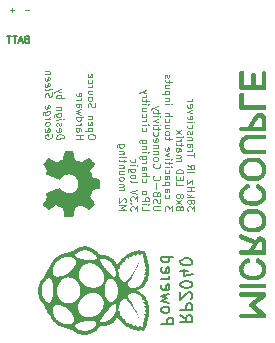
<source format=gbr>
%TF.GenerationSoftware,KiCad,Pcbnew,9.0.1*%
%TF.CreationDate,2025-04-25T01:04:06-07:00*%
%TF.ProjectId,microcouple,6d696372-6f63-46f7-9570-6c652e6b6963,rev?*%
%TF.SameCoordinates,Original*%
%TF.FileFunction,Legend,Bot*%
%TF.FilePolarity,Positive*%
%FSLAX46Y46*%
G04 Gerber Fmt 4.6, Leading zero omitted, Abs format (unit mm)*
G04 Created by KiCad (PCBNEW 9.0.1) date 2025-04-25 01:04:06*
%MOMM*%
%LPD*%
G01*
G04 APERTURE LIST*
%ADD10C,0.100000*%
%ADD11C,0.200000*%
%ADD12C,0.075000*%
%ADD13C,0.300000*%
%ADD14C,0.112500*%
%ADD15C,0.150000*%
%ADD16C,0.000000*%
%ADD17C,0.500000*%
%ADD18O,1.950000X1.000000*%
%ADD19O,2.300000X1.000000*%
%ADD20O,1.000000X1.700000*%
%ADD21C,0.900000*%
%ADD22C,3.800000*%
%ADD23R,1.000000X1.000000*%
%ADD24C,1.000000*%
%ADD25C,0.990600*%
G04 APERTURE END LIST*
D10*
X107876628Y-62998496D02*
X107876628Y-62627068D01*
X107876628Y-62627068D02*
X107648057Y-62827068D01*
X107648057Y-62827068D02*
X107648057Y-62741353D01*
X107648057Y-62741353D02*
X107619485Y-62684211D01*
X107619485Y-62684211D02*
X107590914Y-62655639D01*
X107590914Y-62655639D02*
X107533771Y-62627068D01*
X107533771Y-62627068D02*
X107390914Y-62627068D01*
X107390914Y-62627068D02*
X107333771Y-62655639D01*
X107333771Y-62655639D02*
X107305200Y-62684211D01*
X107305200Y-62684211D02*
X107276628Y-62741353D01*
X107276628Y-62741353D02*
X107276628Y-62912782D01*
X107276628Y-62912782D02*
X107305200Y-62969925D01*
X107305200Y-62969925D02*
X107333771Y-62998496D01*
X107619485Y-62284210D02*
X107648057Y-62341353D01*
X107648057Y-62341353D02*
X107676628Y-62369924D01*
X107676628Y-62369924D02*
X107733771Y-62398496D01*
X107733771Y-62398496D02*
X107762342Y-62398496D01*
X107762342Y-62398496D02*
X107819485Y-62369924D01*
X107819485Y-62369924D02*
X107848057Y-62341353D01*
X107848057Y-62341353D02*
X107876628Y-62284210D01*
X107876628Y-62284210D02*
X107876628Y-62169924D01*
X107876628Y-62169924D02*
X107848057Y-62112782D01*
X107848057Y-62112782D02*
X107819485Y-62084210D01*
X107819485Y-62084210D02*
X107762342Y-62055639D01*
X107762342Y-62055639D02*
X107733771Y-62055639D01*
X107733771Y-62055639D02*
X107676628Y-62084210D01*
X107676628Y-62084210D02*
X107648057Y-62112782D01*
X107648057Y-62112782D02*
X107619485Y-62169924D01*
X107619485Y-62169924D02*
X107619485Y-62284210D01*
X107619485Y-62284210D02*
X107590914Y-62341353D01*
X107590914Y-62341353D02*
X107562342Y-62369924D01*
X107562342Y-62369924D02*
X107505200Y-62398496D01*
X107505200Y-62398496D02*
X107390914Y-62398496D01*
X107390914Y-62398496D02*
X107333771Y-62369924D01*
X107333771Y-62369924D02*
X107305200Y-62341353D01*
X107305200Y-62341353D02*
X107276628Y-62284210D01*
X107276628Y-62284210D02*
X107276628Y-62169924D01*
X107276628Y-62169924D02*
X107305200Y-62112782D01*
X107305200Y-62112782D02*
X107333771Y-62084210D01*
X107333771Y-62084210D02*
X107390914Y-62055639D01*
X107390914Y-62055639D02*
X107505200Y-62055639D01*
X107505200Y-62055639D02*
X107562342Y-62084210D01*
X107562342Y-62084210D02*
X107590914Y-62112782D01*
X107590914Y-62112782D02*
X107619485Y-62169924D01*
X107276628Y-61798495D02*
X107876628Y-61798495D01*
X107505200Y-61741353D02*
X107276628Y-61569924D01*
X107676628Y-61569924D02*
X107448057Y-61798495D01*
X107276628Y-61312781D02*
X107876628Y-61312781D01*
X107590914Y-61312781D02*
X107590914Y-60969924D01*
X107276628Y-60969924D02*
X107876628Y-60969924D01*
X107676628Y-60741353D02*
X107676628Y-60427068D01*
X107676628Y-60427068D02*
X107276628Y-60741353D01*
X107276628Y-60741353D02*
X107276628Y-60427068D01*
X107276628Y-59741353D02*
X107876628Y-59741353D01*
X107276628Y-59112782D02*
X107562342Y-59312782D01*
X107276628Y-59455639D02*
X107876628Y-59455639D01*
X107876628Y-59455639D02*
X107876628Y-59227068D01*
X107876628Y-59227068D02*
X107848057Y-59169925D01*
X107848057Y-59169925D02*
X107819485Y-59141354D01*
X107819485Y-59141354D02*
X107762342Y-59112782D01*
X107762342Y-59112782D02*
X107676628Y-59112782D01*
X107676628Y-59112782D02*
X107619485Y-59141354D01*
X107619485Y-59141354D02*
X107590914Y-59169925D01*
X107590914Y-59169925D02*
X107562342Y-59227068D01*
X107562342Y-59227068D02*
X107562342Y-59455639D01*
X107876628Y-58484211D02*
X107876628Y-58141354D01*
X107276628Y-58312782D02*
X107876628Y-58312782D01*
X107276628Y-57941353D02*
X107676628Y-57941353D01*
X107562342Y-57941353D02*
X107619485Y-57912782D01*
X107619485Y-57912782D02*
X107648057Y-57884211D01*
X107648057Y-57884211D02*
X107676628Y-57827068D01*
X107676628Y-57827068D02*
X107676628Y-57769925D01*
X107276628Y-57312782D02*
X107590914Y-57312782D01*
X107590914Y-57312782D02*
X107648057Y-57341353D01*
X107648057Y-57341353D02*
X107676628Y-57398496D01*
X107676628Y-57398496D02*
X107676628Y-57512782D01*
X107676628Y-57512782D02*
X107648057Y-57569924D01*
X107305200Y-57312782D02*
X107276628Y-57369924D01*
X107276628Y-57369924D02*
X107276628Y-57512782D01*
X107276628Y-57512782D02*
X107305200Y-57569924D01*
X107305200Y-57569924D02*
X107362342Y-57598496D01*
X107362342Y-57598496D02*
X107419485Y-57598496D01*
X107419485Y-57598496D02*
X107476628Y-57569924D01*
X107476628Y-57569924D02*
X107505200Y-57512782D01*
X107505200Y-57512782D02*
X107505200Y-57369924D01*
X107505200Y-57369924D02*
X107533771Y-57312782D01*
X107676628Y-57027067D02*
X107276628Y-57027067D01*
X107619485Y-57027067D02*
X107648057Y-56998496D01*
X107648057Y-56998496D02*
X107676628Y-56941353D01*
X107676628Y-56941353D02*
X107676628Y-56855639D01*
X107676628Y-56855639D02*
X107648057Y-56798496D01*
X107648057Y-56798496D02*
X107590914Y-56769925D01*
X107590914Y-56769925D02*
X107276628Y-56769925D01*
X107305200Y-56512782D02*
X107276628Y-56455639D01*
X107276628Y-56455639D02*
X107276628Y-56341353D01*
X107276628Y-56341353D02*
X107305200Y-56284210D01*
X107305200Y-56284210D02*
X107362342Y-56255639D01*
X107362342Y-56255639D02*
X107390914Y-56255639D01*
X107390914Y-56255639D02*
X107448057Y-56284210D01*
X107448057Y-56284210D02*
X107476628Y-56341353D01*
X107476628Y-56341353D02*
X107476628Y-56427068D01*
X107476628Y-56427068D02*
X107505200Y-56484210D01*
X107505200Y-56484210D02*
X107562342Y-56512782D01*
X107562342Y-56512782D02*
X107590914Y-56512782D01*
X107590914Y-56512782D02*
X107648057Y-56484210D01*
X107648057Y-56484210D02*
X107676628Y-56427068D01*
X107676628Y-56427068D02*
X107676628Y-56341353D01*
X107676628Y-56341353D02*
X107648057Y-56284210D01*
X107305200Y-55741354D02*
X107276628Y-55798496D01*
X107276628Y-55798496D02*
X107276628Y-55912782D01*
X107276628Y-55912782D02*
X107305200Y-55969925D01*
X107305200Y-55969925D02*
X107333771Y-55998496D01*
X107333771Y-55998496D02*
X107390914Y-56027068D01*
X107390914Y-56027068D02*
X107562342Y-56027068D01*
X107562342Y-56027068D02*
X107619485Y-55998496D01*
X107619485Y-55998496D02*
X107648057Y-55969925D01*
X107648057Y-55969925D02*
X107676628Y-55912782D01*
X107676628Y-55912782D02*
X107676628Y-55798496D01*
X107676628Y-55798496D02*
X107648057Y-55741354D01*
X107276628Y-55484210D02*
X107676628Y-55484210D01*
X107876628Y-55484210D02*
X107848057Y-55512782D01*
X107848057Y-55512782D02*
X107819485Y-55484210D01*
X107819485Y-55484210D02*
X107848057Y-55455639D01*
X107848057Y-55455639D02*
X107876628Y-55484210D01*
X107876628Y-55484210D02*
X107819485Y-55484210D01*
X107305200Y-54969925D02*
X107276628Y-55027068D01*
X107276628Y-55027068D02*
X107276628Y-55141354D01*
X107276628Y-55141354D02*
X107305200Y-55198496D01*
X107305200Y-55198496D02*
X107362342Y-55227068D01*
X107362342Y-55227068D02*
X107590914Y-55227068D01*
X107590914Y-55227068D02*
X107648057Y-55198496D01*
X107648057Y-55198496D02*
X107676628Y-55141354D01*
X107676628Y-55141354D02*
X107676628Y-55027068D01*
X107676628Y-55027068D02*
X107648057Y-54969925D01*
X107648057Y-54969925D02*
X107590914Y-54941354D01*
X107590914Y-54941354D02*
X107533771Y-54941354D01*
X107533771Y-54941354D02*
X107476628Y-55227068D01*
X107676628Y-54741353D02*
X107276628Y-54598496D01*
X107276628Y-54598496D02*
X107676628Y-54455639D01*
X107305200Y-53998496D02*
X107276628Y-54055639D01*
X107276628Y-54055639D02*
X107276628Y-54169925D01*
X107276628Y-54169925D02*
X107305200Y-54227067D01*
X107305200Y-54227067D02*
X107362342Y-54255639D01*
X107362342Y-54255639D02*
X107590914Y-54255639D01*
X107590914Y-54255639D02*
X107648057Y-54227067D01*
X107648057Y-54227067D02*
X107676628Y-54169925D01*
X107676628Y-54169925D02*
X107676628Y-54055639D01*
X107676628Y-54055639D02*
X107648057Y-53998496D01*
X107648057Y-53998496D02*
X107590914Y-53969925D01*
X107590914Y-53969925D02*
X107533771Y-53969925D01*
X107533771Y-53969925D02*
X107476628Y-54255639D01*
X107276628Y-53712781D02*
X107676628Y-53712781D01*
X107562342Y-53712781D02*
X107619485Y-53684210D01*
X107619485Y-53684210D02*
X107648057Y-53655639D01*
X107648057Y-53655639D02*
X107676628Y-53598496D01*
X107676628Y-53598496D02*
X107676628Y-53541353D01*
X106653519Y-62855639D02*
X106682091Y-62912782D01*
X106682091Y-62912782D02*
X106710662Y-62941353D01*
X106710662Y-62941353D02*
X106767805Y-62969925D01*
X106767805Y-62969925D02*
X106796376Y-62969925D01*
X106796376Y-62969925D02*
X106853519Y-62941353D01*
X106853519Y-62941353D02*
X106882091Y-62912782D01*
X106882091Y-62912782D02*
X106910662Y-62855639D01*
X106910662Y-62855639D02*
X106910662Y-62741353D01*
X106910662Y-62741353D02*
X106882091Y-62684211D01*
X106882091Y-62684211D02*
X106853519Y-62655639D01*
X106853519Y-62655639D02*
X106796376Y-62627068D01*
X106796376Y-62627068D02*
X106767805Y-62627068D01*
X106767805Y-62627068D02*
X106710662Y-62655639D01*
X106710662Y-62655639D02*
X106682091Y-62684211D01*
X106682091Y-62684211D02*
X106653519Y-62741353D01*
X106653519Y-62741353D02*
X106653519Y-62855639D01*
X106653519Y-62855639D02*
X106624948Y-62912782D01*
X106624948Y-62912782D02*
X106596376Y-62941353D01*
X106596376Y-62941353D02*
X106539234Y-62969925D01*
X106539234Y-62969925D02*
X106424948Y-62969925D01*
X106424948Y-62969925D02*
X106367805Y-62941353D01*
X106367805Y-62941353D02*
X106339234Y-62912782D01*
X106339234Y-62912782D02*
X106310662Y-62855639D01*
X106310662Y-62855639D02*
X106310662Y-62741353D01*
X106310662Y-62741353D02*
X106339234Y-62684211D01*
X106339234Y-62684211D02*
X106367805Y-62655639D01*
X106367805Y-62655639D02*
X106424948Y-62627068D01*
X106424948Y-62627068D02*
X106539234Y-62627068D01*
X106539234Y-62627068D02*
X106596376Y-62655639D01*
X106596376Y-62655639D02*
X106624948Y-62684211D01*
X106624948Y-62684211D02*
X106653519Y-62741353D01*
X106310662Y-62427067D02*
X106710662Y-62112782D01*
X106710662Y-62427067D02*
X106310662Y-62112782D01*
X106653519Y-61798496D02*
X106682091Y-61855639D01*
X106682091Y-61855639D02*
X106710662Y-61884210D01*
X106710662Y-61884210D02*
X106767805Y-61912782D01*
X106767805Y-61912782D02*
X106796376Y-61912782D01*
X106796376Y-61912782D02*
X106853519Y-61884210D01*
X106853519Y-61884210D02*
X106882091Y-61855639D01*
X106882091Y-61855639D02*
X106910662Y-61798496D01*
X106910662Y-61798496D02*
X106910662Y-61684210D01*
X106910662Y-61684210D02*
X106882091Y-61627068D01*
X106882091Y-61627068D02*
X106853519Y-61598496D01*
X106853519Y-61598496D02*
X106796376Y-61569925D01*
X106796376Y-61569925D02*
X106767805Y-61569925D01*
X106767805Y-61569925D02*
X106710662Y-61598496D01*
X106710662Y-61598496D02*
X106682091Y-61627068D01*
X106682091Y-61627068D02*
X106653519Y-61684210D01*
X106653519Y-61684210D02*
X106653519Y-61798496D01*
X106653519Y-61798496D02*
X106624948Y-61855639D01*
X106624948Y-61855639D02*
X106596376Y-61884210D01*
X106596376Y-61884210D02*
X106539234Y-61912782D01*
X106539234Y-61912782D02*
X106424948Y-61912782D01*
X106424948Y-61912782D02*
X106367805Y-61884210D01*
X106367805Y-61884210D02*
X106339234Y-61855639D01*
X106339234Y-61855639D02*
X106310662Y-61798496D01*
X106310662Y-61798496D02*
X106310662Y-61684210D01*
X106310662Y-61684210D02*
X106339234Y-61627068D01*
X106339234Y-61627068D02*
X106367805Y-61598496D01*
X106367805Y-61598496D02*
X106424948Y-61569925D01*
X106424948Y-61569925D02*
X106539234Y-61569925D01*
X106539234Y-61569925D02*
X106596376Y-61598496D01*
X106596376Y-61598496D02*
X106624948Y-61627068D01*
X106624948Y-61627068D02*
X106653519Y-61684210D01*
X106310662Y-60569924D02*
X106310662Y-60855638D01*
X106310662Y-60855638D02*
X106910662Y-60855638D01*
X106624948Y-60369924D02*
X106624948Y-60169924D01*
X106310662Y-60084210D02*
X106310662Y-60369924D01*
X106310662Y-60369924D02*
X106910662Y-60369924D01*
X106910662Y-60369924D02*
X106910662Y-60084210D01*
X106310662Y-59827067D02*
X106910662Y-59827067D01*
X106910662Y-59827067D02*
X106910662Y-59684210D01*
X106910662Y-59684210D02*
X106882091Y-59598496D01*
X106882091Y-59598496D02*
X106824948Y-59541353D01*
X106824948Y-59541353D02*
X106767805Y-59512782D01*
X106767805Y-59512782D02*
X106653519Y-59484210D01*
X106653519Y-59484210D02*
X106567805Y-59484210D01*
X106567805Y-59484210D02*
X106453519Y-59512782D01*
X106453519Y-59512782D02*
X106396376Y-59541353D01*
X106396376Y-59541353D02*
X106339234Y-59598496D01*
X106339234Y-59598496D02*
X106310662Y-59684210D01*
X106310662Y-59684210D02*
X106310662Y-59827067D01*
X106310662Y-58769924D02*
X106710662Y-58769924D01*
X106653519Y-58769924D02*
X106682091Y-58741353D01*
X106682091Y-58741353D02*
X106710662Y-58684210D01*
X106710662Y-58684210D02*
X106710662Y-58598496D01*
X106710662Y-58598496D02*
X106682091Y-58541353D01*
X106682091Y-58541353D02*
X106624948Y-58512782D01*
X106624948Y-58512782D02*
X106310662Y-58512782D01*
X106624948Y-58512782D02*
X106682091Y-58484210D01*
X106682091Y-58484210D02*
X106710662Y-58427067D01*
X106710662Y-58427067D02*
X106710662Y-58341353D01*
X106710662Y-58341353D02*
X106682091Y-58284210D01*
X106682091Y-58284210D02*
X106624948Y-58255639D01*
X106624948Y-58255639D02*
X106310662Y-58255639D01*
X106310662Y-57712782D02*
X106624948Y-57712782D01*
X106624948Y-57712782D02*
X106682091Y-57741353D01*
X106682091Y-57741353D02*
X106710662Y-57798496D01*
X106710662Y-57798496D02*
X106710662Y-57912782D01*
X106710662Y-57912782D02*
X106682091Y-57969924D01*
X106339234Y-57712782D02*
X106310662Y-57769924D01*
X106310662Y-57769924D02*
X106310662Y-57912782D01*
X106310662Y-57912782D02*
X106339234Y-57969924D01*
X106339234Y-57969924D02*
X106396376Y-57998496D01*
X106396376Y-57998496D02*
X106453519Y-57998496D01*
X106453519Y-57998496D02*
X106510662Y-57969924D01*
X106510662Y-57969924D02*
X106539234Y-57912782D01*
X106539234Y-57912782D02*
X106539234Y-57769924D01*
X106539234Y-57769924D02*
X106567805Y-57712782D01*
X106710662Y-57512782D02*
X106710662Y-57284210D01*
X106910662Y-57427067D02*
X106396376Y-57427067D01*
X106396376Y-57427067D02*
X106339234Y-57398496D01*
X106339234Y-57398496D02*
X106310662Y-57341353D01*
X106310662Y-57341353D02*
X106310662Y-57284210D01*
X106310662Y-57084210D02*
X106710662Y-57084210D01*
X106596376Y-57084210D02*
X106653519Y-57055639D01*
X106653519Y-57055639D02*
X106682091Y-57027068D01*
X106682091Y-57027068D02*
X106710662Y-56969925D01*
X106710662Y-56969925D02*
X106710662Y-56912782D01*
X106310662Y-56712781D02*
X106710662Y-56712781D01*
X106910662Y-56712781D02*
X106882091Y-56741353D01*
X106882091Y-56741353D02*
X106853519Y-56712781D01*
X106853519Y-56712781D02*
X106882091Y-56684210D01*
X106882091Y-56684210D02*
X106910662Y-56712781D01*
X106910662Y-56712781D02*
X106853519Y-56712781D01*
X106310662Y-56484210D02*
X106710662Y-56169925D01*
X106710662Y-56484210D02*
X106310662Y-56169925D01*
X105944696Y-62998496D02*
X105944696Y-62627068D01*
X105944696Y-62627068D02*
X105716125Y-62827068D01*
X105716125Y-62827068D02*
X105716125Y-62741353D01*
X105716125Y-62741353D02*
X105687553Y-62684211D01*
X105687553Y-62684211D02*
X105658982Y-62655639D01*
X105658982Y-62655639D02*
X105601839Y-62627068D01*
X105601839Y-62627068D02*
X105458982Y-62627068D01*
X105458982Y-62627068D02*
X105401839Y-62655639D01*
X105401839Y-62655639D02*
X105373268Y-62684211D01*
X105373268Y-62684211D02*
X105344696Y-62741353D01*
X105344696Y-62741353D02*
X105344696Y-62912782D01*
X105344696Y-62912782D02*
X105373268Y-62969925D01*
X105373268Y-62969925D02*
X105401839Y-62998496D01*
X105373268Y-61655639D02*
X105344696Y-61712781D01*
X105344696Y-61712781D02*
X105344696Y-61827067D01*
X105344696Y-61827067D02*
X105373268Y-61884210D01*
X105373268Y-61884210D02*
X105401839Y-61912781D01*
X105401839Y-61912781D02*
X105458982Y-61941353D01*
X105458982Y-61941353D02*
X105630410Y-61941353D01*
X105630410Y-61941353D02*
X105687553Y-61912781D01*
X105687553Y-61912781D02*
X105716125Y-61884210D01*
X105716125Y-61884210D02*
X105744696Y-61827067D01*
X105744696Y-61827067D02*
X105744696Y-61712781D01*
X105744696Y-61712781D02*
X105716125Y-61655639D01*
X105344696Y-61141353D02*
X105658982Y-61141353D01*
X105658982Y-61141353D02*
X105716125Y-61169924D01*
X105716125Y-61169924D02*
X105744696Y-61227067D01*
X105744696Y-61227067D02*
X105744696Y-61341353D01*
X105744696Y-61341353D02*
X105716125Y-61398495D01*
X105373268Y-61141353D02*
X105344696Y-61198495D01*
X105344696Y-61198495D02*
X105344696Y-61341353D01*
X105344696Y-61341353D02*
X105373268Y-61398495D01*
X105373268Y-61398495D02*
X105430410Y-61427067D01*
X105430410Y-61427067D02*
X105487553Y-61427067D01*
X105487553Y-61427067D02*
X105544696Y-61398495D01*
X105544696Y-61398495D02*
X105573268Y-61341353D01*
X105573268Y-61341353D02*
X105573268Y-61198495D01*
X105573268Y-61198495D02*
X105601839Y-61141353D01*
X105744696Y-60855638D02*
X105144696Y-60855638D01*
X105716125Y-60855638D02*
X105744696Y-60798496D01*
X105744696Y-60798496D02*
X105744696Y-60684210D01*
X105744696Y-60684210D02*
X105716125Y-60627067D01*
X105716125Y-60627067D02*
X105687553Y-60598496D01*
X105687553Y-60598496D02*
X105630410Y-60569924D01*
X105630410Y-60569924D02*
X105458982Y-60569924D01*
X105458982Y-60569924D02*
X105401839Y-60598496D01*
X105401839Y-60598496D02*
X105373268Y-60627067D01*
X105373268Y-60627067D02*
X105344696Y-60684210D01*
X105344696Y-60684210D02*
X105344696Y-60798496D01*
X105344696Y-60798496D02*
X105373268Y-60855638D01*
X105344696Y-60055639D02*
X105658982Y-60055639D01*
X105658982Y-60055639D02*
X105716125Y-60084210D01*
X105716125Y-60084210D02*
X105744696Y-60141353D01*
X105744696Y-60141353D02*
X105744696Y-60255639D01*
X105744696Y-60255639D02*
X105716125Y-60312781D01*
X105373268Y-60055639D02*
X105344696Y-60112781D01*
X105344696Y-60112781D02*
X105344696Y-60255639D01*
X105344696Y-60255639D02*
X105373268Y-60312781D01*
X105373268Y-60312781D02*
X105430410Y-60341353D01*
X105430410Y-60341353D02*
X105487553Y-60341353D01*
X105487553Y-60341353D02*
X105544696Y-60312781D01*
X105544696Y-60312781D02*
X105573268Y-60255639D01*
X105573268Y-60255639D02*
X105573268Y-60112781D01*
X105573268Y-60112781D02*
X105601839Y-60055639D01*
X105373268Y-59512782D02*
X105344696Y-59569924D01*
X105344696Y-59569924D02*
X105344696Y-59684210D01*
X105344696Y-59684210D02*
X105373268Y-59741353D01*
X105373268Y-59741353D02*
X105401839Y-59769924D01*
X105401839Y-59769924D02*
X105458982Y-59798496D01*
X105458982Y-59798496D02*
X105630410Y-59798496D01*
X105630410Y-59798496D02*
X105687553Y-59769924D01*
X105687553Y-59769924D02*
X105716125Y-59741353D01*
X105716125Y-59741353D02*
X105744696Y-59684210D01*
X105744696Y-59684210D02*
X105744696Y-59569924D01*
X105744696Y-59569924D02*
X105716125Y-59512782D01*
X105344696Y-59255638D02*
X105744696Y-59255638D01*
X105944696Y-59255638D02*
X105916125Y-59284210D01*
X105916125Y-59284210D02*
X105887553Y-59255638D01*
X105887553Y-59255638D02*
X105916125Y-59227067D01*
X105916125Y-59227067D02*
X105944696Y-59255638D01*
X105944696Y-59255638D02*
X105887553Y-59255638D01*
X105744696Y-59055639D02*
X105744696Y-58827067D01*
X105944696Y-58969924D02*
X105430410Y-58969924D01*
X105430410Y-58969924D02*
X105373268Y-58941353D01*
X105373268Y-58941353D02*
X105344696Y-58884210D01*
X105344696Y-58884210D02*
X105344696Y-58827067D01*
X105344696Y-58627067D02*
X105744696Y-58627067D01*
X105944696Y-58627067D02*
X105916125Y-58655639D01*
X105916125Y-58655639D02*
X105887553Y-58627067D01*
X105887553Y-58627067D02*
X105916125Y-58598496D01*
X105916125Y-58598496D02*
X105944696Y-58627067D01*
X105944696Y-58627067D02*
X105887553Y-58627067D01*
X105744696Y-58398496D02*
X105344696Y-58255639D01*
X105344696Y-58255639D02*
X105744696Y-58112782D01*
X105373268Y-57655639D02*
X105344696Y-57712782D01*
X105344696Y-57712782D02*
X105344696Y-57827068D01*
X105344696Y-57827068D02*
X105373268Y-57884210D01*
X105373268Y-57884210D02*
X105430410Y-57912782D01*
X105430410Y-57912782D02*
X105658982Y-57912782D01*
X105658982Y-57912782D02*
X105716125Y-57884210D01*
X105716125Y-57884210D02*
X105744696Y-57827068D01*
X105744696Y-57827068D02*
X105744696Y-57712782D01*
X105744696Y-57712782D02*
X105716125Y-57655639D01*
X105716125Y-57655639D02*
X105658982Y-57627068D01*
X105658982Y-57627068D02*
X105601839Y-57627068D01*
X105601839Y-57627068D02*
X105544696Y-57912782D01*
X105744696Y-56998496D02*
X105744696Y-56769924D01*
X105944696Y-56912781D02*
X105430410Y-56912781D01*
X105430410Y-56912781D02*
X105373268Y-56884210D01*
X105373268Y-56884210D02*
X105344696Y-56827067D01*
X105344696Y-56827067D02*
X105344696Y-56769924D01*
X105344696Y-56484210D02*
X105373268Y-56541353D01*
X105373268Y-56541353D02*
X105401839Y-56569924D01*
X105401839Y-56569924D02*
X105458982Y-56598496D01*
X105458982Y-56598496D02*
X105630410Y-56598496D01*
X105630410Y-56598496D02*
X105687553Y-56569924D01*
X105687553Y-56569924D02*
X105716125Y-56541353D01*
X105716125Y-56541353D02*
X105744696Y-56484210D01*
X105744696Y-56484210D02*
X105744696Y-56398496D01*
X105744696Y-56398496D02*
X105716125Y-56341353D01*
X105716125Y-56341353D02*
X105687553Y-56312782D01*
X105687553Y-56312782D02*
X105630410Y-56284210D01*
X105630410Y-56284210D02*
X105458982Y-56284210D01*
X105458982Y-56284210D02*
X105401839Y-56312782D01*
X105401839Y-56312782D02*
X105373268Y-56341353D01*
X105373268Y-56341353D02*
X105344696Y-56398496D01*
X105344696Y-56398496D02*
X105344696Y-56484210D01*
X105744696Y-55769925D02*
X105344696Y-55769925D01*
X105744696Y-56027067D02*
X105430410Y-56027067D01*
X105430410Y-56027067D02*
X105373268Y-55998496D01*
X105373268Y-55998496D02*
X105344696Y-55941353D01*
X105344696Y-55941353D02*
X105344696Y-55855639D01*
X105344696Y-55855639D02*
X105373268Y-55798496D01*
X105373268Y-55798496D02*
X105401839Y-55769925D01*
X105373268Y-55227068D02*
X105344696Y-55284210D01*
X105344696Y-55284210D02*
X105344696Y-55398496D01*
X105344696Y-55398496D02*
X105373268Y-55455639D01*
X105373268Y-55455639D02*
X105401839Y-55484210D01*
X105401839Y-55484210D02*
X105458982Y-55512782D01*
X105458982Y-55512782D02*
X105630410Y-55512782D01*
X105630410Y-55512782D02*
X105687553Y-55484210D01*
X105687553Y-55484210D02*
X105716125Y-55455639D01*
X105716125Y-55455639D02*
X105744696Y-55398496D01*
X105744696Y-55398496D02*
X105744696Y-55284210D01*
X105744696Y-55284210D02*
X105716125Y-55227068D01*
X105344696Y-54969924D02*
X105944696Y-54969924D01*
X105344696Y-54712782D02*
X105658982Y-54712782D01*
X105658982Y-54712782D02*
X105716125Y-54741353D01*
X105716125Y-54741353D02*
X105744696Y-54798496D01*
X105744696Y-54798496D02*
X105744696Y-54884210D01*
X105744696Y-54884210D02*
X105716125Y-54941353D01*
X105716125Y-54941353D02*
X105687553Y-54969924D01*
X105344696Y-53969924D02*
X105744696Y-53969924D01*
X105944696Y-53969924D02*
X105916125Y-53998496D01*
X105916125Y-53998496D02*
X105887553Y-53969924D01*
X105887553Y-53969924D02*
X105916125Y-53941353D01*
X105916125Y-53941353D02*
X105944696Y-53969924D01*
X105944696Y-53969924D02*
X105887553Y-53969924D01*
X105744696Y-53684210D02*
X105344696Y-53684210D01*
X105687553Y-53684210D02*
X105716125Y-53655639D01*
X105716125Y-53655639D02*
X105744696Y-53598496D01*
X105744696Y-53598496D02*
X105744696Y-53512782D01*
X105744696Y-53512782D02*
X105716125Y-53455639D01*
X105716125Y-53455639D02*
X105658982Y-53427068D01*
X105658982Y-53427068D02*
X105344696Y-53427068D01*
X105744696Y-53141353D02*
X105144696Y-53141353D01*
X105716125Y-53141353D02*
X105744696Y-53084211D01*
X105744696Y-53084211D02*
X105744696Y-52969925D01*
X105744696Y-52969925D02*
X105716125Y-52912782D01*
X105716125Y-52912782D02*
X105687553Y-52884211D01*
X105687553Y-52884211D02*
X105630410Y-52855639D01*
X105630410Y-52855639D02*
X105458982Y-52855639D01*
X105458982Y-52855639D02*
X105401839Y-52884211D01*
X105401839Y-52884211D02*
X105373268Y-52912782D01*
X105373268Y-52912782D02*
X105344696Y-52969925D01*
X105344696Y-52969925D02*
X105344696Y-53084211D01*
X105344696Y-53084211D02*
X105373268Y-53141353D01*
X105744696Y-52341354D02*
X105344696Y-52341354D01*
X105744696Y-52598496D02*
X105430410Y-52598496D01*
X105430410Y-52598496D02*
X105373268Y-52569925D01*
X105373268Y-52569925D02*
X105344696Y-52512782D01*
X105344696Y-52512782D02*
X105344696Y-52427068D01*
X105344696Y-52427068D02*
X105373268Y-52369925D01*
X105373268Y-52369925D02*
X105401839Y-52341354D01*
X105744696Y-52141354D02*
X105744696Y-51912782D01*
X105944696Y-52055639D02*
X105430410Y-52055639D01*
X105430410Y-52055639D02*
X105373268Y-52027068D01*
X105373268Y-52027068D02*
X105344696Y-51969925D01*
X105344696Y-51969925D02*
X105344696Y-51912782D01*
X105373268Y-51741354D02*
X105344696Y-51684211D01*
X105344696Y-51684211D02*
X105344696Y-51569925D01*
X105344696Y-51569925D02*
X105373268Y-51512782D01*
X105373268Y-51512782D02*
X105430410Y-51484211D01*
X105430410Y-51484211D02*
X105458982Y-51484211D01*
X105458982Y-51484211D02*
X105516125Y-51512782D01*
X105516125Y-51512782D02*
X105544696Y-51569925D01*
X105544696Y-51569925D02*
X105544696Y-51655640D01*
X105544696Y-51655640D02*
X105573268Y-51712782D01*
X105573268Y-51712782D02*
X105630410Y-51741354D01*
X105630410Y-51741354D02*
X105658982Y-51741354D01*
X105658982Y-51741354D02*
X105716125Y-51712782D01*
X105716125Y-51712782D02*
X105744696Y-51655640D01*
X105744696Y-51655640D02*
X105744696Y-51569925D01*
X105744696Y-51569925D02*
X105716125Y-51512782D01*
X104978730Y-62941353D02*
X104493016Y-62941353D01*
X104493016Y-62941353D02*
X104435873Y-62912782D01*
X104435873Y-62912782D02*
X104407302Y-62884211D01*
X104407302Y-62884211D02*
X104378730Y-62827068D01*
X104378730Y-62827068D02*
X104378730Y-62712782D01*
X104378730Y-62712782D02*
X104407302Y-62655639D01*
X104407302Y-62655639D02*
X104435873Y-62627068D01*
X104435873Y-62627068D02*
X104493016Y-62598496D01*
X104493016Y-62598496D02*
X104978730Y-62598496D01*
X104407302Y-62341354D02*
X104378730Y-62255640D01*
X104378730Y-62255640D02*
X104378730Y-62112782D01*
X104378730Y-62112782D02*
X104407302Y-62055640D01*
X104407302Y-62055640D02*
X104435873Y-62027068D01*
X104435873Y-62027068D02*
X104493016Y-61998497D01*
X104493016Y-61998497D02*
X104550159Y-61998497D01*
X104550159Y-61998497D02*
X104607302Y-62027068D01*
X104607302Y-62027068D02*
X104635873Y-62055640D01*
X104635873Y-62055640D02*
X104664444Y-62112782D01*
X104664444Y-62112782D02*
X104693016Y-62227068D01*
X104693016Y-62227068D02*
X104721587Y-62284211D01*
X104721587Y-62284211D02*
X104750159Y-62312782D01*
X104750159Y-62312782D02*
X104807302Y-62341354D01*
X104807302Y-62341354D02*
X104864444Y-62341354D01*
X104864444Y-62341354D02*
X104921587Y-62312782D01*
X104921587Y-62312782D02*
X104950159Y-62284211D01*
X104950159Y-62284211D02*
X104978730Y-62227068D01*
X104978730Y-62227068D02*
X104978730Y-62084211D01*
X104978730Y-62084211D02*
X104950159Y-61998497D01*
X104693016Y-61541353D02*
X104664444Y-61455639D01*
X104664444Y-61455639D02*
X104635873Y-61427068D01*
X104635873Y-61427068D02*
X104578730Y-61398496D01*
X104578730Y-61398496D02*
X104493016Y-61398496D01*
X104493016Y-61398496D02*
X104435873Y-61427068D01*
X104435873Y-61427068D02*
X104407302Y-61455639D01*
X104407302Y-61455639D02*
X104378730Y-61512782D01*
X104378730Y-61512782D02*
X104378730Y-61741353D01*
X104378730Y-61741353D02*
X104978730Y-61741353D01*
X104978730Y-61741353D02*
X104978730Y-61541353D01*
X104978730Y-61541353D02*
X104950159Y-61484211D01*
X104950159Y-61484211D02*
X104921587Y-61455639D01*
X104921587Y-61455639D02*
X104864444Y-61427068D01*
X104864444Y-61427068D02*
X104807302Y-61427068D01*
X104807302Y-61427068D02*
X104750159Y-61455639D01*
X104750159Y-61455639D02*
X104721587Y-61484211D01*
X104721587Y-61484211D02*
X104693016Y-61541353D01*
X104693016Y-61541353D02*
X104693016Y-61741353D01*
X104607302Y-61141353D02*
X104607302Y-60684211D01*
X104435873Y-60055639D02*
X104407302Y-60084211D01*
X104407302Y-60084211D02*
X104378730Y-60169925D01*
X104378730Y-60169925D02*
X104378730Y-60227068D01*
X104378730Y-60227068D02*
X104407302Y-60312782D01*
X104407302Y-60312782D02*
X104464444Y-60369925D01*
X104464444Y-60369925D02*
X104521587Y-60398496D01*
X104521587Y-60398496D02*
X104635873Y-60427068D01*
X104635873Y-60427068D02*
X104721587Y-60427068D01*
X104721587Y-60427068D02*
X104835873Y-60398496D01*
X104835873Y-60398496D02*
X104893016Y-60369925D01*
X104893016Y-60369925D02*
X104950159Y-60312782D01*
X104950159Y-60312782D02*
X104978730Y-60227068D01*
X104978730Y-60227068D02*
X104978730Y-60169925D01*
X104978730Y-60169925D02*
X104950159Y-60084211D01*
X104950159Y-60084211D02*
X104921587Y-60055639D01*
X104435873Y-58998496D02*
X104407302Y-59027068D01*
X104407302Y-59027068D02*
X104378730Y-59112782D01*
X104378730Y-59112782D02*
X104378730Y-59169925D01*
X104378730Y-59169925D02*
X104407302Y-59255639D01*
X104407302Y-59255639D02*
X104464444Y-59312782D01*
X104464444Y-59312782D02*
X104521587Y-59341353D01*
X104521587Y-59341353D02*
X104635873Y-59369925D01*
X104635873Y-59369925D02*
X104721587Y-59369925D01*
X104721587Y-59369925D02*
X104835873Y-59341353D01*
X104835873Y-59341353D02*
X104893016Y-59312782D01*
X104893016Y-59312782D02*
X104950159Y-59255639D01*
X104950159Y-59255639D02*
X104978730Y-59169925D01*
X104978730Y-59169925D02*
X104978730Y-59112782D01*
X104978730Y-59112782D02*
X104950159Y-59027068D01*
X104950159Y-59027068D02*
X104921587Y-58998496D01*
X104378730Y-58655639D02*
X104407302Y-58712782D01*
X104407302Y-58712782D02*
X104435873Y-58741353D01*
X104435873Y-58741353D02*
X104493016Y-58769925D01*
X104493016Y-58769925D02*
X104664444Y-58769925D01*
X104664444Y-58769925D02*
X104721587Y-58741353D01*
X104721587Y-58741353D02*
X104750159Y-58712782D01*
X104750159Y-58712782D02*
X104778730Y-58655639D01*
X104778730Y-58655639D02*
X104778730Y-58569925D01*
X104778730Y-58569925D02*
X104750159Y-58512782D01*
X104750159Y-58512782D02*
X104721587Y-58484211D01*
X104721587Y-58484211D02*
X104664444Y-58455639D01*
X104664444Y-58455639D02*
X104493016Y-58455639D01*
X104493016Y-58455639D02*
X104435873Y-58484211D01*
X104435873Y-58484211D02*
X104407302Y-58512782D01*
X104407302Y-58512782D02*
X104378730Y-58569925D01*
X104378730Y-58569925D02*
X104378730Y-58655639D01*
X104778730Y-58198496D02*
X104378730Y-58198496D01*
X104721587Y-58198496D02*
X104750159Y-58169925D01*
X104750159Y-58169925D02*
X104778730Y-58112782D01*
X104778730Y-58112782D02*
X104778730Y-58027068D01*
X104778730Y-58027068D02*
X104750159Y-57969925D01*
X104750159Y-57969925D02*
X104693016Y-57941354D01*
X104693016Y-57941354D02*
X104378730Y-57941354D01*
X104778730Y-57655639D02*
X104378730Y-57655639D01*
X104721587Y-57655639D02*
X104750159Y-57627068D01*
X104750159Y-57627068D02*
X104778730Y-57569925D01*
X104778730Y-57569925D02*
X104778730Y-57484211D01*
X104778730Y-57484211D02*
X104750159Y-57427068D01*
X104750159Y-57427068D02*
X104693016Y-57398497D01*
X104693016Y-57398497D02*
X104378730Y-57398497D01*
X104407302Y-56884211D02*
X104378730Y-56941354D01*
X104378730Y-56941354D02*
X104378730Y-57055640D01*
X104378730Y-57055640D02*
X104407302Y-57112782D01*
X104407302Y-57112782D02*
X104464444Y-57141354D01*
X104464444Y-57141354D02*
X104693016Y-57141354D01*
X104693016Y-57141354D02*
X104750159Y-57112782D01*
X104750159Y-57112782D02*
X104778730Y-57055640D01*
X104778730Y-57055640D02*
X104778730Y-56941354D01*
X104778730Y-56941354D02*
X104750159Y-56884211D01*
X104750159Y-56884211D02*
X104693016Y-56855640D01*
X104693016Y-56855640D02*
X104635873Y-56855640D01*
X104635873Y-56855640D02*
X104578730Y-57141354D01*
X104407302Y-56341354D02*
X104378730Y-56398496D01*
X104378730Y-56398496D02*
X104378730Y-56512782D01*
X104378730Y-56512782D02*
X104407302Y-56569925D01*
X104407302Y-56569925D02*
X104435873Y-56598496D01*
X104435873Y-56598496D02*
X104493016Y-56627068D01*
X104493016Y-56627068D02*
X104664444Y-56627068D01*
X104664444Y-56627068D02*
X104721587Y-56598496D01*
X104721587Y-56598496D02*
X104750159Y-56569925D01*
X104750159Y-56569925D02*
X104778730Y-56512782D01*
X104778730Y-56512782D02*
X104778730Y-56398496D01*
X104778730Y-56398496D02*
X104750159Y-56341354D01*
X104778730Y-56169925D02*
X104778730Y-55941353D01*
X104978730Y-56084210D02*
X104464444Y-56084210D01*
X104464444Y-56084210D02*
X104407302Y-56055639D01*
X104407302Y-56055639D02*
X104378730Y-55998496D01*
X104378730Y-55998496D02*
X104378730Y-55941353D01*
X104378730Y-55741353D02*
X104778730Y-55741353D01*
X104978730Y-55741353D02*
X104950159Y-55769925D01*
X104950159Y-55769925D02*
X104921587Y-55741353D01*
X104921587Y-55741353D02*
X104950159Y-55712782D01*
X104950159Y-55712782D02*
X104978730Y-55741353D01*
X104978730Y-55741353D02*
X104921587Y-55741353D01*
X104778730Y-55512782D02*
X104378730Y-55369925D01*
X104378730Y-55369925D02*
X104778730Y-55227068D01*
X104378730Y-54998496D02*
X104778730Y-54998496D01*
X104978730Y-54998496D02*
X104950159Y-55027068D01*
X104950159Y-55027068D02*
X104921587Y-54998496D01*
X104921587Y-54998496D02*
X104950159Y-54969925D01*
X104950159Y-54969925D02*
X104978730Y-54998496D01*
X104978730Y-54998496D02*
X104921587Y-54998496D01*
X104778730Y-54798497D02*
X104778730Y-54569925D01*
X104978730Y-54712782D02*
X104464444Y-54712782D01*
X104464444Y-54712782D02*
X104407302Y-54684211D01*
X104407302Y-54684211D02*
X104378730Y-54627068D01*
X104378730Y-54627068D02*
X104378730Y-54569925D01*
X104778730Y-54427068D02*
X104378730Y-54284211D01*
X104778730Y-54141354D02*
X104378730Y-54284211D01*
X104378730Y-54284211D02*
X104235873Y-54341354D01*
X104235873Y-54341354D02*
X104207302Y-54369925D01*
X104207302Y-54369925D02*
X104178730Y-54427068D01*
X103412764Y-62655639D02*
X103412764Y-62941353D01*
X103412764Y-62941353D02*
X104012764Y-62941353D01*
X103412764Y-62455639D02*
X103812764Y-62455639D01*
X104012764Y-62455639D02*
X103984193Y-62484211D01*
X103984193Y-62484211D02*
X103955621Y-62455639D01*
X103955621Y-62455639D02*
X103984193Y-62427068D01*
X103984193Y-62427068D02*
X104012764Y-62455639D01*
X104012764Y-62455639D02*
X103955621Y-62455639D01*
X103412764Y-62169925D02*
X104012764Y-62169925D01*
X104012764Y-62169925D02*
X104012764Y-61941354D01*
X104012764Y-61941354D02*
X103984193Y-61884211D01*
X103984193Y-61884211D02*
X103955621Y-61855640D01*
X103955621Y-61855640D02*
X103898478Y-61827068D01*
X103898478Y-61827068D02*
X103812764Y-61827068D01*
X103812764Y-61827068D02*
X103755621Y-61855640D01*
X103755621Y-61855640D02*
X103727050Y-61884211D01*
X103727050Y-61884211D02*
X103698478Y-61941354D01*
X103698478Y-61941354D02*
X103698478Y-62169925D01*
X103412764Y-61484211D02*
X103441336Y-61541354D01*
X103441336Y-61541354D02*
X103469907Y-61569925D01*
X103469907Y-61569925D02*
X103527050Y-61598497D01*
X103527050Y-61598497D02*
X103698478Y-61598497D01*
X103698478Y-61598497D02*
X103755621Y-61569925D01*
X103755621Y-61569925D02*
X103784193Y-61541354D01*
X103784193Y-61541354D02*
X103812764Y-61484211D01*
X103812764Y-61484211D02*
X103812764Y-61398497D01*
X103812764Y-61398497D02*
X103784193Y-61341354D01*
X103784193Y-61341354D02*
X103755621Y-61312783D01*
X103755621Y-61312783D02*
X103698478Y-61284211D01*
X103698478Y-61284211D02*
X103527050Y-61284211D01*
X103527050Y-61284211D02*
X103469907Y-61312783D01*
X103469907Y-61312783D02*
X103441336Y-61341354D01*
X103441336Y-61341354D02*
X103412764Y-61398497D01*
X103412764Y-61398497D02*
X103412764Y-61484211D01*
X103441336Y-60312783D02*
X103412764Y-60369925D01*
X103412764Y-60369925D02*
X103412764Y-60484211D01*
X103412764Y-60484211D02*
X103441336Y-60541354D01*
X103441336Y-60541354D02*
X103469907Y-60569925D01*
X103469907Y-60569925D02*
X103527050Y-60598497D01*
X103527050Y-60598497D02*
X103698478Y-60598497D01*
X103698478Y-60598497D02*
X103755621Y-60569925D01*
X103755621Y-60569925D02*
X103784193Y-60541354D01*
X103784193Y-60541354D02*
X103812764Y-60484211D01*
X103812764Y-60484211D02*
X103812764Y-60369925D01*
X103812764Y-60369925D02*
X103784193Y-60312783D01*
X103412764Y-60055639D02*
X104012764Y-60055639D01*
X103412764Y-59798497D02*
X103727050Y-59798497D01*
X103727050Y-59798497D02*
X103784193Y-59827068D01*
X103784193Y-59827068D02*
X103812764Y-59884211D01*
X103812764Y-59884211D02*
X103812764Y-59969925D01*
X103812764Y-59969925D02*
X103784193Y-60027068D01*
X103784193Y-60027068D02*
X103755621Y-60055639D01*
X103412764Y-59255640D02*
X103727050Y-59255640D01*
X103727050Y-59255640D02*
X103784193Y-59284211D01*
X103784193Y-59284211D02*
X103812764Y-59341354D01*
X103812764Y-59341354D02*
X103812764Y-59455640D01*
X103812764Y-59455640D02*
X103784193Y-59512782D01*
X103441336Y-59255640D02*
X103412764Y-59312782D01*
X103412764Y-59312782D02*
X103412764Y-59455640D01*
X103412764Y-59455640D02*
X103441336Y-59512782D01*
X103441336Y-59512782D02*
X103498478Y-59541354D01*
X103498478Y-59541354D02*
X103555621Y-59541354D01*
X103555621Y-59541354D02*
X103612764Y-59512782D01*
X103612764Y-59512782D02*
X103641336Y-59455640D01*
X103641336Y-59455640D02*
X103641336Y-59312782D01*
X103641336Y-59312782D02*
X103669907Y-59255640D01*
X103412764Y-58969925D02*
X103812764Y-58969925D01*
X103698478Y-58969925D02*
X103755621Y-58941354D01*
X103755621Y-58941354D02*
X103784193Y-58912783D01*
X103784193Y-58912783D02*
X103812764Y-58855640D01*
X103812764Y-58855640D02*
X103812764Y-58798497D01*
X103812764Y-58341354D02*
X103327050Y-58341354D01*
X103327050Y-58341354D02*
X103269907Y-58369925D01*
X103269907Y-58369925D02*
X103241336Y-58398496D01*
X103241336Y-58398496D02*
X103212764Y-58455639D01*
X103212764Y-58455639D02*
X103212764Y-58541354D01*
X103212764Y-58541354D02*
X103241336Y-58598496D01*
X103441336Y-58341354D02*
X103412764Y-58398496D01*
X103412764Y-58398496D02*
X103412764Y-58512782D01*
X103412764Y-58512782D02*
X103441336Y-58569925D01*
X103441336Y-58569925D02*
X103469907Y-58598496D01*
X103469907Y-58598496D02*
X103527050Y-58627068D01*
X103527050Y-58627068D02*
X103698478Y-58627068D01*
X103698478Y-58627068D02*
X103755621Y-58598496D01*
X103755621Y-58598496D02*
X103784193Y-58569925D01*
X103784193Y-58569925D02*
X103812764Y-58512782D01*
X103812764Y-58512782D02*
X103812764Y-58398496D01*
X103812764Y-58398496D02*
X103784193Y-58341354D01*
X103412764Y-58055639D02*
X103812764Y-58055639D01*
X104012764Y-58055639D02*
X103984193Y-58084211D01*
X103984193Y-58084211D02*
X103955621Y-58055639D01*
X103955621Y-58055639D02*
X103984193Y-58027068D01*
X103984193Y-58027068D02*
X104012764Y-58055639D01*
X104012764Y-58055639D02*
X103955621Y-58055639D01*
X103812764Y-57769925D02*
X103412764Y-57769925D01*
X103755621Y-57769925D02*
X103784193Y-57741354D01*
X103784193Y-57741354D02*
X103812764Y-57684211D01*
X103812764Y-57684211D02*
X103812764Y-57598497D01*
X103812764Y-57598497D02*
X103784193Y-57541354D01*
X103784193Y-57541354D02*
X103727050Y-57512783D01*
X103727050Y-57512783D02*
X103412764Y-57512783D01*
X103812764Y-56969926D02*
X103327050Y-56969926D01*
X103327050Y-56969926D02*
X103269907Y-56998497D01*
X103269907Y-56998497D02*
X103241336Y-57027068D01*
X103241336Y-57027068D02*
X103212764Y-57084211D01*
X103212764Y-57084211D02*
X103212764Y-57169926D01*
X103212764Y-57169926D02*
X103241336Y-57227068D01*
X103441336Y-56969926D02*
X103412764Y-57027068D01*
X103412764Y-57027068D02*
X103412764Y-57141354D01*
X103412764Y-57141354D02*
X103441336Y-57198497D01*
X103441336Y-57198497D02*
X103469907Y-57227068D01*
X103469907Y-57227068D02*
X103527050Y-57255640D01*
X103527050Y-57255640D02*
X103698478Y-57255640D01*
X103698478Y-57255640D02*
X103755621Y-57227068D01*
X103755621Y-57227068D02*
X103784193Y-57198497D01*
X103784193Y-57198497D02*
X103812764Y-57141354D01*
X103812764Y-57141354D02*
X103812764Y-57027068D01*
X103812764Y-57027068D02*
X103784193Y-56969926D01*
X103441336Y-55969926D02*
X103412764Y-56027068D01*
X103412764Y-56027068D02*
X103412764Y-56141354D01*
X103412764Y-56141354D02*
X103441336Y-56198497D01*
X103441336Y-56198497D02*
X103469907Y-56227068D01*
X103469907Y-56227068D02*
X103527050Y-56255640D01*
X103527050Y-56255640D02*
X103698478Y-56255640D01*
X103698478Y-56255640D02*
X103755621Y-56227068D01*
X103755621Y-56227068D02*
X103784193Y-56198497D01*
X103784193Y-56198497D02*
X103812764Y-56141354D01*
X103812764Y-56141354D02*
X103812764Y-56027068D01*
X103812764Y-56027068D02*
X103784193Y-55969926D01*
X103412764Y-55712782D02*
X103812764Y-55712782D01*
X104012764Y-55712782D02*
X103984193Y-55741354D01*
X103984193Y-55741354D02*
X103955621Y-55712782D01*
X103955621Y-55712782D02*
X103984193Y-55684211D01*
X103984193Y-55684211D02*
X104012764Y-55712782D01*
X104012764Y-55712782D02*
X103955621Y-55712782D01*
X103412764Y-55427068D02*
X103812764Y-55427068D01*
X103698478Y-55427068D02*
X103755621Y-55398497D01*
X103755621Y-55398497D02*
X103784193Y-55369926D01*
X103784193Y-55369926D02*
X103812764Y-55312783D01*
X103812764Y-55312783D02*
X103812764Y-55255640D01*
X103441336Y-54798497D02*
X103412764Y-54855639D01*
X103412764Y-54855639D02*
X103412764Y-54969925D01*
X103412764Y-54969925D02*
X103441336Y-55027068D01*
X103441336Y-55027068D02*
X103469907Y-55055639D01*
X103469907Y-55055639D02*
X103527050Y-55084211D01*
X103527050Y-55084211D02*
X103698478Y-55084211D01*
X103698478Y-55084211D02*
X103755621Y-55055639D01*
X103755621Y-55055639D02*
X103784193Y-55027068D01*
X103784193Y-55027068D02*
X103812764Y-54969925D01*
X103812764Y-54969925D02*
X103812764Y-54855639D01*
X103812764Y-54855639D02*
X103784193Y-54798497D01*
X103812764Y-54284211D02*
X103412764Y-54284211D01*
X103812764Y-54541353D02*
X103498478Y-54541353D01*
X103498478Y-54541353D02*
X103441336Y-54512782D01*
X103441336Y-54512782D02*
X103412764Y-54455639D01*
X103412764Y-54455639D02*
X103412764Y-54369925D01*
X103412764Y-54369925D02*
X103441336Y-54312782D01*
X103441336Y-54312782D02*
X103469907Y-54284211D01*
X103412764Y-53998496D02*
X103812764Y-53998496D01*
X104012764Y-53998496D02*
X103984193Y-54027068D01*
X103984193Y-54027068D02*
X103955621Y-53998496D01*
X103955621Y-53998496D02*
X103984193Y-53969925D01*
X103984193Y-53969925D02*
X104012764Y-53998496D01*
X104012764Y-53998496D02*
X103955621Y-53998496D01*
X103812764Y-53798497D02*
X103812764Y-53569925D01*
X104012764Y-53712782D02*
X103498478Y-53712782D01*
X103498478Y-53712782D02*
X103441336Y-53684211D01*
X103441336Y-53684211D02*
X103412764Y-53627068D01*
X103412764Y-53627068D02*
X103412764Y-53569925D01*
X103412764Y-53369925D02*
X103812764Y-53369925D01*
X103698478Y-53369925D02*
X103755621Y-53341354D01*
X103755621Y-53341354D02*
X103784193Y-53312783D01*
X103784193Y-53312783D02*
X103812764Y-53255640D01*
X103812764Y-53255640D02*
X103812764Y-53198497D01*
X103812764Y-53055639D02*
X103412764Y-52912782D01*
X103812764Y-52769925D02*
X103412764Y-52912782D01*
X103412764Y-52912782D02*
X103269907Y-52969925D01*
X103269907Y-52969925D02*
X103241336Y-52998496D01*
X103241336Y-52998496D02*
X103212764Y-53055639D01*
X103046798Y-62998496D02*
X103046798Y-62627068D01*
X103046798Y-62627068D02*
X102818227Y-62827068D01*
X102818227Y-62827068D02*
X102818227Y-62741353D01*
X102818227Y-62741353D02*
X102789655Y-62684211D01*
X102789655Y-62684211D02*
X102761084Y-62655639D01*
X102761084Y-62655639D02*
X102703941Y-62627068D01*
X102703941Y-62627068D02*
X102561084Y-62627068D01*
X102561084Y-62627068D02*
X102503941Y-62655639D01*
X102503941Y-62655639D02*
X102475370Y-62684211D01*
X102475370Y-62684211D02*
X102446798Y-62741353D01*
X102446798Y-62741353D02*
X102446798Y-62912782D01*
X102446798Y-62912782D02*
X102475370Y-62969925D01*
X102475370Y-62969925D02*
X102503941Y-62998496D01*
X102503941Y-62369924D02*
X102475370Y-62341353D01*
X102475370Y-62341353D02*
X102446798Y-62369924D01*
X102446798Y-62369924D02*
X102475370Y-62398496D01*
X102475370Y-62398496D02*
X102503941Y-62369924D01*
X102503941Y-62369924D02*
X102446798Y-62369924D01*
X103046798Y-62141353D02*
X103046798Y-61769925D01*
X103046798Y-61769925D02*
X102818227Y-61969925D01*
X102818227Y-61969925D02*
X102818227Y-61884210D01*
X102818227Y-61884210D02*
X102789655Y-61827068D01*
X102789655Y-61827068D02*
X102761084Y-61798496D01*
X102761084Y-61798496D02*
X102703941Y-61769925D01*
X102703941Y-61769925D02*
X102561084Y-61769925D01*
X102561084Y-61769925D02*
X102503941Y-61798496D01*
X102503941Y-61798496D02*
X102475370Y-61827068D01*
X102475370Y-61827068D02*
X102446798Y-61884210D01*
X102446798Y-61884210D02*
X102446798Y-62055639D01*
X102446798Y-62055639D02*
X102475370Y-62112782D01*
X102475370Y-62112782D02*
X102503941Y-62141353D01*
X103046798Y-61598496D02*
X102446798Y-61398496D01*
X102446798Y-61398496D02*
X103046798Y-61198496D01*
X102446798Y-60455638D02*
X102475370Y-60512781D01*
X102475370Y-60512781D02*
X102532512Y-60541352D01*
X102532512Y-60541352D02*
X103046798Y-60541352D01*
X102446798Y-60141352D02*
X102475370Y-60198495D01*
X102475370Y-60198495D02*
X102503941Y-60227066D01*
X102503941Y-60227066D02*
X102561084Y-60255638D01*
X102561084Y-60255638D02*
X102732512Y-60255638D01*
X102732512Y-60255638D02*
X102789655Y-60227066D01*
X102789655Y-60227066D02*
X102818227Y-60198495D01*
X102818227Y-60198495D02*
X102846798Y-60141352D01*
X102846798Y-60141352D02*
X102846798Y-60055638D01*
X102846798Y-60055638D02*
X102818227Y-59998495D01*
X102818227Y-59998495D02*
X102789655Y-59969924D01*
X102789655Y-59969924D02*
X102732512Y-59941352D01*
X102732512Y-59941352D02*
X102561084Y-59941352D01*
X102561084Y-59941352D02*
X102503941Y-59969924D01*
X102503941Y-59969924D02*
X102475370Y-59998495D01*
X102475370Y-59998495D02*
X102446798Y-60055638D01*
X102446798Y-60055638D02*
X102446798Y-60141352D01*
X102846798Y-59427067D02*
X102361084Y-59427067D01*
X102361084Y-59427067D02*
X102303941Y-59455638D01*
X102303941Y-59455638D02*
X102275370Y-59484209D01*
X102275370Y-59484209D02*
X102246798Y-59541352D01*
X102246798Y-59541352D02*
X102246798Y-59627067D01*
X102246798Y-59627067D02*
X102275370Y-59684209D01*
X102475370Y-59427067D02*
X102446798Y-59484209D01*
X102446798Y-59484209D02*
X102446798Y-59598495D01*
X102446798Y-59598495D02*
X102475370Y-59655638D01*
X102475370Y-59655638D02*
X102503941Y-59684209D01*
X102503941Y-59684209D02*
X102561084Y-59712781D01*
X102561084Y-59712781D02*
X102732512Y-59712781D01*
X102732512Y-59712781D02*
X102789655Y-59684209D01*
X102789655Y-59684209D02*
X102818227Y-59655638D01*
X102818227Y-59655638D02*
X102846798Y-59598495D01*
X102846798Y-59598495D02*
X102846798Y-59484209D01*
X102846798Y-59484209D02*
X102818227Y-59427067D01*
X102446798Y-59141352D02*
X102846798Y-59141352D01*
X103046798Y-59141352D02*
X103018227Y-59169924D01*
X103018227Y-59169924D02*
X102989655Y-59141352D01*
X102989655Y-59141352D02*
X103018227Y-59112781D01*
X103018227Y-59112781D02*
X103046798Y-59141352D01*
X103046798Y-59141352D02*
X102989655Y-59141352D01*
X102475370Y-58598496D02*
X102446798Y-58655638D01*
X102446798Y-58655638D02*
X102446798Y-58769924D01*
X102446798Y-58769924D02*
X102475370Y-58827067D01*
X102475370Y-58827067D02*
X102503941Y-58855638D01*
X102503941Y-58855638D02*
X102561084Y-58884210D01*
X102561084Y-58884210D02*
X102732512Y-58884210D01*
X102732512Y-58884210D02*
X102789655Y-58855638D01*
X102789655Y-58855638D02*
X102818227Y-58827067D01*
X102818227Y-58827067D02*
X102846798Y-58769924D01*
X102846798Y-58769924D02*
X102846798Y-58655638D01*
X102846798Y-58655638D02*
X102818227Y-58598496D01*
X101480832Y-62941353D02*
X102080832Y-62941353D01*
X102080832Y-62941353D02*
X101652261Y-62741353D01*
X101652261Y-62741353D02*
X102080832Y-62541353D01*
X102080832Y-62541353D02*
X101480832Y-62541353D01*
X102023689Y-62284211D02*
X102052261Y-62255639D01*
X102052261Y-62255639D02*
X102080832Y-62198497D01*
X102080832Y-62198497D02*
X102080832Y-62055639D01*
X102080832Y-62055639D02*
X102052261Y-61998497D01*
X102052261Y-61998497D02*
X102023689Y-61969925D01*
X102023689Y-61969925D02*
X101966546Y-61941354D01*
X101966546Y-61941354D02*
X101909404Y-61941354D01*
X101909404Y-61941354D02*
X101823689Y-61969925D01*
X101823689Y-61969925D02*
X101480832Y-62312782D01*
X101480832Y-62312782D02*
X101480832Y-61941354D01*
X101480832Y-61227067D02*
X101880832Y-61227067D01*
X101823689Y-61227067D02*
X101852261Y-61198496D01*
X101852261Y-61198496D02*
X101880832Y-61141353D01*
X101880832Y-61141353D02*
X101880832Y-61055639D01*
X101880832Y-61055639D02*
X101852261Y-60998496D01*
X101852261Y-60998496D02*
X101795118Y-60969925D01*
X101795118Y-60969925D02*
X101480832Y-60969925D01*
X101795118Y-60969925D02*
X101852261Y-60941353D01*
X101852261Y-60941353D02*
X101880832Y-60884210D01*
X101880832Y-60884210D02*
X101880832Y-60798496D01*
X101880832Y-60798496D02*
X101852261Y-60741353D01*
X101852261Y-60741353D02*
X101795118Y-60712782D01*
X101795118Y-60712782D02*
X101480832Y-60712782D01*
X101480832Y-60341353D02*
X101509404Y-60398496D01*
X101509404Y-60398496D02*
X101537975Y-60427067D01*
X101537975Y-60427067D02*
X101595118Y-60455639D01*
X101595118Y-60455639D02*
X101766546Y-60455639D01*
X101766546Y-60455639D02*
X101823689Y-60427067D01*
X101823689Y-60427067D02*
X101852261Y-60398496D01*
X101852261Y-60398496D02*
X101880832Y-60341353D01*
X101880832Y-60341353D02*
X101880832Y-60255639D01*
X101880832Y-60255639D02*
X101852261Y-60198496D01*
X101852261Y-60198496D02*
X101823689Y-60169925D01*
X101823689Y-60169925D02*
X101766546Y-60141353D01*
X101766546Y-60141353D02*
X101595118Y-60141353D01*
X101595118Y-60141353D02*
X101537975Y-60169925D01*
X101537975Y-60169925D02*
X101509404Y-60198496D01*
X101509404Y-60198496D02*
X101480832Y-60255639D01*
X101480832Y-60255639D02*
X101480832Y-60341353D01*
X101880832Y-59627068D02*
X101480832Y-59627068D01*
X101880832Y-59884210D02*
X101566546Y-59884210D01*
X101566546Y-59884210D02*
X101509404Y-59855639D01*
X101509404Y-59855639D02*
X101480832Y-59798496D01*
X101480832Y-59798496D02*
X101480832Y-59712782D01*
X101480832Y-59712782D02*
X101509404Y-59655639D01*
X101509404Y-59655639D02*
X101537975Y-59627068D01*
X101880832Y-59341353D02*
X101480832Y-59341353D01*
X101823689Y-59341353D02*
X101852261Y-59312782D01*
X101852261Y-59312782D02*
X101880832Y-59255639D01*
X101880832Y-59255639D02*
X101880832Y-59169925D01*
X101880832Y-59169925D02*
X101852261Y-59112782D01*
X101852261Y-59112782D02*
X101795118Y-59084211D01*
X101795118Y-59084211D02*
X101480832Y-59084211D01*
X101880832Y-58884211D02*
X101880832Y-58655639D01*
X102080832Y-58798496D02*
X101566546Y-58798496D01*
X101566546Y-58798496D02*
X101509404Y-58769925D01*
X101509404Y-58769925D02*
X101480832Y-58712782D01*
X101480832Y-58712782D02*
X101480832Y-58655639D01*
X101480832Y-58455639D02*
X101880832Y-58455639D01*
X102080832Y-58455639D02*
X102052261Y-58484211D01*
X102052261Y-58484211D02*
X102023689Y-58455639D01*
X102023689Y-58455639D02*
X102052261Y-58427068D01*
X102052261Y-58427068D02*
X102080832Y-58455639D01*
X102080832Y-58455639D02*
X102023689Y-58455639D01*
X101880832Y-58169925D02*
X101480832Y-58169925D01*
X101823689Y-58169925D02*
X101852261Y-58141354D01*
X101852261Y-58141354D02*
X101880832Y-58084211D01*
X101880832Y-58084211D02*
X101880832Y-57998497D01*
X101880832Y-57998497D02*
X101852261Y-57941354D01*
X101852261Y-57941354D02*
X101795118Y-57912783D01*
X101795118Y-57912783D02*
X101480832Y-57912783D01*
X101880832Y-57369926D02*
X101395118Y-57369926D01*
X101395118Y-57369926D02*
X101337975Y-57398497D01*
X101337975Y-57398497D02*
X101309404Y-57427068D01*
X101309404Y-57427068D02*
X101280832Y-57484211D01*
X101280832Y-57484211D02*
X101280832Y-57569926D01*
X101280832Y-57569926D02*
X101309404Y-57627068D01*
X101509404Y-57369926D02*
X101480832Y-57427068D01*
X101480832Y-57427068D02*
X101480832Y-57541354D01*
X101480832Y-57541354D02*
X101509404Y-57598497D01*
X101509404Y-57598497D02*
X101537975Y-57627068D01*
X101537975Y-57627068D02*
X101595118Y-57655640D01*
X101595118Y-57655640D02*
X101766546Y-57655640D01*
X101766546Y-57655640D02*
X101823689Y-57627068D01*
X101823689Y-57627068D02*
X101852261Y-57598497D01*
X101852261Y-57598497D02*
X101880832Y-57541354D01*
X101880832Y-57541354D02*
X101880832Y-57427068D01*
X101880832Y-57427068D02*
X101852261Y-57369926D01*
D11*
X106692724Y-71845238D02*
X107168915Y-72178571D01*
X106692724Y-72416666D02*
X107692724Y-72416666D01*
X107692724Y-72416666D02*
X107692724Y-72035714D01*
X107692724Y-72035714D02*
X107645105Y-71940476D01*
X107645105Y-71940476D02*
X107597486Y-71892857D01*
X107597486Y-71892857D02*
X107502248Y-71845238D01*
X107502248Y-71845238D02*
X107359391Y-71845238D01*
X107359391Y-71845238D02*
X107264153Y-71892857D01*
X107264153Y-71892857D02*
X107216534Y-71940476D01*
X107216534Y-71940476D02*
X107168915Y-72035714D01*
X107168915Y-72035714D02*
X107168915Y-72416666D01*
X106692724Y-71416666D02*
X107692724Y-71416666D01*
X107692724Y-71416666D02*
X107692724Y-71035714D01*
X107692724Y-71035714D02*
X107645105Y-70940476D01*
X107645105Y-70940476D02*
X107597486Y-70892857D01*
X107597486Y-70892857D02*
X107502248Y-70845238D01*
X107502248Y-70845238D02*
X107359391Y-70845238D01*
X107359391Y-70845238D02*
X107264153Y-70892857D01*
X107264153Y-70892857D02*
X107216534Y-70940476D01*
X107216534Y-70940476D02*
X107168915Y-71035714D01*
X107168915Y-71035714D02*
X107168915Y-71416666D01*
X107597486Y-70464285D02*
X107645105Y-70416666D01*
X107645105Y-70416666D02*
X107692724Y-70321428D01*
X107692724Y-70321428D02*
X107692724Y-70083333D01*
X107692724Y-70083333D02*
X107645105Y-69988095D01*
X107645105Y-69988095D02*
X107597486Y-69940476D01*
X107597486Y-69940476D02*
X107502248Y-69892857D01*
X107502248Y-69892857D02*
X107407010Y-69892857D01*
X107407010Y-69892857D02*
X107264153Y-69940476D01*
X107264153Y-69940476D02*
X106692724Y-70511904D01*
X106692724Y-70511904D02*
X106692724Y-69892857D01*
X107692724Y-69273809D02*
X107692724Y-69178571D01*
X107692724Y-69178571D02*
X107645105Y-69083333D01*
X107645105Y-69083333D02*
X107597486Y-69035714D01*
X107597486Y-69035714D02*
X107502248Y-68988095D01*
X107502248Y-68988095D02*
X107311772Y-68940476D01*
X107311772Y-68940476D02*
X107073677Y-68940476D01*
X107073677Y-68940476D02*
X106883201Y-68988095D01*
X106883201Y-68988095D02*
X106787963Y-69035714D01*
X106787963Y-69035714D02*
X106740344Y-69083333D01*
X106740344Y-69083333D02*
X106692724Y-69178571D01*
X106692724Y-69178571D02*
X106692724Y-69273809D01*
X106692724Y-69273809D02*
X106740344Y-69369047D01*
X106740344Y-69369047D02*
X106787963Y-69416666D01*
X106787963Y-69416666D02*
X106883201Y-69464285D01*
X106883201Y-69464285D02*
X107073677Y-69511904D01*
X107073677Y-69511904D02*
X107311772Y-69511904D01*
X107311772Y-69511904D02*
X107502248Y-69464285D01*
X107502248Y-69464285D02*
X107597486Y-69416666D01*
X107597486Y-69416666D02*
X107645105Y-69369047D01*
X107645105Y-69369047D02*
X107692724Y-69273809D01*
X107359391Y-68083333D02*
X106692724Y-68083333D01*
X107740344Y-68321428D02*
X107026058Y-68559523D01*
X107026058Y-68559523D02*
X107026058Y-67940476D01*
X107692724Y-67369047D02*
X107692724Y-67273809D01*
X107692724Y-67273809D02*
X107645105Y-67178571D01*
X107645105Y-67178571D02*
X107597486Y-67130952D01*
X107597486Y-67130952D02*
X107502248Y-67083333D01*
X107502248Y-67083333D02*
X107311772Y-67035714D01*
X107311772Y-67035714D02*
X107073677Y-67035714D01*
X107073677Y-67035714D02*
X106883201Y-67083333D01*
X106883201Y-67083333D02*
X106787963Y-67130952D01*
X106787963Y-67130952D02*
X106740344Y-67178571D01*
X106740344Y-67178571D02*
X106692724Y-67273809D01*
X106692724Y-67273809D02*
X106692724Y-67369047D01*
X106692724Y-67369047D02*
X106740344Y-67464285D01*
X106740344Y-67464285D02*
X106787963Y-67511904D01*
X106787963Y-67511904D02*
X106883201Y-67559523D01*
X106883201Y-67559523D02*
X107073677Y-67607142D01*
X107073677Y-67607142D02*
X107311772Y-67607142D01*
X107311772Y-67607142D02*
X107502248Y-67559523D01*
X107502248Y-67559523D02*
X107597486Y-67511904D01*
X107597486Y-67511904D02*
X107645105Y-67464285D01*
X107645105Y-67464285D02*
X107692724Y-67369047D01*
X105082780Y-72607142D02*
X106082780Y-72607142D01*
X106082780Y-72607142D02*
X106082780Y-72226190D01*
X106082780Y-72226190D02*
X106035161Y-72130952D01*
X106035161Y-72130952D02*
X105987542Y-72083333D01*
X105987542Y-72083333D02*
X105892304Y-72035714D01*
X105892304Y-72035714D02*
X105749447Y-72035714D01*
X105749447Y-72035714D02*
X105654209Y-72083333D01*
X105654209Y-72083333D02*
X105606590Y-72130952D01*
X105606590Y-72130952D02*
X105558971Y-72226190D01*
X105558971Y-72226190D02*
X105558971Y-72607142D01*
X105082780Y-71464285D02*
X105130400Y-71559523D01*
X105130400Y-71559523D02*
X105178019Y-71607142D01*
X105178019Y-71607142D02*
X105273257Y-71654761D01*
X105273257Y-71654761D02*
X105558971Y-71654761D01*
X105558971Y-71654761D02*
X105654209Y-71607142D01*
X105654209Y-71607142D02*
X105701828Y-71559523D01*
X105701828Y-71559523D02*
X105749447Y-71464285D01*
X105749447Y-71464285D02*
X105749447Y-71321428D01*
X105749447Y-71321428D02*
X105701828Y-71226190D01*
X105701828Y-71226190D02*
X105654209Y-71178571D01*
X105654209Y-71178571D02*
X105558971Y-71130952D01*
X105558971Y-71130952D02*
X105273257Y-71130952D01*
X105273257Y-71130952D02*
X105178019Y-71178571D01*
X105178019Y-71178571D02*
X105130400Y-71226190D01*
X105130400Y-71226190D02*
X105082780Y-71321428D01*
X105082780Y-71321428D02*
X105082780Y-71464285D01*
X105749447Y-70797618D02*
X105082780Y-70607142D01*
X105082780Y-70607142D02*
X105558971Y-70416666D01*
X105558971Y-70416666D02*
X105082780Y-70226190D01*
X105082780Y-70226190D02*
X105749447Y-70035714D01*
X105130400Y-69273809D02*
X105082780Y-69369047D01*
X105082780Y-69369047D02*
X105082780Y-69559523D01*
X105082780Y-69559523D02*
X105130400Y-69654761D01*
X105130400Y-69654761D02*
X105225638Y-69702380D01*
X105225638Y-69702380D02*
X105606590Y-69702380D01*
X105606590Y-69702380D02*
X105701828Y-69654761D01*
X105701828Y-69654761D02*
X105749447Y-69559523D01*
X105749447Y-69559523D02*
X105749447Y-69369047D01*
X105749447Y-69369047D02*
X105701828Y-69273809D01*
X105701828Y-69273809D02*
X105606590Y-69226190D01*
X105606590Y-69226190D02*
X105511352Y-69226190D01*
X105511352Y-69226190D02*
X105416114Y-69702380D01*
X105082780Y-68797618D02*
X105749447Y-68797618D01*
X105558971Y-68797618D02*
X105654209Y-68749999D01*
X105654209Y-68749999D02*
X105701828Y-68702380D01*
X105701828Y-68702380D02*
X105749447Y-68607142D01*
X105749447Y-68607142D02*
X105749447Y-68511904D01*
X105130400Y-67797618D02*
X105082780Y-67892856D01*
X105082780Y-67892856D02*
X105082780Y-68083332D01*
X105082780Y-68083332D02*
X105130400Y-68178570D01*
X105130400Y-68178570D02*
X105225638Y-68226189D01*
X105225638Y-68226189D02*
X105606590Y-68226189D01*
X105606590Y-68226189D02*
X105701828Y-68178570D01*
X105701828Y-68178570D02*
X105749447Y-68083332D01*
X105749447Y-68083332D02*
X105749447Y-67892856D01*
X105749447Y-67892856D02*
X105701828Y-67797618D01*
X105701828Y-67797618D02*
X105606590Y-67749999D01*
X105606590Y-67749999D02*
X105511352Y-67749999D01*
X105511352Y-67749999D02*
X105416114Y-68226189D01*
X105082780Y-66892856D02*
X106082780Y-66892856D01*
X105130400Y-66892856D02*
X105082780Y-66988094D01*
X105082780Y-66988094D02*
X105082780Y-67178570D01*
X105082780Y-67178570D02*
X105130400Y-67273808D01*
X105130400Y-67273808D02*
X105178019Y-67321427D01*
X105178019Y-67321427D02*
X105273257Y-67369046D01*
X105273257Y-67369046D02*
X105558971Y-67369046D01*
X105558971Y-67369046D02*
X105654209Y-67321427D01*
X105654209Y-67321427D02*
X105701828Y-67273808D01*
X105701828Y-67273808D02*
X105749447Y-67178570D01*
X105749447Y-67178570D02*
X105749447Y-66988094D01*
X105749447Y-66988094D02*
X105701828Y-66892856D01*
D12*
X96193294Y-56911372D02*
X96793294Y-56836372D01*
X96793294Y-56836372D02*
X96793294Y-56693515D01*
X96793294Y-56693515D02*
X96764723Y-56611372D01*
X96764723Y-56611372D02*
X96707580Y-56561372D01*
X96707580Y-56561372D02*
X96650437Y-56539943D01*
X96650437Y-56539943D02*
X96536151Y-56525658D01*
X96536151Y-56525658D02*
X96450437Y-56536372D01*
X96450437Y-56536372D02*
X96336151Y-56579229D01*
X96336151Y-56579229D02*
X96279008Y-56614943D01*
X96279008Y-56614943D02*
X96221866Y-56679229D01*
X96221866Y-56679229D02*
X96193294Y-56768515D01*
X96193294Y-56768515D02*
X96193294Y-56911372D01*
X96221866Y-56079229D02*
X96193294Y-56139943D01*
X96193294Y-56139943D02*
X96193294Y-56254229D01*
X96193294Y-56254229D02*
X96221866Y-56307800D01*
X96221866Y-56307800D02*
X96279008Y-56329229D01*
X96279008Y-56329229D02*
X96507580Y-56300658D01*
X96507580Y-56300658D02*
X96564723Y-56264943D01*
X96564723Y-56264943D02*
X96593294Y-56204229D01*
X96593294Y-56204229D02*
X96593294Y-56089943D01*
X96593294Y-56089943D02*
X96564723Y-56036372D01*
X96564723Y-56036372D02*
X96507580Y-56014943D01*
X96507580Y-56014943D02*
X96450437Y-56022086D01*
X96450437Y-56022086D02*
X96393294Y-56314943D01*
X96221866Y-55822086D02*
X96193294Y-55768514D01*
X96193294Y-55768514D02*
X96193294Y-55654229D01*
X96193294Y-55654229D02*
X96221866Y-55593514D01*
X96221866Y-55593514D02*
X96279008Y-55557800D01*
X96279008Y-55557800D02*
X96307580Y-55554229D01*
X96307580Y-55554229D02*
X96364723Y-55575657D01*
X96364723Y-55575657D02*
X96393294Y-55629229D01*
X96393294Y-55629229D02*
X96393294Y-55714943D01*
X96393294Y-55714943D02*
X96421866Y-55768514D01*
X96421866Y-55768514D02*
X96479008Y-55789943D01*
X96479008Y-55789943D02*
X96507580Y-55786372D01*
X96507580Y-55786372D02*
X96564723Y-55750657D01*
X96564723Y-55750657D02*
X96593294Y-55689943D01*
X96593294Y-55689943D02*
X96593294Y-55604229D01*
X96593294Y-55604229D02*
X96564723Y-55550657D01*
X96193294Y-55311372D02*
X96593294Y-55261372D01*
X96793294Y-55236372D02*
X96764723Y-55268515D01*
X96764723Y-55268515D02*
X96736151Y-55243515D01*
X96736151Y-55243515D02*
X96764723Y-55211372D01*
X96764723Y-55211372D02*
X96793294Y-55236372D01*
X96793294Y-55236372D02*
X96736151Y-55243515D01*
X96593294Y-54718515D02*
X96107580Y-54779229D01*
X96107580Y-54779229D02*
X96050437Y-54814944D01*
X96050437Y-54814944D02*
X96021866Y-54847086D01*
X96021866Y-54847086D02*
X95993294Y-54907801D01*
X95993294Y-54907801D02*
X95993294Y-54993515D01*
X95993294Y-54993515D02*
X96021866Y-55047086D01*
X96221866Y-54764944D02*
X96193294Y-54825658D01*
X96193294Y-54825658D02*
X96193294Y-54939944D01*
X96193294Y-54939944D02*
X96221866Y-54993515D01*
X96221866Y-54993515D02*
X96250437Y-55018515D01*
X96250437Y-55018515D02*
X96307580Y-55039944D01*
X96307580Y-55039944D02*
X96479008Y-55018515D01*
X96479008Y-55018515D02*
X96536151Y-54982801D01*
X96536151Y-54982801D02*
X96564723Y-54950658D01*
X96564723Y-54950658D02*
X96593294Y-54889944D01*
X96593294Y-54889944D02*
X96593294Y-54775658D01*
X96593294Y-54775658D02*
X96564723Y-54722086D01*
X96593294Y-54432801D02*
X96193294Y-54482801D01*
X96536151Y-54439944D02*
X96564723Y-54407801D01*
X96564723Y-54407801D02*
X96593294Y-54347087D01*
X96593294Y-54347087D02*
X96593294Y-54261372D01*
X96593294Y-54261372D02*
X96564723Y-54207801D01*
X96564723Y-54207801D02*
X96507580Y-54186372D01*
X96507580Y-54186372D02*
X96193294Y-54225658D01*
X96193294Y-53482801D02*
X96793294Y-53407801D01*
X96564723Y-53436372D02*
X96593294Y-53375658D01*
X96593294Y-53375658D02*
X96593294Y-53261372D01*
X96593294Y-53261372D02*
X96564723Y-53207801D01*
X96564723Y-53207801D02*
X96536151Y-53182801D01*
X96536151Y-53182801D02*
X96479008Y-53161372D01*
X96479008Y-53161372D02*
X96307580Y-53182801D01*
X96307580Y-53182801D02*
X96250437Y-53218515D01*
X96250437Y-53218515D02*
X96221866Y-53250658D01*
X96221866Y-53250658D02*
X96193294Y-53311372D01*
X96193294Y-53311372D02*
X96193294Y-53425658D01*
X96193294Y-53425658D02*
X96221866Y-53479229D01*
X96593294Y-52947087D02*
X96193294Y-52854230D01*
X96593294Y-52661372D02*
X96193294Y-52854230D01*
X96193294Y-52854230D02*
X96050437Y-52929230D01*
X96050437Y-52929230D02*
X96021866Y-52961372D01*
X96021866Y-52961372D02*
X95993294Y-53022087D01*
X95798757Y-56525658D02*
X95827328Y-56579229D01*
X95827328Y-56579229D02*
X95827328Y-56664943D01*
X95827328Y-56664943D02*
X95798757Y-56754229D01*
X95798757Y-56754229D02*
X95741614Y-56818515D01*
X95741614Y-56818515D02*
X95684471Y-56854229D01*
X95684471Y-56854229D02*
X95570185Y-56897086D01*
X95570185Y-56897086D02*
X95484471Y-56907800D01*
X95484471Y-56907800D02*
X95370185Y-56893515D01*
X95370185Y-56893515D02*
X95313042Y-56872086D01*
X95313042Y-56872086D02*
X95255900Y-56822086D01*
X95255900Y-56822086D02*
X95227328Y-56739943D01*
X95227328Y-56739943D02*
X95227328Y-56682800D01*
X95227328Y-56682800D02*
X95255900Y-56593515D01*
X95255900Y-56593515D02*
X95284471Y-56561372D01*
X95284471Y-56561372D02*
X95484471Y-56536372D01*
X95484471Y-56536372D02*
X95484471Y-56650658D01*
X95255900Y-56079229D02*
X95227328Y-56139943D01*
X95227328Y-56139943D02*
X95227328Y-56254229D01*
X95227328Y-56254229D02*
X95255900Y-56307800D01*
X95255900Y-56307800D02*
X95313042Y-56329229D01*
X95313042Y-56329229D02*
X95541614Y-56300658D01*
X95541614Y-56300658D02*
X95598757Y-56264943D01*
X95598757Y-56264943D02*
X95627328Y-56204229D01*
X95627328Y-56204229D02*
X95627328Y-56089943D01*
X95627328Y-56089943D02*
X95598757Y-56036372D01*
X95598757Y-56036372D02*
X95541614Y-56014943D01*
X95541614Y-56014943D02*
X95484471Y-56022086D01*
X95484471Y-56022086D02*
X95427328Y-56314943D01*
X95227328Y-55711372D02*
X95255900Y-55764943D01*
X95255900Y-55764943D02*
X95284471Y-55789943D01*
X95284471Y-55789943D02*
X95341614Y-55811372D01*
X95341614Y-55811372D02*
X95513042Y-55789943D01*
X95513042Y-55789943D02*
X95570185Y-55754229D01*
X95570185Y-55754229D02*
X95598757Y-55722086D01*
X95598757Y-55722086D02*
X95627328Y-55661372D01*
X95627328Y-55661372D02*
X95627328Y-55575657D01*
X95627328Y-55575657D02*
X95598757Y-55522086D01*
X95598757Y-55522086D02*
X95570185Y-55497086D01*
X95570185Y-55497086D02*
X95513042Y-55475657D01*
X95513042Y-55475657D02*
X95341614Y-55497086D01*
X95341614Y-55497086D02*
X95284471Y-55532800D01*
X95284471Y-55532800D02*
X95255900Y-55564943D01*
X95255900Y-55564943D02*
X95227328Y-55625657D01*
X95227328Y-55625657D02*
X95227328Y-55711372D01*
X95227328Y-55254229D02*
X95627328Y-55204229D01*
X95513042Y-55218515D02*
X95570185Y-55182800D01*
X95570185Y-55182800D02*
X95598757Y-55150657D01*
X95598757Y-55150657D02*
X95627328Y-55089943D01*
X95627328Y-55089943D02*
X95627328Y-55032800D01*
X95627328Y-54575657D02*
X95141614Y-54636371D01*
X95141614Y-54636371D02*
X95084471Y-54672086D01*
X95084471Y-54672086D02*
X95055900Y-54704228D01*
X95055900Y-54704228D02*
X95027328Y-54764943D01*
X95027328Y-54764943D02*
X95027328Y-54850657D01*
X95027328Y-54850657D02*
X95055900Y-54904228D01*
X95255900Y-54622086D02*
X95227328Y-54682800D01*
X95227328Y-54682800D02*
X95227328Y-54797086D01*
X95227328Y-54797086D02*
X95255900Y-54850657D01*
X95255900Y-54850657D02*
X95284471Y-54875657D01*
X95284471Y-54875657D02*
X95341614Y-54897086D01*
X95341614Y-54897086D02*
X95513042Y-54875657D01*
X95513042Y-54875657D02*
X95570185Y-54839943D01*
X95570185Y-54839943D02*
X95598757Y-54807800D01*
X95598757Y-54807800D02*
X95627328Y-54747086D01*
X95627328Y-54747086D02*
X95627328Y-54632800D01*
X95627328Y-54632800D02*
X95598757Y-54579228D01*
X95255900Y-54107800D02*
X95227328Y-54168514D01*
X95227328Y-54168514D02*
X95227328Y-54282800D01*
X95227328Y-54282800D02*
X95255900Y-54336371D01*
X95255900Y-54336371D02*
X95313042Y-54357800D01*
X95313042Y-54357800D02*
X95541614Y-54329229D01*
X95541614Y-54329229D02*
X95598757Y-54293514D01*
X95598757Y-54293514D02*
X95627328Y-54232800D01*
X95627328Y-54232800D02*
X95627328Y-54118514D01*
X95627328Y-54118514D02*
X95598757Y-54064943D01*
X95598757Y-54064943D02*
X95541614Y-54043514D01*
X95541614Y-54043514D02*
X95484471Y-54050657D01*
X95484471Y-54050657D02*
X95427328Y-54343514D01*
X95255900Y-53393514D02*
X95227328Y-53311371D01*
X95227328Y-53311371D02*
X95227328Y-53168514D01*
X95227328Y-53168514D02*
X95255900Y-53107800D01*
X95255900Y-53107800D02*
X95284471Y-53075657D01*
X95284471Y-53075657D02*
X95341614Y-53039942D01*
X95341614Y-53039942D02*
X95398757Y-53032800D01*
X95398757Y-53032800D02*
X95455900Y-53054228D01*
X95455900Y-53054228D02*
X95484471Y-53079228D01*
X95484471Y-53079228D02*
X95513042Y-53132800D01*
X95513042Y-53132800D02*
X95541614Y-53243514D01*
X95541614Y-53243514D02*
X95570185Y-53297085D01*
X95570185Y-53297085D02*
X95598757Y-53322085D01*
X95598757Y-53322085D02*
X95655900Y-53343514D01*
X95655900Y-53343514D02*
X95713042Y-53336371D01*
X95713042Y-53336371D02*
X95770185Y-53300657D01*
X95770185Y-53300657D02*
X95798757Y-53268514D01*
X95798757Y-53268514D02*
X95827328Y-53207800D01*
X95827328Y-53207800D02*
X95827328Y-53064942D01*
X95827328Y-53064942D02*
X95798757Y-52982800D01*
X95227328Y-52711371D02*
X95255900Y-52764942D01*
X95255900Y-52764942D02*
X95313042Y-52786371D01*
X95313042Y-52786371D02*
X95827328Y-52722085D01*
X95255900Y-52250656D02*
X95227328Y-52311370D01*
X95227328Y-52311370D02*
X95227328Y-52425656D01*
X95227328Y-52425656D02*
X95255900Y-52479227D01*
X95255900Y-52479227D02*
X95313042Y-52500656D01*
X95313042Y-52500656D02*
X95541614Y-52472085D01*
X95541614Y-52472085D02*
X95598757Y-52436370D01*
X95598757Y-52436370D02*
X95627328Y-52375656D01*
X95627328Y-52375656D02*
X95627328Y-52261370D01*
X95627328Y-52261370D02*
X95598757Y-52207799D01*
X95598757Y-52207799D02*
X95541614Y-52186370D01*
X95541614Y-52186370D02*
X95484471Y-52193513D01*
X95484471Y-52193513D02*
X95427328Y-52486370D01*
X95255900Y-51736370D02*
X95227328Y-51797084D01*
X95227328Y-51797084D02*
X95227328Y-51911370D01*
X95227328Y-51911370D02*
X95255900Y-51964941D01*
X95255900Y-51964941D02*
X95313042Y-51986370D01*
X95313042Y-51986370D02*
X95541614Y-51957799D01*
X95541614Y-51957799D02*
X95598757Y-51922084D01*
X95598757Y-51922084D02*
X95627328Y-51861370D01*
X95627328Y-51861370D02*
X95627328Y-51747084D01*
X95627328Y-51747084D02*
X95598757Y-51693513D01*
X95598757Y-51693513D02*
X95541614Y-51672084D01*
X95541614Y-51672084D02*
X95484471Y-51679227D01*
X95484471Y-51679227D02*
X95427328Y-51972084D01*
X95627328Y-51404227D02*
X95227328Y-51454227D01*
X95570185Y-51411370D02*
X95598757Y-51379227D01*
X95598757Y-51379227D02*
X95627328Y-51318513D01*
X95627328Y-51318513D02*
X95627328Y-51232798D01*
X95627328Y-51232798D02*
X95598757Y-51179227D01*
X95598757Y-51179227D02*
X95541614Y-51157798D01*
X95541614Y-51157798D02*
X95227328Y-51197084D01*
D13*
G36*
X113940942Y-70153436D02*
G01*
X113937043Y-70195666D01*
X113925388Y-70230617D01*
X113897344Y-70265787D01*
X112995478Y-70979465D01*
X113888918Y-71690456D01*
X113915657Y-71715300D01*
X113931341Y-71741414D01*
X113940854Y-71800782D01*
X113940942Y-71811112D01*
X113940942Y-71911862D01*
X113939083Y-71957944D01*
X113926073Y-72012887D01*
X113911902Y-72038122D01*
X113890761Y-72058900D01*
X113861257Y-72072998D01*
X113821995Y-72078191D01*
X111769501Y-72072574D01*
X111734707Y-72068838D01*
X111711513Y-72058323D01*
X111692170Y-72026740D01*
X111690000Y-71976098D01*
X111690000Y-71811112D01*
X111695436Y-71744968D01*
X111703950Y-71724075D01*
X111717857Y-71709782D01*
X111765007Y-71696559D01*
X111806015Y-71695096D01*
X113266953Y-71695096D01*
X112560603Y-71128087D01*
X112557366Y-71125355D01*
X112523230Y-71089867D01*
X112514319Y-71035519D01*
X112514319Y-70926220D01*
X112520059Y-70877127D01*
X112533691Y-70859210D01*
X112560237Y-70842323D01*
X112554619Y-70845009D01*
X112955616Y-70513854D01*
X113216362Y-70308727D01*
X113266709Y-70269329D01*
X111806015Y-70269329D01*
X111739818Y-70263895D01*
X111718927Y-70255387D01*
X111704646Y-70241493D01*
X111691454Y-70194389D01*
X111690000Y-70153436D01*
X111690000Y-69988327D01*
X111691329Y-69949932D01*
X111700639Y-69917375D01*
X111725909Y-69894801D01*
X111775118Y-69886356D01*
X113819187Y-69886356D01*
X113857037Y-69890047D01*
X113886115Y-69900252D01*
X113922078Y-69934165D01*
X113938640Y-69986024D01*
X113940960Y-70037671D01*
X113940942Y-70044259D01*
X113940942Y-70153436D01*
G37*
G36*
X113847274Y-69173411D02*
G01*
X113894849Y-69187810D01*
X113916329Y-69206022D01*
X113932167Y-69230049D01*
X113940942Y-69269765D01*
X113940942Y-69460152D01*
X113927084Y-69508615D01*
X113888409Y-69543629D01*
X113847274Y-69553697D01*
X111783545Y-69548080D01*
X111730757Y-69533080D01*
X111710050Y-69515449D01*
X111695734Y-69491659D01*
X111690000Y-69460152D01*
X111690000Y-69269765D01*
X111703865Y-69220472D01*
X111742853Y-69183853D01*
X111783545Y-69173411D01*
X113847274Y-69173411D01*
G37*
G36*
X113972205Y-67934978D02*
G01*
X113957033Y-68100283D01*
X113911949Y-68259645D01*
X113837899Y-68409283D01*
X113736723Y-68544449D01*
X113611625Y-68659904D01*
X113541627Y-68708582D01*
X113467173Y-68750736D01*
X113389705Y-68785544D01*
X113308727Y-68813172D01*
X113226416Y-68832879D01*
X113141525Y-68844927D01*
X113055928Y-68848935D01*
X112569274Y-68848935D01*
X112403670Y-68833759D01*
X112244384Y-68788708D01*
X112095151Y-68714782D01*
X111960619Y-68613840D01*
X111845891Y-68489038D01*
X111797564Y-68419172D01*
X111755747Y-68344831D01*
X111721232Y-68267403D01*
X111693876Y-68186428D01*
X111674396Y-68103995D01*
X111662559Y-68018929D01*
X111658736Y-67934978D01*
X111673876Y-67778102D01*
X111719701Y-67620483D01*
X111796080Y-67467495D01*
X111900977Y-67326378D01*
X111962716Y-67262842D01*
X112029769Y-67205131D01*
X112100640Y-67154492D01*
X112175698Y-67110705D01*
X112290959Y-67060588D01*
X112366198Y-67037355D01*
X112444720Y-67024562D01*
X112465715Y-67023830D01*
X112514648Y-67038359D01*
X112535943Y-67056384D01*
X112551359Y-67080303D01*
X112559138Y-67117375D01*
X112559138Y-67304953D01*
X112555250Y-67335912D01*
X112543671Y-67360372D01*
X112504952Y-67386944D01*
X112479759Y-67391782D01*
X112485376Y-67388973D01*
X112360110Y-67429960D01*
X112303133Y-67456962D01*
X112247117Y-67493020D01*
X112194080Y-67538496D01*
X112147765Y-67588540D01*
X112109042Y-67641869D01*
X112077315Y-67698982D01*
X112053119Y-67758717D01*
X112036208Y-67821530D01*
X112024856Y-67934978D01*
X112039903Y-68061596D01*
X112084411Y-68181088D01*
X112156730Y-68288093D01*
X112202390Y-68334950D01*
X112253385Y-68376104D01*
X112308957Y-68410886D01*
X112368752Y-68438918D01*
X112430926Y-68459314D01*
X112496137Y-68472195D01*
X112569274Y-68477075D01*
X113055928Y-68477075D01*
X113183439Y-68462037D01*
X113303525Y-68417604D01*
X113410908Y-68345480D01*
X113499158Y-68249164D01*
X113534026Y-68193814D01*
X113562114Y-68134303D01*
X113582550Y-68072457D01*
X113595453Y-68007650D01*
X113600345Y-67934978D01*
X113596487Y-67867979D01*
X113585117Y-67803406D01*
X113540552Y-67682436D01*
X113507898Y-67627342D01*
X113468789Y-67576660D01*
X113383702Y-67498516D01*
X113290782Y-67446601D01*
X113198987Y-67412438D01*
X113166203Y-67400941D01*
X113121535Y-67368198D01*
X113108054Y-67345415D01*
X113102415Y-67315210D01*
X113102334Y-67310571D01*
X113102334Y-67122992D01*
X113105980Y-67097821D01*
X113115869Y-67077411D01*
X113152600Y-67046158D01*
X113186842Y-67032256D01*
X113200865Y-67030891D01*
X113215785Y-67029447D01*
X113386073Y-67080072D01*
X113466005Y-67115880D01*
X113541496Y-67158169D01*
X113612343Y-67206750D01*
X113677974Y-67261208D01*
X113737796Y-67320988D01*
X113791696Y-67385969D01*
X113838874Y-67455143D01*
X113879516Y-67528805D01*
X113912845Y-67605552D01*
X113939117Y-67686074D01*
X113957754Y-67768764D01*
X113968883Y-67854550D01*
X113972205Y-67934978D01*
G37*
G36*
X111792769Y-64978723D02*
G01*
X111810289Y-64984768D01*
X112556207Y-65264671D01*
X112902759Y-65392824D01*
X113013429Y-65434420D01*
X113076323Y-65350816D01*
X113145628Y-65278849D01*
X113197600Y-65238262D01*
X113254723Y-65205261D01*
X113309437Y-65183387D01*
X113369340Y-65168579D01*
X113460882Y-65160868D01*
X113575382Y-65175811D01*
X113686036Y-65220537D01*
X113786102Y-65293702D01*
X113829453Y-65339716D01*
X113866717Y-65390683D01*
X113896873Y-65445214D01*
X113919723Y-65503201D01*
X113934178Y-65561600D01*
X113940644Y-65621950D01*
X113940942Y-65637996D01*
X113940942Y-66634751D01*
X113927076Y-66684044D01*
X113888088Y-66720663D01*
X113847397Y-66731105D01*
X111783545Y-66725487D01*
X111732708Y-66710747D01*
X111711654Y-66692927D01*
X111696742Y-66669083D01*
X111690000Y-66634751D01*
X111690000Y-66435937D01*
X111693708Y-66400616D01*
X111704032Y-66375542D01*
X111736476Y-66350256D01*
X111803206Y-66342514D01*
X112530073Y-66342514D01*
X112959452Y-66342514D01*
X113560655Y-66342514D01*
X113560655Y-65660344D01*
X113556910Y-65630314D01*
X113546324Y-65604399D01*
X113507451Y-65566981D01*
X113458073Y-65555075D01*
X113415120Y-65564319D01*
X113366694Y-65612193D01*
X113274170Y-65748521D01*
X113119433Y-66026236D01*
X112959452Y-66342514D01*
X112530073Y-66342514D01*
X112697543Y-66026162D01*
X112827072Y-65782832D01*
X111762662Y-65381297D01*
X111735801Y-65369346D01*
X111712546Y-65352278D01*
X111696184Y-65326394D01*
X111690000Y-65287996D01*
X111690000Y-65075138D01*
X111693874Y-65037648D01*
X111705365Y-65007577D01*
X111720905Y-64989000D01*
X111741644Y-64977679D01*
X111792769Y-64978723D01*
G37*
G36*
X113206334Y-62858936D02*
G01*
X113365165Y-62904016D01*
X113514155Y-62978084D01*
X113649320Y-63079665D01*
X113766100Y-63206236D01*
X113816144Y-63277754D01*
X113859942Y-63354061D01*
X113896929Y-63434304D01*
X113926979Y-63518478D01*
X113949463Y-63604991D01*
X113964464Y-63694552D01*
X113972205Y-63822050D01*
X113957011Y-63999578D01*
X113911895Y-64170785D01*
X113838063Y-64331185D01*
X113737785Y-64475575D01*
X113678856Y-64540031D01*
X113614626Y-64598661D01*
X113546142Y-64650568D01*
X113473208Y-64695892D01*
X113397647Y-64733564D01*
X113318515Y-64764069D01*
X113238162Y-64786546D01*
X113155073Y-64801425D01*
X113040785Y-64808791D01*
X112600659Y-64808791D01*
X112436555Y-64793604D01*
X112278486Y-64748482D01*
X112129542Y-64674183D01*
X111993793Y-64572079D01*
X111876011Y-64444705D01*
X111825388Y-64372716D01*
X111781034Y-64295985D01*
X111743517Y-64215377D01*
X111712980Y-64130935D01*
X111690087Y-64044373D01*
X111674720Y-63954915D01*
X111666552Y-63824859D01*
X112032672Y-63824859D01*
X112047724Y-63961440D01*
X112092203Y-64090555D01*
X112164240Y-64206511D01*
X112209528Y-64257502D01*
X112260106Y-64302692D01*
X112315004Y-64341255D01*
X112374084Y-64373026D01*
X112435335Y-64396986D01*
X112499612Y-64413454D01*
X112600659Y-64423010D01*
X113040785Y-64423010D01*
X113166409Y-64407943D01*
X113286452Y-64363125D01*
X113396022Y-64289638D01*
X113488738Y-64190283D01*
X113526618Y-64132536D01*
X113558000Y-64070246D01*
X113582031Y-64004969D01*
X113598701Y-63936345D01*
X113608771Y-63824859D01*
X113593719Y-63689363D01*
X113549181Y-63560919D01*
X113476962Y-63445319D01*
X113431536Y-63394436D01*
X113380801Y-63349334D01*
X113325747Y-63310860D01*
X113266501Y-63279177D01*
X113205126Y-63255329D01*
X113140726Y-63238981D01*
X113040785Y-63229639D01*
X112600659Y-63229639D01*
X112474166Y-63244699D01*
X112353906Y-63289386D01*
X112244525Y-63362539D01*
X112152132Y-63461406D01*
X112114382Y-63518923D01*
X112083143Y-63580930D01*
X112059203Y-63646001D01*
X112042628Y-63714360D01*
X112032672Y-63824859D01*
X111666552Y-63824859D01*
X111681742Y-63648086D01*
X111726807Y-63477988D01*
X111800540Y-63318802D01*
X111900757Y-63175491D01*
X111959742Y-63111437D01*
X112024029Y-63053185D01*
X112092711Y-63001512D01*
X112165849Y-62956399D01*
X112241770Y-62918827D01*
X112321266Y-62888405D01*
X112402106Y-62865955D01*
X112485675Y-62851096D01*
X112600659Y-62843736D01*
X113040785Y-62843736D01*
X113206334Y-62858936D01*
G37*
G36*
X113972205Y-61641328D02*
G01*
X113957033Y-61806633D01*
X113911949Y-61965995D01*
X113837899Y-62115633D01*
X113736723Y-62250800D01*
X113611625Y-62366255D01*
X113541627Y-62414933D01*
X113467173Y-62457086D01*
X113389705Y-62491895D01*
X113308727Y-62519523D01*
X113226416Y-62539230D01*
X113141525Y-62551277D01*
X113055928Y-62555285D01*
X112569274Y-62555285D01*
X112403670Y-62540109D01*
X112244384Y-62495058D01*
X112095151Y-62421132D01*
X111960619Y-62320190D01*
X111845891Y-62195388D01*
X111797564Y-62125522D01*
X111755747Y-62051181D01*
X111721232Y-61973754D01*
X111693876Y-61892778D01*
X111674396Y-61810345D01*
X111662559Y-61725279D01*
X111658736Y-61641328D01*
X111673876Y-61484452D01*
X111719701Y-61326833D01*
X111796080Y-61173846D01*
X111900977Y-61032728D01*
X111962716Y-60969192D01*
X112029769Y-60911481D01*
X112100640Y-60860842D01*
X112175698Y-60817056D01*
X112290959Y-60766939D01*
X112366198Y-60743706D01*
X112444720Y-60730912D01*
X112465715Y-60730180D01*
X112514648Y-60744709D01*
X112535943Y-60762735D01*
X112551359Y-60786654D01*
X112559138Y-60823725D01*
X112559138Y-61011304D01*
X112555250Y-61042262D01*
X112543671Y-61066722D01*
X112504952Y-61093294D01*
X112479759Y-61098132D01*
X112485376Y-61095323D01*
X112360110Y-61136310D01*
X112303133Y-61163312D01*
X112247117Y-61199371D01*
X112194080Y-61244846D01*
X112147765Y-61294890D01*
X112109042Y-61348219D01*
X112077315Y-61405333D01*
X112053119Y-61465068D01*
X112036208Y-61527880D01*
X112024856Y-61641328D01*
X112039903Y-61767947D01*
X112084411Y-61887439D01*
X112156730Y-61994443D01*
X112202390Y-62041300D01*
X112253385Y-62082454D01*
X112308957Y-62117237D01*
X112368752Y-62145268D01*
X112430926Y-62165665D01*
X112496137Y-62178545D01*
X112569274Y-62183425D01*
X113055928Y-62183425D01*
X113183439Y-62168387D01*
X113303525Y-62123954D01*
X113410908Y-62051830D01*
X113499158Y-61955514D01*
X113534026Y-61900164D01*
X113562114Y-61840653D01*
X113582550Y-61778808D01*
X113595453Y-61714001D01*
X113600345Y-61641328D01*
X113596487Y-61574329D01*
X113585117Y-61509756D01*
X113540552Y-61388786D01*
X113507898Y-61333692D01*
X113468789Y-61283010D01*
X113383702Y-61204866D01*
X113290782Y-61152951D01*
X113198987Y-61118788D01*
X113166203Y-61107291D01*
X113121535Y-61074549D01*
X113108054Y-61051765D01*
X113102415Y-61021561D01*
X113102334Y-61016921D01*
X113102334Y-60829343D01*
X113105980Y-60804171D01*
X113115869Y-60783761D01*
X113152600Y-60752508D01*
X113186842Y-60738607D01*
X113200865Y-60737241D01*
X113215785Y-60735798D01*
X113386073Y-60786423D01*
X113466005Y-60822231D01*
X113541496Y-60864519D01*
X113612343Y-60913100D01*
X113677974Y-60967558D01*
X113737796Y-61027338D01*
X113791696Y-61092320D01*
X113838874Y-61161493D01*
X113879516Y-61235155D01*
X113912845Y-61311902D01*
X113939117Y-61392425D01*
X113957754Y-61475114D01*
X113968883Y-61560900D01*
X113972205Y-61641328D01*
G37*
G36*
X113206334Y-58521183D02*
G01*
X113365165Y-58566264D01*
X113514155Y-58640331D01*
X113649320Y-58741912D01*
X113766100Y-58868483D01*
X113816144Y-58940001D01*
X113859942Y-59016308D01*
X113896929Y-59096551D01*
X113926979Y-59180725D01*
X113949463Y-59267238D01*
X113964464Y-59356799D01*
X113972205Y-59484297D01*
X113957011Y-59661825D01*
X113911895Y-59833032D01*
X113838063Y-59993432D01*
X113737785Y-60137822D01*
X113678856Y-60202278D01*
X113614626Y-60260908D01*
X113546142Y-60312815D01*
X113473208Y-60358139D01*
X113397647Y-60395811D01*
X113318515Y-60426316D01*
X113238162Y-60448793D01*
X113155073Y-60463672D01*
X113040785Y-60471039D01*
X112600659Y-60471039D01*
X112436555Y-60455851D01*
X112278486Y-60410729D01*
X112129542Y-60336430D01*
X111993793Y-60234326D01*
X111876011Y-60106952D01*
X111825388Y-60034963D01*
X111781034Y-59958232D01*
X111743517Y-59877624D01*
X111712980Y-59793182D01*
X111690087Y-59706620D01*
X111674720Y-59617162D01*
X111666552Y-59487106D01*
X112032672Y-59487106D01*
X112047724Y-59623687D01*
X112092203Y-59752802D01*
X112164240Y-59868758D01*
X112209528Y-59919749D01*
X112260106Y-59964939D01*
X112315004Y-60003502D01*
X112374084Y-60035273D01*
X112435335Y-60059233D01*
X112499612Y-60075701D01*
X112600659Y-60085257D01*
X113040785Y-60085257D01*
X113166409Y-60070190D01*
X113286452Y-60025372D01*
X113396022Y-59951885D01*
X113488738Y-59852530D01*
X113526618Y-59794783D01*
X113558000Y-59732493D01*
X113582031Y-59667216D01*
X113598701Y-59598592D01*
X113608771Y-59487106D01*
X113593719Y-59351610D01*
X113549181Y-59223166D01*
X113476962Y-59107566D01*
X113431536Y-59056683D01*
X113380801Y-59011581D01*
X113325747Y-58973107D01*
X113266501Y-58941424D01*
X113205126Y-58917576D01*
X113140726Y-58901229D01*
X113040785Y-58891886D01*
X112600659Y-58891886D01*
X112474166Y-58906946D01*
X112353906Y-58951633D01*
X112244525Y-59024786D01*
X112152132Y-59123653D01*
X112114382Y-59181170D01*
X112083143Y-59243177D01*
X112059203Y-59308248D01*
X112042628Y-59376607D01*
X112032672Y-59487106D01*
X111666552Y-59487106D01*
X111681742Y-59310333D01*
X111726807Y-59140235D01*
X111800540Y-58981049D01*
X111900757Y-58837738D01*
X111959742Y-58773684D01*
X112024029Y-58715432D01*
X112092711Y-58663759D01*
X112165849Y-58618646D01*
X112241770Y-58581074D01*
X112321266Y-58550652D01*
X112402106Y-58528202D01*
X112485675Y-58513343D01*
X112600659Y-58505983D01*
X113040785Y-58505983D01*
X113206334Y-58521183D01*
G37*
G36*
X113847274Y-56582937D02*
G01*
X113879991Y-56586821D01*
X113905996Y-56598377D01*
X113923058Y-56614718D01*
X113934552Y-56636755D01*
X113940942Y-56679168D01*
X113940942Y-56863938D01*
X113937233Y-56899400D01*
X113926905Y-56924920D01*
X113894135Y-56951525D01*
X113827613Y-56960292D01*
X112405631Y-56960292D01*
X112306780Y-56975182D01*
X112216417Y-57018936D01*
X112141115Y-57089087D01*
X112111615Y-57132446D01*
X112088705Y-57180198D01*
X112073249Y-57230722D01*
X112065417Y-57284142D01*
X112064546Y-57309193D01*
X112064546Y-57524737D01*
X112079413Y-57619180D01*
X112123302Y-57706118D01*
X112155310Y-57744045D01*
X112192863Y-57776436D01*
X112234748Y-57802200D01*
X112280694Y-57820943D01*
X112369117Y-57834437D01*
X113827613Y-57834437D01*
X113869020Y-57836328D01*
X113905343Y-57847275D01*
X113931134Y-57875189D01*
X113940942Y-57927982D01*
X113940942Y-58115560D01*
X113937080Y-58148210D01*
X113925682Y-58174156D01*
X113909465Y-58191362D01*
X113887720Y-58202882D01*
X113847274Y-58209106D01*
X112369117Y-58209106D01*
X112225692Y-58194021D01*
X112090462Y-58149535D01*
X111967172Y-58077027D01*
X111860692Y-57978871D01*
X111815410Y-57921307D01*
X111776404Y-57859080D01*
X111744208Y-57792960D01*
X111719096Y-57723248D01*
X111701717Y-57651668D01*
X111692011Y-57577609D01*
X111690000Y-57524737D01*
X111690000Y-57309193D01*
X111705118Y-57162350D01*
X111750105Y-57020905D01*
X111823769Y-56889920D01*
X111923377Y-56775572D01*
X111981407Y-56726709D01*
X112044276Y-56684099D01*
X112110487Y-56648736D01*
X112180479Y-56620443D01*
X112251866Y-56600151D01*
X112325992Y-56587499D01*
X112405631Y-56582937D01*
X113847274Y-56582937D01*
G37*
G36*
X113477469Y-54689754D02*
G01*
X113544648Y-54698742D01*
X113608082Y-54715189D01*
X113668728Y-54739342D01*
X113722923Y-54769533D01*
X113772948Y-54806868D01*
X113815712Y-54848853D01*
X113853339Y-54897389D01*
X113883917Y-54950065D01*
X113908561Y-55008881D01*
X113926317Y-55072265D01*
X113937296Y-55141624D01*
X113940942Y-55214932D01*
X113940942Y-56155756D01*
X113927076Y-56205049D01*
X113888088Y-56241668D01*
X113847397Y-56252110D01*
X111783545Y-56246492D01*
X111732708Y-56231752D01*
X111711654Y-56213932D01*
X111696742Y-56190088D01*
X111690000Y-56155756D01*
X111690000Y-55965369D01*
X111693708Y-55930040D01*
X111704032Y-55904947D01*
X111736489Y-55879606D01*
X111803206Y-55871824D01*
X112426392Y-55871824D01*
X112855893Y-55871824D01*
X113560655Y-55871824D01*
X113560655Y-55234594D01*
X113556726Y-55200848D01*
X113544848Y-55172779D01*
X113503850Y-55137467D01*
X113471140Y-55126394D01*
X113430625Y-55120788D01*
X113389764Y-55123102D01*
X113308324Y-55151526D01*
X113294675Y-55159489D01*
X113249272Y-55206996D01*
X113149264Y-55350323D01*
X113105265Y-55424126D01*
X112925795Y-55740883D01*
X112855893Y-55871824D01*
X112426392Y-55871824D01*
X112831957Y-55140194D01*
X112955024Y-54947789D01*
X112972274Y-54921597D01*
X113050876Y-54830821D01*
X113152985Y-54758791D01*
X113274988Y-54709773D01*
X113409356Y-54688699D01*
X113477469Y-54689754D01*
G37*
G36*
X111690000Y-53112490D02*
G01*
X111693704Y-53077845D01*
X111704001Y-53053013D01*
X111736704Y-53027266D01*
X111790966Y-53019075D01*
X111805893Y-53018945D01*
X111957079Y-53018945D01*
X112034073Y-53026265D01*
X112053988Y-53039252D01*
X112064926Y-53061870D01*
X112070163Y-53132029D01*
X112070163Y-54057710D01*
X113827613Y-54057710D01*
X113869020Y-54059601D01*
X113905343Y-54070548D01*
X113931134Y-54098462D01*
X113940942Y-54151255D01*
X113940942Y-54344451D01*
X113937080Y-54377101D01*
X113925682Y-54403047D01*
X113909465Y-54420252D01*
X113887720Y-54431772D01*
X113847274Y-54437996D01*
X111783422Y-54432378D01*
X111749441Y-54428493D01*
X111722787Y-54416931D01*
X111705959Y-54400920D01*
X111695032Y-54379401D01*
X111690000Y-54344451D01*
X111690000Y-53112490D01*
G37*
G36*
X111690000Y-51264671D02*
G01*
X111693703Y-51228005D01*
X111703996Y-51202067D01*
X111736041Y-51176167D01*
X111788628Y-51168420D01*
X111805893Y-51168317D01*
X111957079Y-51168317D01*
X112023199Y-51173629D01*
X112043449Y-51181848D01*
X112056935Y-51195181D01*
X112068919Y-51241018D01*
X112070163Y-51284210D01*
X112070163Y-52366694D01*
X112690296Y-52366694D01*
X112690296Y-51438327D01*
X112694047Y-51410790D01*
X112704674Y-51387074D01*
X112743923Y-51353556D01*
X112786650Y-51344782D01*
X112977037Y-51344782D01*
X113005737Y-51348552D01*
X113030691Y-51359311D01*
X113050911Y-51376302D01*
X113065241Y-51398662D01*
X113073391Y-51438327D01*
X113073391Y-52366694D01*
X113560655Y-52366694D01*
X113560655Y-51320724D01*
X113568372Y-51242797D01*
X113582303Y-51221979D01*
X113606759Y-51210243D01*
X113673740Y-51204709D01*
X113827735Y-51204709D01*
X113869071Y-51206215D01*
X113905358Y-51216753D01*
X113931136Y-51245358D01*
X113940942Y-51301063D01*
X113940942Y-52653436D01*
X113926413Y-52707894D01*
X113909292Y-52729011D01*
X113886736Y-52744099D01*
X113847397Y-52752598D01*
X111783422Y-52746981D01*
X111755070Y-52743212D01*
X111730789Y-52732465D01*
X111711423Y-52715579D01*
X111697808Y-52693389D01*
X111690000Y-52653436D01*
X111690000Y-51264671D01*
G37*
D10*
X99444594Y-56777068D02*
X99444594Y-56662782D01*
X99444594Y-56662782D02*
X99416023Y-56605639D01*
X99416023Y-56605639D02*
X99358880Y-56548496D01*
X99358880Y-56548496D02*
X99244594Y-56519925D01*
X99244594Y-56519925D02*
X99044594Y-56519925D01*
X99044594Y-56519925D02*
X98930308Y-56548496D01*
X98930308Y-56548496D02*
X98873166Y-56605639D01*
X98873166Y-56605639D02*
X98844594Y-56662782D01*
X98844594Y-56662782D02*
X98844594Y-56777068D01*
X98844594Y-56777068D02*
X98873166Y-56834211D01*
X98873166Y-56834211D02*
X98930308Y-56891353D01*
X98930308Y-56891353D02*
X99044594Y-56919925D01*
X99044594Y-56919925D02*
X99244594Y-56919925D01*
X99244594Y-56919925D02*
X99358880Y-56891353D01*
X99358880Y-56891353D02*
X99416023Y-56834211D01*
X99416023Y-56834211D02*
X99444594Y-56777068D01*
X99244594Y-56262782D02*
X98644594Y-56262782D01*
X99216023Y-56262782D02*
X99244594Y-56205640D01*
X99244594Y-56205640D02*
X99244594Y-56091354D01*
X99244594Y-56091354D02*
X99216023Y-56034211D01*
X99216023Y-56034211D02*
X99187451Y-56005640D01*
X99187451Y-56005640D02*
X99130308Y-55977068D01*
X99130308Y-55977068D02*
X98958880Y-55977068D01*
X98958880Y-55977068D02*
X98901737Y-56005640D01*
X98901737Y-56005640D02*
X98873166Y-56034211D01*
X98873166Y-56034211D02*
X98844594Y-56091354D01*
X98844594Y-56091354D02*
X98844594Y-56205640D01*
X98844594Y-56205640D02*
X98873166Y-56262782D01*
X98873166Y-55491354D02*
X98844594Y-55548497D01*
X98844594Y-55548497D02*
X98844594Y-55662783D01*
X98844594Y-55662783D02*
X98873166Y-55719925D01*
X98873166Y-55719925D02*
X98930308Y-55748497D01*
X98930308Y-55748497D02*
X99158880Y-55748497D01*
X99158880Y-55748497D02*
X99216023Y-55719925D01*
X99216023Y-55719925D02*
X99244594Y-55662783D01*
X99244594Y-55662783D02*
X99244594Y-55548497D01*
X99244594Y-55548497D02*
X99216023Y-55491354D01*
X99216023Y-55491354D02*
X99158880Y-55462783D01*
X99158880Y-55462783D02*
X99101737Y-55462783D01*
X99101737Y-55462783D02*
X99044594Y-55748497D01*
X99244594Y-55205639D02*
X98844594Y-55205639D01*
X99187451Y-55205639D02*
X99216023Y-55177068D01*
X99216023Y-55177068D02*
X99244594Y-55119925D01*
X99244594Y-55119925D02*
X99244594Y-55034211D01*
X99244594Y-55034211D02*
X99216023Y-54977068D01*
X99216023Y-54977068D02*
X99158880Y-54948497D01*
X99158880Y-54948497D02*
X98844594Y-54948497D01*
X98873166Y-54234211D02*
X98844594Y-54148497D01*
X98844594Y-54148497D02*
X98844594Y-54005639D01*
X98844594Y-54005639D02*
X98873166Y-53948497D01*
X98873166Y-53948497D02*
X98901737Y-53919925D01*
X98901737Y-53919925D02*
X98958880Y-53891354D01*
X98958880Y-53891354D02*
X99016023Y-53891354D01*
X99016023Y-53891354D02*
X99073166Y-53919925D01*
X99073166Y-53919925D02*
X99101737Y-53948497D01*
X99101737Y-53948497D02*
X99130308Y-54005639D01*
X99130308Y-54005639D02*
X99158880Y-54119925D01*
X99158880Y-54119925D02*
X99187451Y-54177068D01*
X99187451Y-54177068D02*
X99216023Y-54205639D01*
X99216023Y-54205639D02*
X99273166Y-54234211D01*
X99273166Y-54234211D02*
X99330308Y-54234211D01*
X99330308Y-54234211D02*
X99387451Y-54205639D01*
X99387451Y-54205639D02*
X99416023Y-54177068D01*
X99416023Y-54177068D02*
X99444594Y-54119925D01*
X99444594Y-54119925D02*
X99444594Y-53977068D01*
X99444594Y-53977068D02*
X99416023Y-53891354D01*
X98844594Y-53548496D02*
X98873166Y-53605639D01*
X98873166Y-53605639D02*
X98901737Y-53634210D01*
X98901737Y-53634210D02*
X98958880Y-53662782D01*
X98958880Y-53662782D02*
X99130308Y-53662782D01*
X99130308Y-53662782D02*
X99187451Y-53634210D01*
X99187451Y-53634210D02*
X99216023Y-53605639D01*
X99216023Y-53605639D02*
X99244594Y-53548496D01*
X99244594Y-53548496D02*
X99244594Y-53462782D01*
X99244594Y-53462782D02*
X99216023Y-53405639D01*
X99216023Y-53405639D02*
X99187451Y-53377068D01*
X99187451Y-53377068D02*
X99130308Y-53348496D01*
X99130308Y-53348496D02*
X98958880Y-53348496D01*
X98958880Y-53348496D02*
X98901737Y-53377068D01*
X98901737Y-53377068D02*
X98873166Y-53405639D01*
X98873166Y-53405639D02*
X98844594Y-53462782D01*
X98844594Y-53462782D02*
X98844594Y-53548496D01*
X99244594Y-52834211D02*
X98844594Y-52834211D01*
X99244594Y-53091353D02*
X98930308Y-53091353D01*
X98930308Y-53091353D02*
X98873166Y-53062782D01*
X98873166Y-53062782D02*
X98844594Y-53005639D01*
X98844594Y-53005639D02*
X98844594Y-52919925D01*
X98844594Y-52919925D02*
X98873166Y-52862782D01*
X98873166Y-52862782D02*
X98901737Y-52834211D01*
X98844594Y-52548496D02*
X99244594Y-52548496D01*
X99130308Y-52548496D02*
X99187451Y-52519925D01*
X99187451Y-52519925D02*
X99216023Y-52491354D01*
X99216023Y-52491354D02*
X99244594Y-52434211D01*
X99244594Y-52434211D02*
X99244594Y-52377068D01*
X98873166Y-51919925D02*
X98844594Y-51977067D01*
X98844594Y-51977067D02*
X98844594Y-52091353D01*
X98844594Y-52091353D02*
X98873166Y-52148496D01*
X98873166Y-52148496D02*
X98901737Y-52177067D01*
X98901737Y-52177067D02*
X98958880Y-52205639D01*
X98958880Y-52205639D02*
X99130308Y-52205639D01*
X99130308Y-52205639D02*
X99187451Y-52177067D01*
X99187451Y-52177067D02*
X99216023Y-52148496D01*
X99216023Y-52148496D02*
X99244594Y-52091353D01*
X99244594Y-52091353D02*
X99244594Y-51977067D01*
X99244594Y-51977067D02*
X99216023Y-51919925D01*
X98873166Y-51434210D02*
X98844594Y-51491353D01*
X98844594Y-51491353D02*
X98844594Y-51605639D01*
X98844594Y-51605639D02*
X98873166Y-51662781D01*
X98873166Y-51662781D02*
X98930308Y-51691353D01*
X98930308Y-51691353D02*
X99158880Y-51691353D01*
X99158880Y-51691353D02*
X99216023Y-51662781D01*
X99216023Y-51662781D02*
X99244594Y-51605639D01*
X99244594Y-51605639D02*
X99244594Y-51491353D01*
X99244594Y-51491353D02*
X99216023Y-51434210D01*
X99216023Y-51434210D02*
X99158880Y-51405639D01*
X99158880Y-51405639D02*
X99101737Y-51405639D01*
X99101737Y-51405639D02*
X99044594Y-51691353D01*
X97878628Y-56891353D02*
X98478628Y-56891353D01*
X98192914Y-56891353D02*
X98192914Y-56548496D01*
X97878628Y-56548496D02*
X98478628Y-56548496D01*
X97878628Y-56005640D02*
X98192914Y-56005640D01*
X98192914Y-56005640D02*
X98250057Y-56034211D01*
X98250057Y-56034211D02*
X98278628Y-56091354D01*
X98278628Y-56091354D02*
X98278628Y-56205640D01*
X98278628Y-56205640D02*
X98250057Y-56262782D01*
X97907200Y-56005640D02*
X97878628Y-56062782D01*
X97878628Y-56062782D02*
X97878628Y-56205640D01*
X97878628Y-56205640D02*
X97907200Y-56262782D01*
X97907200Y-56262782D02*
X97964342Y-56291354D01*
X97964342Y-56291354D02*
X98021485Y-56291354D01*
X98021485Y-56291354D02*
X98078628Y-56262782D01*
X98078628Y-56262782D02*
X98107200Y-56205640D01*
X98107200Y-56205640D02*
X98107200Y-56062782D01*
X98107200Y-56062782D02*
X98135771Y-56005640D01*
X97878628Y-55719925D02*
X98278628Y-55719925D01*
X98164342Y-55719925D02*
X98221485Y-55691354D01*
X98221485Y-55691354D02*
X98250057Y-55662783D01*
X98250057Y-55662783D02*
X98278628Y-55605640D01*
X98278628Y-55605640D02*
X98278628Y-55548497D01*
X97878628Y-55091354D02*
X98478628Y-55091354D01*
X97907200Y-55091354D02*
X97878628Y-55148496D01*
X97878628Y-55148496D02*
X97878628Y-55262782D01*
X97878628Y-55262782D02*
X97907200Y-55319925D01*
X97907200Y-55319925D02*
X97935771Y-55348496D01*
X97935771Y-55348496D02*
X97992914Y-55377068D01*
X97992914Y-55377068D02*
X98164342Y-55377068D01*
X98164342Y-55377068D02*
X98221485Y-55348496D01*
X98221485Y-55348496D02*
X98250057Y-55319925D01*
X98250057Y-55319925D02*
X98278628Y-55262782D01*
X98278628Y-55262782D02*
X98278628Y-55148496D01*
X98278628Y-55148496D02*
X98250057Y-55091354D01*
X98278628Y-54862782D02*
X97878628Y-54748497D01*
X97878628Y-54748497D02*
X98164342Y-54634211D01*
X98164342Y-54634211D02*
X97878628Y-54519925D01*
X97878628Y-54519925D02*
X98278628Y-54405639D01*
X97878628Y-53919926D02*
X98192914Y-53919926D01*
X98192914Y-53919926D02*
X98250057Y-53948497D01*
X98250057Y-53948497D02*
X98278628Y-54005640D01*
X98278628Y-54005640D02*
X98278628Y-54119926D01*
X98278628Y-54119926D02*
X98250057Y-54177068D01*
X97907200Y-53919926D02*
X97878628Y-53977068D01*
X97878628Y-53977068D02*
X97878628Y-54119926D01*
X97878628Y-54119926D02*
X97907200Y-54177068D01*
X97907200Y-54177068D02*
X97964342Y-54205640D01*
X97964342Y-54205640D02*
X98021485Y-54205640D01*
X98021485Y-54205640D02*
X98078628Y-54177068D01*
X98078628Y-54177068D02*
X98107200Y-54119926D01*
X98107200Y-54119926D02*
X98107200Y-53977068D01*
X98107200Y-53977068D02*
X98135771Y-53919926D01*
X97878628Y-53634211D02*
X98278628Y-53634211D01*
X98164342Y-53634211D02*
X98221485Y-53605640D01*
X98221485Y-53605640D02*
X98250057Y-53577069D01*
X98250057Y-53577069D02*
X98278628Y-53519926D01*
X98278628Y-53519926D02*
X98278628Y-53462783D01*
X97907200Y-53034211D02*
X97878628Y-53091354D01*
X97878628Y-53091354D02*
X97878628Y-53205640D01*
X97878628Y-53205640D02*
X97907200Y-53262782D01*
X97907200Y-53262782D02*
X97964342Y-53291354D01*
X97964342Y-53291354D02*
X98192914Y-53291354D01*
X98192914Y-53291354D02*
X98250057Y-53262782D01*
X98250057Y-53262782D02*
X98278628Y-53205640D01*
X98278628Y-53205640D02*
X98278628Y-53091354D01*
X98278628Y-53091354D02*
X98250057Y-53034211D01*
X98250057Y-53034211D02*
X98192914Y-53005640D01*
X98192914Y-53005640D02*
X98135771Y-53005640D01*
X98135771Y-53005640D02*
X98078628Y-53291354D01*
D14*
X92621428Y-46030900D02*
X92278571Y-46030900D01*
X92449999Y-46202328D02*
X92449999Y-45859471D01*
D15*
X93671428Y-48455485D02*
X93585714Y-48484057D01*
X93585714Y-48484057D02*
X93557143Y-48512628D01*
X93557143Y-48512628D02*
X93528571Y-48569771D01*
X93528571Y-48569771D02*
X93528571Y-48655485D01*
X93528571Y-48655485D02*
X93557143Y-48712628D01*
X93557143Y-48712628D02*
X93585714Y-48741200D01*
X93585714Y-48741200D02*
X93642857Y-48769771D01*
X93642857Y-48769771D02*
X93871428Y-48769771D01*
X93871428Y-48769771D02*
X93871428Y-48169771D01*
X93871428Y-48169771D02*
X93671428Y-48169771D01*
X93671428Y-48169771D02*
X93614286Y-48198342D01*
X93614286Y-48198342D02*
X93585714Y-48226914D01*
X93585714Y-48226914D02*
X93557143Y-48284057D01*
X93557143Y-48284057D02*
X93557143Y-48341200D01*
X93557143Y-48341200D02*
X93585714Y-48398342D01*
X93585714Y-48398342D02*
X93614286Y-48426914D01*
X93614286Y-48426914D02*
X93671428Y-48455485D01*
X93671428Y-48455485D02*
X93871428Y-48455485D01*
X93300000Y-48598342D02*
X93014286Y-48598342D01*
X93357143Y-48769771D02*
X93157143Y-48169771D01*
X93157143Y-48169771D02*
X92957143Y-48769771D01*
X92842857Y-48169771D02*
X92500000Y-48169771D01*
X92671428Y-48769771D02*
X92671428Y-48169771D01*
X92385714Y-48169771D02*
X92042857Y-48169771D01*
X92214285Y-48769771D02*
X92214285Y-48169771D01*
D14*
X93871428Y-46030900D02*
X93528571Y-46030900D01*
D16*
%TO.C,G\u002A\u002A\u002A*%
G36*
X98648891Y-66003604D02*
G01*
X98747843Y-66013134D01*
X98848145Y-66030039D01*
X98948637Y-66054024D01*
X99048154Y-66084795D01*
X99145534Y-66122055D01*
X99239615Y-66165509D01*
X99329233Y-66214863D01*
X99333111Y-66217198D01*
X99410520Y-66267200D01*
X99484342Y-66321304D01*
X99553649Y-66378645D01*
X99617514Y-66438358D01*
X99675009Y-66499580D01*
X99725209Y-66561446D01*
X99767185Y-66623093D01*
X99771250Y-66629349D01*
X99778044Y-66637784D01*
X99786842Y-66645790D01*
X99799186Y-66654539D01*
X99816617Y-66665202D01*
X99840677Y-66678953D01*
X99900572Y-66712637D01*
X99981200Y-66715491D01*
X100035200Y-66717922D01*
X100156137Y-66727502D01*
X100270324Y-66742666D01*
X100378271Y-66763558D01*
X100480491Y-66790325D01*
X100577498Y-66823111D01*
X100669802Y-66862060D01*
X100757916Y-66907318D01*
X100842352Y-66959029D01*
X100897863Y-66998061D01*
X100964360Y-67051084D01*
X101028429Y-67109566D01*
X101090626Y-67174125D01*
X101151503Y-67245381D01*
X101211616Y-67323951D01*
X101271517Y-67410454D01*
X101331762Y-67505510D01*
X101371985Y-67571576D01*
X101377408Y-67551583D01*
X101381045Y-67538414D01*
X101391002Y-67504331D01*
X101401402Y-67471159D01*
X101411578Y-67440909D01*
X101420865Y-67415586D01*
X101428597Y-67397198D01*
X101436737Y-67381323D01*
X101457340Y-67348857D01*
X101480837Y-67320109D01*
X101505145Y-67297784D01*
X101513575Y-67291815D01*
X101535043Y-67278867D01*
X101558919Y-67266676D01*
X101581946Y-67256835D01*
X101600867Y-67250940D01*
X101602008Y-67250687D01*
X101608235Y-67248599D01*
X101612981Y-67244526D01*
X101617233Y-67236744D01*
X101621977Y-67223531D01*
X101628199Y-67203162D01*
X101633303Y-67187580D01*
X101643353Y-67160959D01*
X101655125Y-67133013D01*
X101667003Y-67107719D01*
X101671405Y-67099212D01*
X101700990Y-67052250D01*
X101735687Y-67012949D01*
X101775526Y-66981285D01*
X101820536Y-66957234D01*
X101870748Y-66940770D01*
X101876130Y-66939461D01*
X101891971Y-66934996D01*
X101902371Y-66930115D01*
X101910189Y-66923101D01*
X101918284Y-66912239D01*
X101928773Y-66897160D01*
X101967317Y-66845061D01*
X102004043Y-66801163D01*
X102039608Y-66764970D01*
X102074669Y-66735988D01*
X102109880Y-66713720D01*
X102145900Y-66697671D01*
X102183385Y-66687345D01*
X102222990Y-66682248D01*
X102269406Y-66679241D01*
X102299276Y-66642552D01*
X102306750Y-66633651D01*
X102344071Y-66596096D01*
X102384932Y-66565157D01*
X102427672Y-66542132D01*
X102437471Y-66537949D01*
X102449034Y-66533486D01*
X102459743Y-66530458D01*
X102471610Y-66528580D01*
X102486651Y-66527566D01*
X102506878Y-66527129D01*
X102534306Y-66526983D01*
X102606385Y-66526766D01*
X102643832Y-66497036D01*
X102646738Y-66494743D01*
X102683722Y-66467841D01*
X102721224Y-66444439D01*
X102757134Y-66425753D01*
X102789344Y-66413002D01*
X102824158Y-66405298D01*
X102862326Y-66402746D01*
X102899724Y-66405568D01*
X102932982Y-66413747D01*
X102961437Y-66424018D01*
X102990141Y-66402887D01*
X102995970Y-66398764D01*
X103015732Y-66386117D01*
X103038607Y-66372847D01*
X103060742Y-66361230D01*
X103080136Y-66352384D01*
X103120770Y-66338801D01*
X103159659Y-66333306D01*
X103198381Y-66335765D01*
X103238511Y-66346043D01*
X103245093Y-66348517D01*
X103263520Y-66356768D01*
X103284612Y-66367476D01*
X103305583Y-66379123D01*
X103323648Y-66390191D01*
X103336021Y-66399164D01*
X103336868Y-66399875D01*
X103342708Y-66402919D01*
X103350087Y-66401841D01*
X103362163Y-66396295D01*
X103379196Y-66388425D01*
X103414347Y-66375751D01*
X103451215Y-66366210D01*
X103485318Y-66361083D01*
X103489250Y-66360797D01*
X103535720Y-66361938D01*
X103578930Y-66371364D01*
X103618206Y-66388700D01*
X103652875Y-66413568D01*
X103682264Y-66445592D01*
X103705698Y-66484393D01*
X103706838Y-66486782D01*
X103718389Y-66514201D01*
X103726691Y-66541674D01*
X103732169Y-66571458D01*
X103735249Y-66605811D01*
X103736356Y-66646990D01*
X103736730Y-66711492D01*
X103757900Y-66729127D01*
X103766195Y-66736313D01*
X103801337Y-66774083D01*
X103830327Y-66818434D01*
X103852802Y-66868833D01*
X103862002Y-66896553D01*
X103869442Y-66924825D01*
X103874765Y-66953917D01*
X103878267Y-66985915D01*
X103880246Y-67022906D01*
X103880998Y-67066979D01*
X103881433Y-67155243D01*
X103905638Y-67180836D01*
X103914935Y-67191257D01*
X103937782Y-67224071D01*
X103954408Y-67261094D01*
X103965048Y-67303161D01*
X103969941Y-67351111D01*
X103969322Y-67405779D01*
X103966270Y-67459786D01*
X103983216Y-67481866D01*
X103997810Y-67503628D01*
X104014010Y-67533747D01*
X104027945Y-67565789D01*
X104037775Y-67595908D01*
X104040979Y-67610924D01*
X104044833Y-67650042D01*
X104043979Y-67694187D01*
X104038596Y-67741455D01*
X104028863Y-67789943D01*
X104014961Y-67837748D01*
X104003939Y-67870153D01*
X104020409Y-67894378D01*
X104024204Y-67900062D01*
X104045319Y-67937162D01*
X104059459Y-67974066D01*
X104066645Y-68011833D01*
X104066896Y-68051525D01*
X104060234Y-68094199D01*
X104046680Y-68140916D01*
X104026254Y-68192736D01*
X104021645Y-68203437D01*
X104012373Y-68225624D01*
X104004133Y-68246139D01*
X103998291Y-68261613D01*
X103989408Y-68286720D01*
X103999750Y-68326115D01*
X104003157Y-68340125D01*
X104007250Y-68363343D01*
X104009341Y-68388219D01*
X104009837Y-68418494D01*
X104009813Y-68422455D01*
X104009249Y-68445902D01*
X104007560Y-68465603D01*
X104004147Y-68483500D01*
X103998409Y-68501538D01*
X103989747Y-68521659D01*
X103977561Y-68545805D01*
X103961252Y-68575921D01*
X103956914Y-68583878D01*
X103945954Y-68604698D01*
X103937090Y-68622572D01*
X103931141Y-68635811D01*
X103928924Y-68642726D01*
X103929166Y-68648041D01*
X103930312Y-68661363D01*
X103932193Y-68679782D01*
X103934586Y-68701000D01*
X103935739Y-68711682D01*
X103937820Y-68757999D01*
X103934241Y-68800487D01*
X103924516Y-68840346D01*
X103908159Y-68878775D01*
X103884683Y-68916975D01*
X103853603Y-68956144D01*
X103814432Y-68997483D01*
X103763879Y-69047389D01*
X103763833Y-69113388D01*
X103763786Y-69179387D01*
X103742465Y-69212445D01*
X103727256Y-69235209D01*
X103674044Y-69304811D01*
X103612647Y-69371820D01*
X103543673Y-69435806D01*
X103467730Y-69496340D01*
X103385428Y-69552994D01*
X103297374Y-69605339D01*
X103204177Y-69652946D01*
X103106446Y-69695387D01*
X103004789Y-69732233D01*
X102989082Y-69737523D01*
X102972786Y-69743380D01*
X102961681Y-69747824D01*
X102957564Y-69750173D01*
X102960260Y-69751879D01*
X102970131Y-69755942D01*
X102985554Y-69761532D01*
X103004735Y-69767973D01*
X103013090Y-69770719D01*
X103079662Y-69794831D01*
X103149680Y-69823749D01*
X103220245Y-69856151D01*
X103288462Y-69890715D01*
X103351434Y-69926121D01*
X103383751Y-69945941D01*
X103469854Y-70004850D01*
X103548512Y-70068126D01*
X103619436Y-70135504D01*
X103682335Y-70206716D01*
X103736921Y-70281496D01*
X103763786Y-70322314D01*
X103763786Y-70387007D01*
X103763786Y-70451701D01*
X103822529Y-70512139D01*
X103842783Y-70533421D01*
X103871978Y-70566623D01*
X103894726Y-70596899D01*
X103911721Y-70625744D01*
X103923658Y-70654651D01*
X103931228Y-70685116D01*
X103935127Y-70718632D01*
X103936047Y-70756694D01*
X103936038Y-70757699D01*
X103935467Y-70782170D01*
X103934325Y-70804935D01*
X103932773Y-70823490D01*
X103930974Y-70835334D01*
X103929432Y-70843054D01*
X103929023Y-70852141D01*
X103930699Y-70862198D01*
X103934958Y-70874631D01*
X103942300Y-70890843D01*
X103953224Y-70912240D01*
X103968229Y-70940229D01*
X103973806Y-70950586D01*
X103987414Y-70977003D01*
X103997078Y-70998659D01*
X104003464Y-71017859D01*
X104007237Y-71036913D01*
X104009062Y-71058128D01*
X104009604Y-71083812D01*
X104009605Y-71090164D01*
X104008552Y-71120889D01*
X104005375Y-71147420D01*
X103999614Y-71173887D01*
X103997304Y-71182820D01*
X103994381Y-71195338D01*
X103992853Y-71206241D01*
X103993025Y-71216976D01*
X103995200Y-71228990D01*
X103999682Y-71243731D01*
X104006773Y-71262645D01*
X104016778Y-71287180D01*
X104030001Y-71318784D01*
X104044784Y-71356955D01*
X104058855Y-71404351D01*
X104065955Y-71447529D01*
X104066062Y-71487555D01*
X104059156Y-71525498D01*
X104045213Y-71562425D01*
X104024212Y-71599403D01*
X104004033Y-71630125D01*
X104015401Y-71663354D01*
X104026880Y-71700143D01*
X104040641Y-71761929D01*
X104046113Y-71819863D01*
X104043285Y-71874077D01*
X104032145Y-71924705D01*
X104012680Y-71971880D01*
X103984881Y-72015736D01*
X103966581Y-72039914D01*
X103969434Y-72100916D01*
X103970223Y-72134689D01*
X103967838Y-72181445D01*
X103960748Y-72221883D01*
X103948624Y-72257162D01*
X103931136Y-72288440D01*
X103907953Y-72316879D01*
X103881272Y-72344852D01*
X103880927Y-72433069D01*
X103880908Y-72437116D01*
X103880121Y-72480223D01*
X103878086Y-72516464D01*
X103874490Y-72547959D01*
X103869023Y-72576831D01*
X103861371Y-72605202D01*
X103851222Y-72635195D01*
X103851109Y-72635507D01*
X103832494Y-72677900D01*
X103809485Y-72716405D01*
X103783298Y-72749256D01*
X103755148Y-72774688D01*
X103736360Y-72788510D01*
X103736171Y-72853012D01*
X103736149Y-72857662D01*
X103734977Y-72897862D01*
X103731771Y-72931488D01*
X103726106Y-72960807D01*
X103717557Y-72988091D01*
X103705698Y-73015608D01*
X103687899Y-73046429D01*
X103660274Y-73079194D01*
X103627537Y-73105028D01*
X103590433Y-73123740D01*
X103549706Y-73135136D01*
X103506100Y-73139024D01*
X103460358Y-73135210D01*
X103413225Y-73123504D01*
X103365445Y-73103711D01*
X103345868Y-73093934D01*
X103302940Y-73119813D01*
X103295598Y-73124172D01*
X103260441Y-73142712D01*
X103228376Y-73155036D01*
X103197075Y-73161886D01*
X103164208Y-73164004D01*
X103159009Y-73163777D01*
X103143156Y-73163084D01*
X103107690Y-73156932D01*
X103072028Y-73144515D01*
X103034696Y-73125263D01*
X102994215Y-73098609D01*
X102959507Y-73073693D01*
X102940615Y-73081931D01*
X102916647Y-73090072D01*
X102878536Y-73095927D01*
X102837031Y-73095130D01*
X102793951Y-73087611D01*
X102782747Y-73084254D01*
X102754953Y-73072746D01*
X102723725Y-73056360D01*
X102691081Y-73036293D01*
X102659037Y-73013747D01*
X102629614Y-72989920D01*
X102603495Y-72967013D01*
X102578934Y-72971574D01*
X102572488Y-72972625D01*
X102540037Y-72974755D01*
X102504341Y-72972995D01*
X102469394Y-72967700D01*
X102439190Y-72959221D01*
X102433520Y-72957007D01*
X102393100Y-72936649D01*
X102353583Y-72909251D01*
X102317241Y-72876580D01*
X102286348Y-72840403D01*
X102270239Y-72818457D01*
X102239532Y-72818389D01*
X102233161Y-72818301D01*
X102186010Y-72812843D01*
X102140241Y-72798846D01*
X102095699Y-72776197D01*
X102052228Y-72744788D01*
X102009671Y-72704507D01*
X101967872Y-72655243D01*
X101926675Y-72596886D01*
X101907140Y-72566860D01*
X101873691Y-72558892D01*
X101862915Y-72556153D01*
X101816436Y-72539781D01*
X101774855Y-72516942D01*
X101737813Y-72487249D01*
X101704954Y-72450315D01*
X101675920Y-72405750D01*
X101650353Y-72353167D01*
X101627897Y-72292178D01*
X101614956Y-72251968D01*
X101586244Y-72242691D01*
X101546473Y-72226222D01*
X101509007Y-72202265D01*
X101476018Y-72171274D01*
X101447275Y-72132936D01*
X101422544Y-72086939D01*
X101401594Y-72032970D01*
X101384192Y-71970716D01*
X101383397Y-71967391D01*
X101379179Y-71950998D01*
X101375530Y-71938702D01*
X101373165Y-71932951D01*
X101372638Y-71933034D01*
X101368146Y-71938123D01*
X101359906Y-71949666D01*
X101348657Y-71966561D01*
X101335139Y-71987709D01*
X101320091Y-72012007D01*
X101307470Y-72032484D01*
X101240368Y-72134634D01*
X101171548Y-72228035D01*
X101100599Y-72313007D01*
X101027112Y-72389871D01*
X100950678Y-72458949D01*
X100870888Y-72520561D01*
X100787331Y-72575029D01*
X100699600Y-72622674D01*
X100607283Y-72663817D01*
X100509972Y-72698778D01*
X100407258Y-72727879D01*
X100376226Y-72735341D01*
X100320498Y-72747290D01*
X100264485Y-72757270D01*
X100206409Y-72765521D01*
X100144488Y-72772282D01*
X100076945Y-72777792D01*
X100001998Y-72782289D01*
X100000206Y-72782381D01*
X99896097Y-72787729D01*
X99839863Y-72819827D01*
X99837784Y-72821014D01*
X99815689Y-72833816D01*
X99799747Y-72843771D01*
X99788179Y-72852358D01*
X99779210Y-72861059D01*
X99771062Y-72871352D01*
X99761957Y-72884719D01*
X99757899Y-72890807D01*
X99708326Y-72958283D01*
X99651200Y-73024947D01*
X99588006Y-73089277D01*
X99520233Y-73149749D01*
X99449366Y-73204842D01*
X99420753Y-73225253D01*
X99384349Y-73250235D01*
X99350443Y-73272032D01*
X99316375Y-73292271D01*
X99279488Y-73312575D01*
X99237122Y-73334571D01*
X99131179Y-73383679D01*
X99023184Y-73424324D01*
X98914001Y-73456210D01*
X98804009Y-73479288D01*
X98693585Y-73493509D01*
X98583106Y-73498826D01*
X98566075Y-73498264D01*
X98472949Y-73495189D01*
X98363492Y-73482549D01*
X98255111Y-73460860D01*
X98240012Y-73457098D01*
X98135795Y-73426297D01*
X98035227Y-73387813D01*
X97937728Y-73341348D01*
X97842720Y-73286600D01*
X97749624Y-73223269D01*
X97657859Y-73151055D01*
X97614353Y-73114476D01*
X97566478Y-73104416D01*
X97562047Y-73103481D01*
X97520002Y-73094230D01*
X97479159Y-73084457D01*
X97438301Y-73073794D01*
X97396211Y-73061872D01*
X97351672Y-73048322D01*
X97303466Y-73032774D01*
X97250377Y-73014860D01*
X97191484Y-72994314D01*
X97191186Y-72994210D01*
X97124679Y-72970456D01*
X97088653Y-72957537D01*
X97048454Y-72943343D01*
X97015017Y-72931869D01*
X96987298Y-72922786D01*
X96964255Y-72915766D01*
X96944843Y-72910481D01*
X96928020Y-72906602D01*
X96912743Y-72903803D01*
X96874911Y-72897273D01*
X96760561Y-72871392D01*
X96648856Y-72836783D01*
X96540100Y-72793605D01*
X96449085Y-72749101D01*
X97756170Y-72749101D01*
X97756808Y-72764102D01*
X97758586Y-72780164D01*
X97761052Y-72790814D01*
X97761518Y-72791832D01*
X97768154Y-72801297D01*
X97780356Y-72815346D01*
X97796881Y-72832780D01*
X97816484Y-72852400D01*
X97837921Y-72873006D01*
X97859949Y-72893399D01*
X97881323Y-72912380D01*
X97900799Y-72928748D01*
X97917133Y-72941304D01*
X97966466Y-72974365D01*
X98048605Y-73021070D01*
X98135979Y-73061285D01*
X98191502Y-73082190D01*
X98281492Y-73109103D01*
X98375045Y-73129271D01*
X98470471Y-73142480D01*
X98566075Y-73148521D01*
X98660167Y-73147180D01*
X98751053Y-73138246D01*
X98850967Y-73119684D01*
X98948892Y-73092735D01*
X99042223Y-73057816D01*
X99130876Y-73014985D01*
X99214766Y-72964298D01*
X99293809Y-72905811D01*
X99367921Y-72839582D01*
X99437017Y-72765666D01*
X99501013Y-72684121D01*
X99559825Y-72595004D01*
X99568957Y-72579599D01*
X99576175Y-72565705D01*
X99580173Y-72554107D01*
X99581923Y-72541828D01*
X99582396Y-72525894D01*
X99580141Y-72499471D01*
X99569585Y-72467362D01*
X99550396Y-72438281D01*
X99522560Y-72412221D01*
X99486065Y-72389174D01*
X99440898Y-72369134D01*
X99387048Y-72352092D01*
X99344449Y-72342522D01*
X99907993Y-72342522D01*
X99909380Y-72364876D01*
X99914392Y-72381280D01*
X99916039Y-72384031D01*
X99923737Y-72392344D01*
X99935092Y-72398620D01*
X99951014Y-72402981D01*
X99972415Y-72405554D01*
X100000206Y-72406464D01*
X100035298Y-72405834D01*
X100078603Y-72403791D01*
X100083736Y-72403494D01*
X100179856Y-72395362D01*
X100269394Y-72382550D01*
X100353848Y-72364688D01*
X100434714Y-72341408D01*
X100513487Y-72312339D01*
X100591666Y-72277113D01*
X100618508Y-72263647D01*
X100681947Y-72228783D01*
X100739360Y-72192168D01*
X100793029Y-72152153D01*
X100845238Y-72107084D01*
X100898268Y-72055311D01*
X100933109Y-72017907D01*
X100994966Y-71941995D01*
X101049582Y-71861209D01*
X101097093Y-71775258D01*
X101137634Y-71683857D01*
X101171339Y-71586717D01*
X101185589Y-71532281D01*
X101438816Y-71532281D01*
X101438835Y-71559755D01*
X101439160Y-71582211D01*
X101439814Y-71598254D01*
X101440824Y-71606486D01*
X101441170Y-71607582D01*
X101443344Y-71612222D01*
X101446126Y-71611634D01*
X101450634Y-71604789D01*
X101457985Y-71590655D01*
X101458041Y-71590542D01*
X101470553Y-71569406D01*
X101485992Y-71548725D01*
X101502861Y-71530011D01*
X101519664Y-71514774D01*
X101534902Y-71504524D01*
X101547080Y-71500772D01*
X101551352Y-71504934D01*
X101556416Y-71516429D01*
X101561669Y-71533444D01*
X101566553Y-71554169D01*
X101570509Y-71576792D01*
X101572332Y-71591622D01*
X101574623Y-71613594D01*
X101577179Y-71640575D01*
X101579802Y-71670471D01*
X101582292Y-71701189D01*
X101583968Y-71721236D01*
X101590323Y-71779579D01*
X101598429Y-71833448D01*
X101608080Y-71881902D01*
X101619070Y-71923997D01*
X101631194Y-71958791D01*
X101644247Y-71985341D01*
X101652420Y-71998781D01*
X101660239Y-71967471D01*
X101665009Y-71951178D01*
X101672162Y-71931842D01*
X101679277Y-71916919D01*
X101681608Y-71913128D01*
X101691684Y-71899653D01*
X101703051Y-71887647D01*
X101713997Y-71878581D01*
X101722814Y-71873928D01*
X101727792Y-71875160D01*
X101727947Y-71875487D01*
X101730478Y-71882578D01*
X101735112Y-71896863D01*
X101741394Y-71916895D01*
X101748870Y-71941227D01*
X101757086Y-71968412D01*
X101762678Y-71986888D01*
X101784138Y-72054273D01*
X101804910Y-72113555D01*
X101825340Y-72165567D01*
X101845768Y-72211142D01*
X101866539Y-72251114D01*
X101887996Y-72286315D01*
X101909351Y-72318566D01*
X101912185Y-72263279D01*
X101914666Y-72232347D01*
X101920711Y-72196895D01*
X101930017Y-72168732D01*
X101942807Y-72147010D01*
X101944460Y-72144982D01*
X101946928Y-72143053D01*
X101949712Y-72143414D01*
X101953361Y-72146914D01*
X101958424Y-72154399D01*
X101965451Y-72166717D01*
X101974990Y-72184715D01*
X101987590Y-72209242D01*
X102003801Y-72241143D01*
X102013854Y-72260867D01*
X102041397Y-72313794D01*
X102066227Y-72359610D01*
X102088954Y-72399362D01*
X102110190Y-72434097D01*
X102130545Y-72464862D01*
X102150630Y-72492702D01*
X102168705Y-72516107D01*
X102186696Y-72537715D01*
X102200051Y-72551449D01*
X102208801Y-72557341D01*
X102212978Y-72555421D01*
X102213166Y-72554644D01*
X102214126Y-72546052D01*
X102215174Y-72530589D01*
X102216196Y-72510176D01*
X102217078Y-72486732D01*
X102218201Y-72460726D01*
X102220222Y-72436160D01*
X102223131Y-72418067D01*
X102227111Y-72404953D01*
X102229713Y-72399025D01*
X102234985Y-72389238D01*
X102238644Y-72385372D01*
X102241161Y-72387739D01*
X102248172Y-72396642D01*
X102258636Y-72410987D01*
X102271650Y-72429530D01*
X102286310Y-72451026D01*
X102292542Y-72460201D01*
X102312139Y-72488256D01*
X102333183Y-72517438D01*
X102353525Y-72544790D01*
X102371012Y-72567360D01*
X102378899Y-72577023D01*
X102394497Y-72595393D01*
X102412409Y-72615814D01*
X102431588Y-72637159D01*
X102450988Y-72658306D01*
X102469562Y-72678130D01*
X102486265Y-72695507D01*
X102500049Y-72709312D01*
X102509869Y-72718422D01*
X102514678Y-72721712D01*
X102514875Y-72721563D01*
X102515769Y-72715763D01*
X102516300Y-72702776D01*
X102516427Y-72684316D01*
X102516110Y-72662095D01*
X102515838Y-72641707D01*
X102516633Y-72611467D01*
X102519224Y-72588360D01*
X102523786Y-72571129D01*
X102530492Y-72558520D01*
X102531227Y-72557614D01*
X102533696Y-72556123D01*
X102537267Y-72556797D01*
X102542660Y-72560307D01*
X102550597Y-72567325D01*
X102561798Y-72578522D01*
X102576984Y-72594569D01*
X102596876Y-72616137D01*
X102622196Y-72643897D01*
X102642688Y-72666182D01*
X102667629Y-72692722D01*
X102691665Y-72717718D01*
X102713492Y-72739834D01*
X102731807Y-72757734D01*
X102745306Y-72770081D01*
X102746407Y-72771020D01*
X102763311Y-72784740D01*
X102782014Y-72798877D01*
X102801007Y-72812416D01*
X102818780Y-72824342D01*
X102833824Y-72833638D01*
X102844628Y-72839290D01*
X102849683Y-72840282D01*
X102849857Y-72839578D01*
X102848979Y-72832270D01*
X102846240Y-72818984D01*
X102842080Y-72801942D01*
X102839935Y-72793162D01*
X102833716Y-72756172D01*
X102832027Y-72720694D01*
X102834866Y-72688900D01*
X102842230Y-72662961D01*
X102846996Y-72652668D01*
X102852540Y-72642648D01*
X102856026Y-72638773D01*
X102857878Y-72639033D01*
X102868051Y-72644558D01*
X102882725Y-72656780D01*
X102901238Y-72675057D01*
X102922928Y-72698745D01*
X102947132Y-72727203D01*
X102957931Y-72740138D01*
X102977611Y-72762987D01*
X102996791Y-72784450D01*
X103013725Y-72802586D01*
X103026664Y-72815456D01*
X103042663Y-72829570D01*
X103063277Y-72846283D01*
X103084777Y-72862462D01*
X103105831Y-72877214D01*
X103125112Y-72889650D01*
X103141288Y-72898878D01*
X103153031Y-72904007D01*
X103159009Y-72904146D01*
X103159382Y-72902405D01*
X103159509Y-72892966D01*
X103158945Y-72876866D01*
X103157760Y-72855749D01*
X103156018Y-72831260D01*
X103153936Y-72799540D01*
X103152995Y-72766089D01*
X103154044Y-72741465D01*
X103157081Y-72725726D01*
X103162101Y-72718929D01*
X103167802Y-72719009D01*
X103181037Y-72721953D01*
X103199654Y-72727449D01*
X103221968Y-72734904D01*
X103246296Y-72743727D01*
X103270954Y-72753325D01*
X103294257Y-72763108D01*
X103314523Y-72772484D01*
X103347896Y-72790017D01*
X103383452Y-72810988D01*
X103422215Y-72836127D01*
X103465928Y-72866515D01*
X103496563Y-72888376D01*
X103496865Y-72861479D01*
X103497100Y-72841858D01*
X103497701Y-72799621D01*
X103498434Y-72755904D01*
X103499274Y-72711680D01*
X103500197Y-72667921D01*
X103501176Y-72625597D01*
X103502187Y-72585683D01*
X103503204Y-72549150D01*
X103504203Y-72516969D01*
X103505158Y-72490113D01*
X103506043Y-72469555D01*
X103506834Y-72456266D01*
X103507506Y-72451218D01*
X103510179Y-72452245D01*
X103518507Y-72458664D01*
X103531282Y-72469905D01*
X103547379Y-72484970D01*
X103565673Y-72502858D01*
X103579882Y-72516873D01*
X103596469Y-72532791D01*
X103609921Y-72545187D01*
X103619129Y-72553047D01*
X103622983Y-72555354D01*
X103623069Y-72555254D01*
X103625186Y-72549390D01*
X103628363Y-72537147D01*
X103631945Y-72521027D01*
X103639703Y-72470038D01*
X103642380Y-72413810D01*
X103639525Y-72353422D01*
X103631069Y-72288126D01*
X103616945Y-72217174D01*
X103597083Y-72139814D01*
X103577670Y-72070866D01*
X103590358Y-72059953D01*
X103606170Y-72050898D01*
X103624213Y-72049674D01*
X103644532Y-72056671D01*
X103667481Y-72072010D01*
X103693412Y-72095816D01*
X103698422Y-72100956D01*
X103711822Y-72115021D01*
X103722664Y-72126840D01*
X103728972Y-72134274D01*
X103733617Y-72139883D01*
X103735568Y-72138671D01*
X103735996Y-72129265D01*
X103735099Y-72114283D01*
X103731895Y-72090452D01*
X103726679Y-72060492D01*
X103719774Y-72025827D01*
X103711504Y-71987883D01*
X103702193Y-71948086D01*
X103692164Y-71907860D01*
X103681740Y-71868631D01*
X103671245Y-71831824D01*
X103661003Y-71798864D01*
X103640512Y-71736295D01*
X103650614Y-71726805D01*
X103653421Y-71724468D01*
X103669074Y-71718159D01*
X103687647Y-71718957D01*
X103706729Y-71726859D01*
X103708159Y-71727810D01*
X103718141Y-71735937D01*
X103732297Y-71748950D01*
X103748952Y-71765266D01*
X103766429Y-71783298D01*
X103810687Y-71830193D01*
X103807628Y-71807157D01*
X103807466Y-71805966D01*
X103803569Y-71784055D01*
X103797329Y-71755973D01*
X103789364Y-71724100D01*
X103780296Y-71690817D01*
X103770745Y-71658502D01*
X103761331Y-71629536D01*
X103758487Y-71621463D01*
X103740534Y-71575827D01*
X103719046Y-71528192D01*
X103695766Y-71482242D01*
X103672438Y-71441664D01*
X103665887Y-71431065D01*
X103656984Y-71416463D01*
X103650874Y-71406180D01*
X103648604Y-71401962D01*
X103649783Y-71400722D01*
X103656617Y-71395577D01*
X103667515Y-71388121D01*
X103670719Y-71386097D01*
X103692513Y-71377258D01*
X103715667Y-71376452D01*
X103740682Y-71383817D01*
X103768059Y-71399487D01*
X103798300Y-71423600D01*
X103800705Y-71425727D01*
X103812918Y-71435986D01*
X103821996Y-71442725D01*
X103826123Y-71444578D01*
X103826178Y-71442688D01*
X103823537Y-71433723D01*
X103817960Y-71418990D01*
X103810131Y-71400114D01*
X103800735Y-71378725D01*
X103790456Y-71356447D01*
X103779979Y-71334909D01*
X103778410Y-71331816D01*
X103759973Y-71298806D01*
X103736776Y-71261884D01*
X103710418Y-71223397D01*
X103682503Y-71185696D01*
X103654631Y-71151127D01*
X103639294Y-71133098D01*
X103624948Y-71116079D01*
X103615465Y-71104005D01*
X103610339Y-71095632D01*
X103609064Y-71089720D01*
X103611130Y-71085027D01*
X103616033Y-71080313D01*
X103623264Y-71074335D01*
X103633567Y-71066110D01*
X103660296Y-71050549D01*
X103687523Y-71043643D01*
X103716584Y-71045189D01*
X103748813Y-71054979D01*
X103749222Y-71055144D01*
X103763537Y-71060605D01*
X103773727Y-71063900D01*
X103777608Y-71064322D01*
X103777372Y-71063533D01*
X103773516Y-71056553D01*
X103765742Y-71044060D01*
X103755095Y-71027618D01*
X103742618Y-71008794D01*
X103729358Y-70989153D01*
X103716357Y-70970261D01*
X103704662Y-70953683D01*
X103695316Y-70940986D01*
X103686128Y-70929498D01*
X103667584Y-70908060D01*
X103645808Y-70884377D01*
X103622619Y-70860318D01*
X103599837Y-70837756D01*
X103579278Y-70818560D01*
X103562763Y-70804604D01*
X103550394Y-70794276D01*
X103541445Y-70785281D01*
X103538029Y-70779706D01*
X103538071Y-70779064D01*
X103542526Y-70770887D01*
X103552690Y-70760644D01*
X103566240Y-70750154D01*
X103580853Y-70741236D01*
X103594207Y-70735709D01*
X103603192Y-70733921D01*
X103627361Y-70732388D01*
X103659424Y-70733559D01*
X103672578Y-70734529D01*
X103687192Y-70735338D01*
X103696225Y-70734602D01*
X103699613Y-70731409D01*
X103697294Y-70724842D01*
X103689206Y-70713988D01*
X103675286Y-70697933D01*
X103655472Y-70675761D01*
X103649420Y-70669038D01*
X103624881Y-70642898D01*
X103597226Y-70615196D01*
X103565404Y-70584925D01*
X103528361Y-70551078D01*
X103485045Y-70512647D01*
X103471267Y-70500510D01*
X103450684Y-70482236D01*
X103431374Y-70464945D01*
X103416175Y-70451170D01*
X103388772Y-70426070D01*
X103399087Y-70417717D01*
X103399967Y-70417029D01*
X103414262Y-70408738D01*
X103435499Y-70399777D01*
X103461707Y-70390895D01*
X103490911Y-70382840D01*
X103491460Y-70382705D01*
X103507107Y-70378681D01*
X103518762Y-70375373D01*
X103523937Y-70373487D01*
X103524147Y-70372508D01*
X103520194Y-70366232D01*
X103510403Y-70355345D01*
X103495740Y-70340711D01*
X103477171Y-70323199D01*
X103455660Y-70303676D01*
X103432172Y-70283008D01*
X103407674Y-70262063D01*
X103383129Y-70241707D01*
X103359504Y-70222809D01*
X103337763Y-70206234D01*
X103331932Y-70201945D01*
X103249467Y-70144851D01*
X103167267Y-70094494D01*
X103085763Y-70050997D01*
X103005386Y-70014488D01*
X102926569Y-69985092D01*
X102849744Y-69962935D01*
X102775341Y-69948143D01*
X102703794Y-69940842D01*
X102683507Y-69940936D01*
X102635534Y-69941158D01*
X102570993Y-69949216D01*
X102510603Y-69965142D01*
X102471843Y-69980195D01*
X102415359Y-70009605D01*
X102363723Y-70046388D01*
X102316607Y-70090829D01*
X102273685Y-70143211D01*
X102234628Y-70203819D01*
X102227758Y-70216011D01*
X102218439Y-70233379D01*
X102211547Y-70247263D01*
X102208217Y-70255441D01*
X102208031Y-70256465D01*
X102208972Y-70262568D01*
X102213355Y-70271654D01*
X102221818Y-70284727D01*
X102234997Y-70302792D01*
X102253529Y-70326854D01*
X102362708Y-70472227D01*
X102478621Y-70640200D01*
X102589584Y-70815898D01*
X102695604Y-70999331D01*
X102796686Y-71190509D01*
X102892835Y-71389444D01*
X102984056Y-71596144D01*
X103070355Y-71810621D01*
X103151737Y-72032884D01*
X103159931Y-72056715D01*
X103166925Y-72077785D01*
X103172021Y-72093965D01*
X103174820Y-72103991D01*
X103174926Y-72106601D01*
X103173425Y-72104290D01*
X103167981Y-72094616D01*
X103159384Y-72078672D01*
X103148274Y-72057663D01*
X103135291Y-72032795D01*
X103121076Y-72005270D01*
X103064490Y-71896685D01*
X102986069Y-71750915D01*
X102905998Y-71607242D01*
X102825251Y-71467376D01*
X102744801Y-71333027D01*
X102665623Y-71205905D01*
X102648067Y-71178440D01*
X102570229Y-71059920D01*
X102494192Y-70949622D01*
X102419522Y-70846978D01*
X102345784Y-70751421D01*
X102272543Y-70662384D01*
X102199365Y-70579300D01*
X102125815Y-70501601D01*
X102038143Y-70412371D01*
X101989175Y-70428756D01*
X101971867Y-70434805D01*
X101899812Y-70465901D01*
X101832376Y-70504906D01*
X101769849Y-70551611D01*
X101712523Y-70605805D01*
X101660688Y-70667275D01*
X101651318Y-70679994D01*
X101607165Y-70748385D01*
X101567740Y-70824298D01*
X101533179Y-70907333D01*
X101503617Y-70997088D01*
X101479190Y-71093161D01*
X101460033Y-71195152D01*
X101446281Y-71302658D01*
X101445107Y-71316775D01*
X101443695Y-71340271D01*
X101442412Y-71368525D01*
X101441284Y-71400139D01*
X101440335Y-71433719D01*
X101439591Y-71467867D01*
X101439076Y-71501186D01*
X101438816Y-71532281D01*
X101185589Y-71532281D01*
X101198345Y-71483551D01*
X101218787Y-71374071D01*
X101223393Y-71335348D01*
X101226702Y-71288914D01*
X101228661Y-71237175D01*
X101229293Y-71182045D01*
X101228621Y-71125439D01*
X101226669Y-71069272D01*
X101223460Y-71015460D01*
X101219015Y-70965916D01*
X101213360Y-70922557D01*
X101212068Y-70914680D01*
X101207091Y-70890943D01*
X101201063Y-70874660D01*
X101193007Y-70864447D01*
X101181948Y-70858920D01*
X101166908Y-70856695D01*
X101154014Y-70856714D01*
X101141624Y-70859034D01*
X101127062Y-70864494D01*
X101107479Y-70873919D01*
X101086735Y-70885119D01*
X101052543Y-70906308D01*
X101015626Y-70932412D01*
X100975504Y-70963830D01*
X100931694Y-71000961D01*
X100883715Y-71044204D01*
X100831086Y-71093956D01*
X100824586Y-71100332D01*
X100773325Y-71150618D01*
X100753412Y-71170499D01*
X100711139Y-71213115D01*
X100673082Y-71252196D01*
X100637577Y-71289531D01*
X100602960Y-71326904D01*
X100567566Y-71366103D01*
X100529732Y-71408914D01*
X100487792Y-71457124D01*
X100444316Y-71507870D01*
X100376731Y-71588753D01*
X100312416Y-71668211D01*
X100251680Y-71745793D01*
X100194831Y-71821051D01*
X100142178Y-71893537D01*
X100094031Y-71962802D01*
X100050698Y-72028399D01*
X100012488Y-72089878D01*
X99979710Y-72146791D01*
X99952674Y-72198689D01*
X99931687Y-72245125D01*
X99917059Y-72285649D01*
X99915813Y-72289934D01*
X99910160Y-72316711D01*
X99907993Y-72342522D01*
X99344449Y-72342522D01*
X99324502Y-72338041D01*
X99253248Y-72326974D01*
X99243522Y-72325847D01*
X99208832Y-72322966D01*
X99167245Y-72320841D01*
X99120475Y-72319470D01*
X99070238Y-72318854D01*
X99018249Y-72318991D01*
X98969180Y-72319831D01*
X98966223Y-72319882D01*
X98915875Y-72321526D01*
X98868920Y-72323922D01*
X98827073Y-72327071D01*
X98766116Y-72333146D01*
X98667701Y-72345200D01*
X98571753Y-72359694D01*
X98478753Y-72376462D01*
X98389185Y-72395336D01*
X98303529Y-72416150D01*
X98222267Y-72438735D01*
X98145883Y-72462926D01*
X98074856Y-72488556D01*
X98009671Y-72515456D01*
X97950807Y-72543460D01*
X97898748Y-72572400D01*
X97853975Y-72602111D01*
X97816971Y-72632424D01*
X97788217Y-72663173D01*
X97768194Y-72694190D01*
X97761174Y-72710396D01*
X97757112Y-72727831D01*
X97756170Y-72749101D01*
X96449085Y-72749101D01*
X96434596Y-72742016D01*
X96332648Y-72682174D01*
X96234560Y-72614238D01*
X96140636Y-72538366D01*
X96051180Y-72454717D01*
X96049413Y-72452940D01*
X95993009Y-72393087D01*
X95938861Y-72329709D01*
X95887769Y-72263996D01*
X95840534Y-72197139D01*
X95797958Y-72130327D01*
X95760840Y-72064752D01*
X95729983Y-72001602D01*
X95706187Y-71942069D01*
X95703204Y-71933826D01*
X95695053Y-71914526D01*
X95685002Y-71895756D01*
X95671642Y-71875044D01*
X95653561Y-71849923D01*
X95580129Y-71748566D01*
X95515809Y-71654320D01*
X95503883Y-71636845D01*
X95434464Y-71527398D01*
X95371222Y-71419053D01*
X95357608Y-71393481D01*
X95888305Y-71393481D01*
X95890939Y-71477128D01*
X95901918Y-71562313D01*
X95921079Y-71648404D01*
X95948263Y-71734766D01*
X95983306Y-71820766D01*
X96026046Y-71905770D01*
X96076323Y-71989145D01*
X96118476Y-72049510D01*
X96183963Y-72131212D01*
X96256521Y-72209405D01*
X96334959Y-72282831D01*
X96418091Y-72350236D01*
X96469924Y-72385746D01*
X96532543Y-72421892D01*
X96601867Y-72456047D01*
X96676633Y-72487717D01*
X96755580Y-72516410D01*
X96837446Y-72541632D01*
X96920970Y-72562890D01*
X97004889Y-72579690D01*
X97015747Y-72581518D01*
X97035040Y-72584451D01*
X97053472Y-72586667D01*
X97072722Y-72588264D01*
X97094469Y-72589336D01*
X97120393Y-72589980D01*
X97152171Y-72590292D01*
X97191484Y-72590368D01*
X97226214Y-72590309D01*
X97257616Y-72590072D01*
X97282664Y-72589563D01*
X97302865Y-72588691D01*
X97319729Y-72587362D01*
X97334765Y-72585485D01*
X97349481Y-72582968D01*
X97365386Y-72579717D01*
X97402467Y-72570868D01*
X97459885Y-72553247D01*
X97511648Y-72532273D01*
X97556904Y-72508363D01*
X97594804Y-72481930D01*
X97624497Y-72453390D01*
X97636721Y-72437558D01*
X97657955Y-72400754D01*
X97675170Y-72357691D01*
X97688004Y-72309876D01*
X97696095Y-72258818D01*
X97699081Y-72206026D01*
X97696599Y-72153009D01*
X97691515Y-72114257D01*
X97675038Y-72037754D01*
X97649980Y-71959451D01*
X97616555Y-71879718D01*
X97574977Y-71798923D01*
X97525462Y-71717433D01*
X97468224Y-71635616D01*
X97403479Y-71553841D01*
X97331440Y-71472476D01*
X97252324Y-71391888D01*
X97217921Y-71358962D01*
X97195442Y-71338244D01*
X97186871Y-71330344D01*
X97158652Y-71305747D01*
X97131567Y-71283742D01*
X97103915Y-71262899D01*
X97073998Y-71241787D01*
X97070608Y-71239464D01*
X96971939Y-71177601D01*
X96893640Y-71136562D01*
X98025176Y-71136562D01*
X98025198Y-71171803D01*
X98026061Y-71202618D01*
X98027826Y-71226638D01*
X98039442Y-71302465D01*
X98060910Y-71389456D01*
X98090559Y-71472341D01*
X98128300Y-71550943D01*
X98174048Y-71625085D01*
X98227716Y-71694590D01*
X98289217Y-71759282D01*
X98305037Y-71773971D01*
X98373816Y-71830112D01*
X98447800Y-71878652D01*
X98526983Y-71919588D01*
X98611359Y-71952916D01*
X98700922Y-71978633D01*
X98795664Y-71996737D01*
X98797593Y-71997015D01*
X98833453Y-72000888D01*
X98875716Y-72003478D01*
X98921813Y-72004783D01*
X98969180Y-72004801D01*
X99015249Y-72003527D01*
X99057455Y-72000960D01*
X99093230Y-71997095D01*
X99134026Y-71990631D01*
X99240533Y-71967391D01*
X99344346Y-71935379D01*
X99445272Y-71894677D01*
X99543117Y-71845369D01*
X99637688Y-71787539D01*
X99728793Y-71721272D01*
X99748652Y-71704938D01*
X99782164Y-71675123D01*
X99817979Y-71641020D01*
X99854215Y-71604538D01*
X99888993Y-71567590D01*
X99920432Y-71532083D01*
X99946652Y-71499930D01*
X99999461Y-71426229D01*
X100050201Y-71343083D01*
X100093112Y-71258458D01*
X100128270Y-71172801D01*
X100155750Y-71086559D01*
X100175627Y-71000178D01*
X100187977Y-70914105D01*
X100192875Y-70828786D01*
X100190396Y-70744668D01*
X100180617Y-70662197D01*
X100163612Y-70581820D01*
X100139456Y-70503984D01*
X100108226Y-70429135D01*
X100069997Y-70357719D01*
X100024843Y-70290184D01*
X99972840Y-70226975D01*
X99914064Y-70168539D01*
X99848591Y-70115323D01*
X99776494Y-70067773D01*
X99697851Y-70026337D01*
X99675170Y-70016077D01*
X99599624Y-69986744D01*
X99522697Y-69964490D01*
X99442963Y-69949019D01*
X99358997Y-69940034D01*
X99352578Y-69939834D01*
X99269373Y-69937239D01*
X99222344Y-69937964D01*
X99164811Y-69941067D01*
X99110606Y-69946952D01*
X99056500Y-69955995D01*
X98999264Y-69968570D01*
X98943157Y-69983497D01*
X98844140Y-70016736D01*
X98748692Y-70057626D01*
X98657232Y-70105729D01*
X98570179Y-70160602D01*
X98487952Y-70221805D01*
X98410968Y-70288898D01*
X98339648Y-70361439D01*
X98274408Y-70438987D01*
X98215669Y-70521103D01*
X98163849Y-70607344D01*
X98119365Y-70697271D01*
X98082638Y-70790442D01*
X98054085Y-70886417D01*
X98034126Y-70984755D01*
X98032263Y-70998705D01*
X98029538Y-71027965D01*
X98027408Y-71062274D01*
X98025933Y-71099262D01*
X98025176Y-71136562D01*
X96893640Y-71136562D01*
X96868432Y-71123350D01*
X96760923Y-71077071D01*
X96650250Y-71039126D01*
X96537249Y-71009876D01*
X96497071Y-71001928D01*
X96427727Y-70991789D01*
X96359237Y-70986101D01*
X96293039Y-70984872D01*
X96230573Y-70988109D01*
X96173278Y-70995818D01*
X96122593Y-71008004D01*
X96111667Y-71011558D01*
X96068801Y-71029320D01*
X96029375Y-71051661D01*
X95994831Y-71077539D01*
X95966609Y-71105910D01*
X95946151Y-71135731D01*
X95944229Y-71139416D01*
X95929844Y-71171816D01*
X95916565Y-71209711D01*
X95905437Y-71249813D01*
X95897503Y-71288836D01*
X95894179Y-71312008D01*
X95888305Y-71393481D01*
X95357608Y-71393481D01*
X95313505Y-71310636D01*
X95260664Y-71200977D01*
X95212047Y-71088901D01*
X95167004Y-70973237D01*
X95166203Y-70971112D01*
X95159443Y-70956405D01*
X95150060Y-70941682D01*
X95136614Y-70924928D01*
X95117667Y-70904128D01*
X95110527Y-70896538D01*
X95043333Y-70822154D01*
X94983415Y-70749885D01*
X94929724Y-70678263D01*
X94881216Y-70605823D01*
X94836843Y-70531095D01*
X94795558Y-70452613D01*
X94793220Y-70447883D01*
X94755190Y-70365646D01*
X94723031Y-70284741D01*
X94696308Y-70203511D01*
X94674583Y-70120295D01*
X94657421Y-70033435D01*
X94644385Y-69941272D01*
X94635039Y-69842147D01*
X94634434Y-69831136D01*
X94633871Y-69805363D01*
X94633921Y-69773465D01*
X94634523Y-69737404D01*
X94634993Y-69720981D01*
X94927605Y-69720981D01*
X94927821Y-69760773D01*
X94928625Y-69800017D01*
X94929997Y-69836549D01*
X94931915Y-69868207D01*
X94934359Y-69892827D01*
X94943423Y-69949267D01*
X94964880Y-70042262D01*
X94994308Y-70136252D01*
X95031226Y-70230063D01*
X95075154Y-70322520D01*
X95125612Y-70412447D01*
X95182119Y-70498671D01*
X95200446Y-70524006D01*
X95241223Y-70576432D01*
X95282536Y-70624440D01*
X95323755Y-70667466D01*
X95364248Y-70704948D01*
X95403385Y-70736323D01*
X95440536Y-70761027D01*
X95475070Y-70778499D01*
X95506357Y-70788174D01*
X95515809Y-70789133D01*
X95538427Y-70787446D01*
X95563874Y-70781571D01*
X95588958Y-70772128D01*
X95602775Y-70763961D01*
X95622520Y-70748549D01*
X95644099Y-70728649D01*
X95665752Y-70706009D01*
X95685720Y-70682378D01*
X95702242Y-70659506D01*
X95726290Y-70619478D01*
X95757623Y-70558011D01*
X95787251Y-70489143D01*
X95814891Y-70413871D01*
X95840258Y-70333193D01*
X95863068Y-70248106D01*
X95883038Y-70159607D01*
X95899884Y-70068693D01*
X95913322Y-69976363D01*
X95923068Y-69883612D01*
X95923652Y-69876279D01*
X95925829Y-69839692D01*
X95927438Y-69796611D01*
X95928488Y-69748782D01*
X95928553Y-69742215D01*
X96232275Y-69742215D01*
X96237508Y-69839938D01*
X96251129Y-69937180D01*
X96272861Y-70033071D01*
X96302430Y-70126741D01*
X96339561Y-70217322D01*
X96383980Y-70303943D01*
X96435410Y-70385735D01*
X96493577Y-70461828D01*
X96539433Y-70513120D01*
X96609025Y-70580178D01*
X96682557Y-70639024D01*
X96759831Y-70689573D01*
X96840650Y-70731736D01*
X96924817Y-70765428D01*
X97012136Y-70790561D01*
X97102410Y-70807049D01*
X97195442Y-70814804D01*
X97291035Y-70813740D01*
X97296435Y-70813417D01*
X97384518Y-70803404D01*
X97470912Y-70784499D01*
X97555995Y-70756601D01*
X97640148Y-70719607D01*
X97656602Y-70711246D01*
X97737398Y-70664083D01*
X97813418Y-70609362D01*
X97884259Y-70547580D01*
X97949518Y-70479233D01*
X98008791Y-70404819D01*
X98061676Y-70324835D01*
X98107770Y-70239777D01*
X98146670Y-70150142D01*
X98177972Y-70056428D01*
X98186374Y-70025566D01*
X98207288Y-69928325D01*
X98219990Y-69831297D01*
X98223026Y-69769531D01*
X100282243Y-69769531D01*
X100282336Y-69796605D01*
X100282717Y-69817471D01*
X100283414Y-69830629D01*
X100284291Y-69839646D01*
X100285973Y-69857114D01*
X100288054Y-69878829D01*
X100290269Y-69902042D01*
X100290948Y-69909004D01*
X100302951Y-70000344D01*
X100320298Y-70089396D01*
X100342665Y-70175428D01*
X100369728Y-70257705D01*
X100401163Y-70335494D01*
X100436645Y-70408062D01*
X100475851Y-70474674D01*
X100518457Y-70534598D01*
X100564138Y-70587100D01*
X100612570Y-70631446D01*
X100613537Y-70632223D01*
X100654289Y-70661030D01*
X100697528Y-70684679D01*
X100741497Y-70702455D01*
X100784435Y-70713644D01*
X100824586Y-70717532D01*
X100845727Y-70716213D01*
X100886153Y-70707140D01*
X100928762Y-70689642D01*
X100973138Y-70663941D01*
X101018864Y-70630261D01*
X101065523Y-70588824D01*
X101083312Y-70571208D01*
X101143173Y-70504262D01*
X101198503Y-70430256D01*
X101248807Y-70350194D01*
X101293590Y-70265083D01*
X101332358Y-70175926D01*
X101364614Y-70083729D01*
X101389865Y-69989496D01*
X101407616Y-69894233D01*
X101408032Y-69891245D01*
X101410880Y-69863300D01*
X101413009Y-69828672D01*
X101414404Y-69789581D01*
X101415048Y-69748247D01*
X101414924Y-69706889D01*
X101414015Y-69667727D01*
X101412306Y-69632981D01*
X101409779Y-69604871D01*
X101405145Y-69571179D01*
X101387046Y-69477571D01*
X101361616Y-69384376D01*
X101329385Y-69292745D01*
X101290884Y-69203830D01*
X101246640Y-69118782D01*
X101197185Y-69038753D01*
X101143048Y-68964893D01*
X101137753Y-68958849D01*
X101084759Y-68898354D01*
X101074631Y-68888009D01*
X101022391Y-68840030D01*
X100970241Y-68801152D01*
X100918225Y-68771391D01*
X100866385Y-68750766D01*
X100814767Y-68739295D01*
X100763412Y-68736996D01*
X100712365Y-68743886D01*
X100698901Y-68747141D01*
X100675038Y-68754444D01*
X100652497Y-68763958D01*
X100628501Y-68776938D01*
X100600272Y-68794643D01*
X100592302Y-68800017D01*
X100546953Y-68836729D01*
X100504479Y-68881788D01*
X100465059Y-68934791D01*
X100428873Y-68995334D01*
X100396099Y-69063013D01*
X100366918Y-69137423D01*
X100341509Y-69218161D01*
X100320050Y-69304821D01*
X100302722Y-69397001D01*
X100289704Y-69494296D01*
X100288495Y-69509482D01*
X100287295Y-69532212D01*
X100286158Y-69560735D01*
X100285113Y-69593552D01*
X100284188Y-69629161D01*
X100283410Y-69666065D01*
X100282808Y-69702761D01*
X100282409Y-69737749D01*
X100282243Y-69769531D01*
X98223026Y-69769531D01*
X98224726Y-69734937D01*
X98221744Y-69639701D01*
X98211291Y-69546044D01*
X98193613Y-69454421D01*
X98168958Y-69365287D01*
X98137571Y-69279098D01*
X98099699Y-69196309D01*
X98055591Y-69117376D01*
X98005491Y-69042753D01*
X97949648Y-68972896D01*
X97888307Y-68908260D01*
X97821716Y-68849301D01*
X97750122Y-68796474D01*
X97673770Y-68750233D01*
X97592909Y-68711035D01*
X97507784Y-68679335D01*
X97418643Y-68655588D01*
X97374658Y-68647316D01*
X97286652Y-68637641D01*
X97197677Y-68636627D01*
X97108704Y-68644122D01*
X97020701Y-68659976D01*
X96934639Y-68684037D01*
X96851489Y-68716154D01*
X96772221Y-68756177D01*
X96769468Y-68757753D01*
X96688365Y-68809572D01*
X96613081Y-68868328D01*
X96543848Y-68933636D01*
X96480897Y-69005112D01*
X96424461Y-69082371D01*
X96374770Y-69165029D01*
X96332058Y-69252702D01*
X96296555Y-69345005D01*
X96295366Y-69349096D01*
X96268494Y-69441554D01*
X96248107Y-69541965D01*
X96235624Y-69645854D01*
X96232275Y-69742215D01*
X95928553Y-69742215D01*
X95928988Y-69697948D01*
X95928944Y-69645853D01*
X95928366Y-69594240D01*
X95927263Y-69544854D01*
X95925642Y-69499438D01*
X95923512Y-69459735D01*
X95920881Y-69427490D01*
X95918730Y-69407450D01*
X95906652Y-69315393D01*
X95891341Y-69225847D01*
X95873072Y-69139909D01*
X95852122Y-69058672D01*
X95828769Y-68983231D01*
X95803288Y-68914680D01*
X95775957Y-68854114D01*
X95772381Y-68847054D01*
X95742963Y-68794730D01*
X95712950Y-68751527D01*
X95682266Y-68717372D01*
X95650840Y-68692193D01*
X95618597Y-68675920D01*
X95585464Y-68668480D01*
X95568906Y-68668158D01*
X95534625Y-68673739D01*
X95497587Y-68687050D01*
X95458307Y-68707579D01*
X95417298Y-68734813D01*
X95375074Y-68768240D01*
X95332149Y-68807348D01*
X95289037Y-68851624D01*
X95246252Y-68900556D01*
X95204308Y-68953632D01*
X95163718Y-69010339D01*
X95124996Y-69070165D01*
X95088657Y-69132598D01*
X95055214Y-69197126D01*
X95049195Y-69209642D01*
X95006088Y-69309892D01*
X94972117Y-69410000D01*
X94947305Y-69509889D01*
X94931676Y-69609479D01*
X94930689Y-69619943D01*
X94929018Y-69648403D01*
X94927997Y-69682803D01*
X94927605Y-69720981D01*
X94634993Y-69720981D01*
X94635617Y-69699146D01*
X94637141Y-69660653D01*
X94639034Y-69623890D01*
X94641236Y-69590819D01*
X94643686Y-69563406D01*
X94643801Y-69562336D01*
X94660901Y-69445961D01*
X94686923Y-69331644D01*
X94721761Y-69219604D01*
X94765308Y-69110058D01*
X94817457Y-69003225D01*
X94878102Y-68899324D01*
X94947137Y-68798572D01*
X95024455Y-68701189D01*
X95109949Y-68607393D01*
X95126166Y-68590470D01*
X95141883Y-68573006D01*
X95152787Y-68559091D01*
X95160015Y-68547244D01*
X95164704Y-68535980D01*
X95169163Y-68523070D01*
X95179284Y-68495740D01*
X95192020Y-68463011D01*
X95206605Y-68426751D01*
X95222272Y-68388829D01*
X95238255Y-68351115D01*
X95253788Y-68315478D01*
X95268104Y-68283787D01*
X95321103Y-68175617D01*
X95351646Y-68119707D01*
X95863068Y-68119707D01*
X95863952Y-68159907D01*
X95866124Y-68196726D01*
X95869575Y-68227291D01*
X95874010Y-68252810D01*
X95886785Y-68306606D01*
X95903287Y-68356110D01*
X95923018Y-68400132D01*
X95945477Y-68437482D01*
X95970166Y-68466972D01*
X96003311Y-68494538D01*
X96047677Y-68520452D01*
X96099145Y-68540635D01*
X96157635Y-68555062D01*
X96223069Y-68563710D01*
X96295366Y-68566553D01*
X96364565Y-68563980D01*
X96452983Y-68554225D01*
X96544526Y-68537565D01*
X96638060Y-68514395D01*
X96732454Y-68485105D01*
X96826574Y-68450090D01*
X96919288Y-68409742D01*
X97009462Y-68364454D01*
X97015931Y-68360727D01*
X98080025Y-68360727D01*
X98080039Y-68384638D01*
X98080454Y-68404055D01*
X98081385Y-68420780D01*
X98082947Y-68436616D01*
X98085253Y-68453366D01*
X98088420Y-68472832D01*
X98092560Y-68496818D01*
X98105267Y-68558969D01*
X98132170Y-68653909D01*
X98167324Y-68746114D01*
X98210284Y-68835170D01*
X98260602Y-68920657D01*
X98317834Y-69002159D01*
X98381533Y-69079260D01*
X98451252Y-69151541D01*
X98526546Y-69218585D01*
X98606969Y-69279977D01*
X98692073Y-69335297D01*
X98781414Y-69384130D01*
X98874544Y-69426058D01*
X98971019Y-69460664D01*
X99070391Y-69487531D01*
X99172214Y-69506241D01*
X99194894Y-69509136D01*
X99272364Y-69515015D01*
X99352578Y-69515458D01*
X99432901Y-69510599D01*
X99510696Y-69500569D01*
X99583326Y-69485504D01*
X99632792Y-69471600D01*
X99718447Y-69440595D01*
X99798888Y-69402312D01*
X99873804Y-69357050D01*
X99942888Y-69305109D01*
X100005830Y-69246790D01*
X100062321Y-69182392D01*
X100112052Y-69112215D01*
X100154715Y-69036559D01*
X100189999Y-68955723D01*
X100217596Y-68870008D01*
X100225811Y-68836471D01*
X100239930Y-68753360D01*
X100246266Y-68667119D01*
X100244818Y-68579023D01*
X100235583Y-68490347D01*
X100218559Y-68402368D01*
X100199216Y-68332005D01*
X100165225Y-68237439D01*
X100123183Y-68146166D01*
X100073550Y-68058595D01*
X100016788Y-67975138D01*
X99953356Y-67896205D01*
X99883715Y-67822207D01*
X99808324Y-67753553D01*
X99727645Y-67690655D01*
X99642138Y-67633921D01*
X99552263Y-67583764D01*
X99458480Y-67540594D01*
X99361250Y-67504820D01*
X99261033Y-67476853D01*
X99158289Y-67457104D01*
X99156411Y-67456828D01*
X99123413Y-67453150D01*
X99084177Y-67450519D01*
X99081337Y-67450415D01*
X99040902Y-67448935D01*
X98995787Y-67448403D01*
X98951029Y-67448922D01*
X98908829Y-67450496D01*
X98871385Y-67453126D01*
X98840895Y-67456815D01*
X98838935Y-67457131D01*
X98744153Y-67476564D01*
X98655008Y-67503233D01*
X98571345Y-67537211D01*
X98493009Y-67578570D01*
X98419843Y-67627383D01*
X98351693Y-67683721D01*
X98344737Y-67690158D01*
X98284150Y-67753063D01*
X98230967Y-67821415D01*
X98185263Y-67895082D01*
X98147110Y-67973933D01*
X98116581Y-68057837D01*
X98093750Y-68146663D01*
X98090463Y-68163064D01*
X98087170Y-68181968D01*
X98084746Y-68200378D01*
X98083032Y-68220237D01*
X98081869Y-68243486D01*
X98081098Y-68272066D01*
X98080561Y-68307919D01*
X98080299Y-68330518D01*
X98080025Y-68360727D01*
X97015931Y-68360727D01*
X97095965Y-68314619D01*
X97177663Y-68260629D01*
X97185502Y-68255052D01*
X97208168Y-68238612D01*
X97228790Y-68223004D01*
X97248814Y-68207022D01*
X97269684Y-68189460D01*
X97292845Y-68169113D01*
X97319742Y-68144774D01*
X97351820Y-68115237D01*
X97380546Y-68088308D01*
X97459079Y-68010913D01*
X97530958Y-67934239D01*
X97596022Y-67858560D01*
X97654111Y-67784152D01*
X97705064Y-67711287D01*
X97748721Y-67640241D01*
X97784920Y-67571289D01*
X97813500Y-67504703D01*
X97834302Y-67440759D01*
X97847164Y-67379732D01*
X97851925Y-67321895D01*
X97848426Y-67267522D01*
X97840289Y-67226895D01*
X97824289Y-67177540D01*
X97802717Y-67132412D01*
X97776430Y-67093581D01*
X97757353Y-67074005D01*
X97727990Y-67051416D01*
X97691556Y-67028999D01*
X97649173Y-67007278D01*
X97601962Y-66986775D01*
X97551045Y-66968014D01*
X97497544Y-66951518D01*
X97442582Y-66937812D01*
X97407445Y-66930295D01*
X97376233Y-66924174D01*
X97347628Y-66919376D01*
X97319942Y-66915745D01*
X97291486Y-66913126D01*
X97260572Y-66911365D01*
X97225511Y-66910305D01*
X97184616Y-66909793D01*
X97136197Y-66909673D01*
X97125183Y-66909680D01*
X97085859Y-66909755D01*
X97053935Y-66909972D01*
X97027954Y-66910418D01*
X97006460Y-66911178D01*
X96987998Y-66912338D01*
X96971111Y-66913984D01*
X96954344Y-66916201D01*
X96936240Y-66919077D01*
X96915344Y-66922695D01*
X96838797Y-66938413D01*
X96747637Y-66963451D01*
X96662366Y-66994219D01*
X96583588Y-67030493D01*
X96511909Y-67072048D01*
X96471363Y-67099720D01*
X96422494Y-67135950D01*
X96372161Y-67175929D01*
X96322279Y-67218035D01*
X96274764Y-67260645D01*
X96231533Y-67302136D01*
X96194500Y-67340884D01*
X96178536Y-67358796D01*
X96107916Y-67444985D01*
X96046291Y-67532656D01*
X95993545Y-67622044D01*
X95949560Y-67713389D01*
X95914220Y-67806927D01*
X95887407Y-67902896D01*
X95869005Y-68001534D01*
X95868206Y-68007543D01*
X95865187Y-68040653D01*
X95863477Y-68078998D01*
X95863068Y-68119707D01*
X95351646Y-68119707D01*
X95386696Y-68055546D01*
X95460577Y-67933002D01*
X95542875Y-67807774D01*
X95633718Y-67679650D01*
X95637227Y-67674863D01*
X95657957Y-67646218D01*
X95673891Y-67623338D01*
X95685823Y-67604941D01*
X95694549Y-67589747D01*
X95700861Y-67576474D01*
X95705555Y-67563841D01*
X95719927Y-67524851D01*
X95743155Y-67473010D01*
X95772006Y-67417470D01*
X95805734Y-67359503D01*
X95843592Y-67300379D01*
X95884835Y-67241367D01*
X95928717Y-67183739D01*
X95939943Y-67170004D01*
X95966024Y-67139948D01*
X95996613Y-67106551D01*
X96030225Y-67071303D01*
X96065376Y-67035695D01*
X96100584Y-67001218D01*
X96134363Y-66969364D01*
X96165230Y-66941622D01*
X96191702Y-66919486D01*
X96216739Y-66900026D01*
X96315130Y-66830534D01*
X96417136Y-66769410D01*
X96491089Y-66732468D01*
X97781057Y-66732468D01*
X97781728Y-66760655D01*
X97789440Y-66790200D01*
X97804025Y-66819399D01*
X97806368Y-66822876D01*
X97819656Y-66838941D01*
X97838082Y-66857688D01*
X97859601Y-66877233D01*
X97882170Y-66895696D01*
X97903743Y-66911193D01*
X97950295Y-66938989D01*
X98008921Y-66968413D01*
X98075143Y-66996830D01*
X98148127Y-67024016D01*
X98227041Y-67049750D01*
X98311050Y-67073808D01*
X98399321Y-67095970D01*
X98491022Y-67116011D01*
X98585318Y-67133711D01*
X98681377Y-67148846D01*
X98778365Y-67161194D01*
X98875450Y-67170532D01*
X98879756Y-67170865D01*
X98911645Y-67172764D01*
X98949425Y-67174236D01*
X98991419Y-67175281D01*
X99035949Y-67175899D01*
X99081337Y-67176088D01*
X99125908Y-67175850D01*
X99167983Y-67175183D01*
X99205885Y-67174087D01*
X99237937Y-67172562D01*
X99262462Y-67170607D01*
X99289860Y-67167383D01*
X99358543Y-67156421D01*
X99419148Y-67142234D01*
X99471565Y-67124870D01*
X99497082Y-67113017D01*
X99880015Y-67113017D01*
X99882923Y-67140629D01*
X99892275Y-67176690D01*
X99907910Y-67218610D01*
X99929656Y-67266097D01*
X99957344Y-67318855D01*
X99990803Y-67376593D01*
X100029862Y-67439017D01*
X100074351Y-67505833D01*
X100124098Y-67576748D01*
X100178934Y-67651470D01*
X100238688Y-67729703D01*
X100296907Y-67803449D01*
X100361367Y-67882699D01*
X100426243Y-67960074D01*
X100491101Y-68035135D01*
X100555509Y-68107442D01*
X100619031Y-68176555D01*
X100681235Y-68242034D01*
X100741687Y-68303440D01*
X100799952Y-68360332D01*
X100855598Y-68412271D01*
X100908191Y-68458817D01*
X100957297Y-68499529D01*
X101002482Y-68533969D01*
X101043313Y-68561697D01*
X101079355Y-68582272D01*
X101083026Y-68584095D01*
X101113295Y-68596920D01*
X101137753Y-68602795D01*
X101156628Y-68601711D01*
X101170143Y-68593659D01*
X101178524Y-68578632D01*
X101178670Y-68578169D01*
X101183092Y-68559911D01*
X101187581Y-68533874D01*
X101191966Y-68501444D01*
X101196079Y-68464007D01*
X101199750Y-68422947D01*
X101202811Y-68379652D01*
X101204346Y-68348256D01*
X101204991Y-68265551D01*
X101201132Y-68180941D01*
X101192995Y-68097020D01*
X101180805Y-68016387D01*
X101169160Y-67962044D01*
X101438196Y-67962044D01*
X101438471Y-67993647D01*
X101439016Y-68025479D01*
X101439826Y-68056054D01*
X101440893Y-68083890D01*
X101442212Y-68107501D01*
X101444261Y-68134354D01*
X101454839Y-68230112D01*
X101470228Y-68324280D01*
X101490062Y-68415109D01*
X101513971Y-68500848D01*
X101541587Y-68579749D01*
X101554169Y-68610472D01*
X101592558Y-68690355D01*
X101636310Y-68763179D01*
X101685265Y-68828785D01*
X101739265Y-68887014D01*
X101798151Y-68937705D01*
X101861764Y-68980699D01*
X101929946Y-69015837D01*
X102002538Y-69042959D01*
X102037499Y-69053746D01*
X102097182Y-68995280D01*
X102119699Y-68972915D01*
X102194828Y-68893919D01*
X102271049Y-68807092D01*
X102348435Y-68712326D01*
X102427058Y-68609513D01*
X102506990Y-68498546D01*
X102588304Y-68379316D01*
X102671073Y-68251715D01*
X102755367Y-68115635D01*
X102841261Y-67970968D01*
X102928825Y-67817606D01*
X103018134Y-67655441D01*
X103109258Y-67484365D01*
X103116611Y-67470360D01*
X103132413Y-67440387D01*
X103146600Y-67413652D01*
X103158641Y-67391141D01*
X103168007Y-67373841D01*
X103174170Y-67362737D01*
X103176600Y-67358816D01*
X103176752Y-67358987D01*
X103175623Y-67364736D01*
X103171582Y-67377973D01*
X103164971Y-67397772D01*
X103156128Y-67423207D01*
X103145391Y-67453354D01*
X103133101Y-67487287D01*
X103119597Y-67524081D01*
X103105217Y-67562812D01*
X103090301Y-67602553D01*
X103075188Y-67642380D01*
X103060216Y-67681367D01*
X103045726Y-67718590D01*
X103032056Y-67753124D01*
X102965239Y-67914574D01*
X102878033Y-68109535D01*
X102786717Y-68296774D01*
X102691069Y-68476689D01*
X102590868Y-68649675D01*
X102485891Y-68816129D01*
X102375916Y-68976448D01*
X102260722Y-69131028D01*
X102259670Y-69132384D01*
X102242880Y-69154338D01*
X102228291Y-69173969D01*
X102216783Y-69190052D01*
X102209233Y-69201362D01*
X102206522Y-69206670D01*
X102206525Y-69206850D01*
X102209131Y-69215418D01*
X102215926Y-69229868D01*
X102225943Y-69248530D01*
X102238218Y-69269732D01*
X102251783Y-69291806D01*
X102265674Y-69313079D01*
X102278924Y-69331881D01*
X102320590Y-69381613D01*
X102369517Y-69426707D01*
X102423334Y-69464025D01*
X102481921Y-69493483D01*
X102545158Y-69515000D01*
X102572275Y-69520527D01*
X102606276Y-69524724D01*
X102644223Y-69527380D01*
X102683507Y-69528374D01*
X102721521Y-69527581D01*
X102755658Y-69524881D01*
X102783909Y-69520970D01*
X102859799Y-69505166D01*
X102938513Y-69481515D01*
X103019263Y-69450372D01*
X103101258Y-69412095D01*
X103183710Y-69367040D01*
X103265829Y-69315562D01*
X103346826Y-69258018D01*
X103357324Y-69250000D01*
X103381430Y-69230954D01*
X103406534Y-69210382D01*
X103431612Y-69189196D01*
X103455640Y-69168307D01*
X103477594Y-69148625D01*
X103496452Y-69131061D01*
X103511189Y-69116526D01*
X103520782Y-69105930D01*
X103524207Y-69100186D01*
X103522882Y-69099048D01*
X103514601Y-69095679D01*
X103500409Y-69091170D01*
X103482267Y-69086177D01*
X103474922Y-69084208D01*
X103451110Y-69076847D01*
X103429150Y-69068706D01*
X103410810Y-69060549D01*
X103397862Y-69053140D01*
X103392073Y-69047242D01*
X103394312Y-69043767D01*
X103402601Y-69034882D01*
X103416134Y-69021558D01*
X103434016Y-69004656D01*
X103455349Y-68985037D01*
X103479237Y-68963561D01*
X103493008Y-68951241D01*
X103526021Y-68921137D01*
X103558138Y-68891098D01*
X103588698Y-68861801D01*
X103617037Y-68833923D01*
X103642495Y-68808141D01*
X103664409Y-68785132D01*
X103682117Y-68765573D01*
X103694956Y-68750142D01*
X103702265Y-68739514D01*
X103703382Y-68734368D01*
X103702055Y-68734093D01*
X103693504Y-68734238D01*
X103678971Y-68735286D01*
X103660622Y-68737100D01*
X103651777Y-68737984D01*
X103621062Y-68739047D01*
X103596313Y-68735840D01*
X103575568Y-68727945D01*
X103556864Y-68714943D01*
X103549688Y-68708343D01*
X103541299Y-68698974D01*
X103538029Y-68692791D01*
X103538779Y-68690887D01*
X103544956Y-68683404D01*
X103556021Y-68672671D01*
X103570337Y-68660330D01*
X103601640Y-68632629D01*
X103637546Y-68596513D01*
X103672837Y-68556821D01*
X103705170Y-68516059D01*
X103718794Y-68497299D01*
X103733465Y-68476252D01*
X103747280Y-68455667D01*
X103759335Y-68436949D01*
X103768727Y-68421502D01*
X103774552Y-68410732D01*
X103775908Y-68406044D01*
X103772557Y-68406574D01*
X103762918Y-68410145D01*
X103749482Y-68416047D01*
X103724387Y-68424858D01*
X103696981Y-68427635D01*
X103696941Y-68427635D01*
X103676695Y-68426366D01*
X103659557Y-68421723D01*
X103642512Y-68412481D01*
X103622544Y-68397418D01*
X103602967Y-68381376D01*
X103649974Y-68325039D01*
X103664043Y-68307987D01*
X103700665Y-68261228D01*
X103731742Y-68217280D01*
X103758597Y-68174068D01*
X103782548Y-68129516D01*
X103804918Y-68081548D01*
X103805632Y-68079911D01*
X103814095Y-68060085D01*
X103820763Y-68043672D01*
X103824981Y-68032338D01*
X103826092Y-68027749D01*
X103824511Y-68028278D01*
X103817141Y-68033193D01*
X103805285Y-68042144D01*
X103790566Y-68053936D01*
X103783524Y-68059579D01*
X103766402Y-68072342D01*
X103750885Y-68082716D01*
X103739644Y-68088869D01*
X103723154Y-68094003D01*
X103698248Y-68095243D01*
X103675570Y-68088611D01*
X103656837Y-68074407D01*
X103656300Y-68073812D01*
X103651834Y-68067549D01*
X103652379Y-68061580D01*
X103658166Y-68052051D01*
X103674811Y-68025890D01*
X103701904Y-67977434D01*
X103727744Y-67924276D01*
X103751020Y-67869186D01*
X103770419Y-67814938D01*
X103775632Y-67797992D01*
X103782755Y-67772830D01*
X103789766Y-67746128D01*
X103796259Y-67719619D01*
X103801830Y-67695036D01*
X103806072Y-67674111D01*
X103808581Y-67658577D01*
X103808951Y-67650167D01*
X103806645Y-67649537D01*
X103798894Y-67655020D01*
X103786037Y-67667262D01*
X103768394Y-67685979D01*
X103753572Y-67701909D01*
X103729814Y-67725467D01*
X103709873Y-67741978D01*
X103692937Y-67751858D01*
X103678195Y-67755527D01*
X103664835Y-67753402D01*
X103652045Y-67745901D01*
X103640422Y-67736758D01*
X103662907Y-67667396D01*
X103665268Y-67660062D01*
X103674440Y-67630703D01*
X103683465Y-67600641D01*
X103691410Y-67573022D01*
X103697347Y-67550991D01*
X103700626Y-67537542D01*
X103706270Y-67512499D01*
X103712226Y-67484207D01*
X103718166Y-67454414D01*
X103723762Y-67424871D01*
X103728686Y-67397328D01*
X103732610Y-67373533D01*
X103735205Y-67355237D01*
X103736142Y-67344190D01*
X103736075Y-67340713D01*
X103735171Y-67336844D01*
X103732336Y-67336849D01*
X103726487Y-67341449D01*
X103716543Y-67351365D01*
X103701419Y-67367320D01*
X103695045Y-67373972D01*
X103668904Y-67398212D01*
X103645821Y-67414123D01*
X103625425Y-67421861D01*
X103607344Y-67421580D01*
X103591209Y-67413435D01*
X103589640Y-67412197D01*
X103584844Y-67407933D01*
X103581890Y-67403236D01*
X103580899Y-67396701D01*
X103581996Y-67386929D01*
X103585304Y-67372516D01*
X103590944Y-67352060D01*
X103599040Y-67324160D01*
X103609382Y-67286695D01*
X103626988Y-67207240D01*
X103637428Y-67131795D01*
X103640863Y-67059342D01*
X103640840Y-67053574D01*
X103639985Y-67022153D01*
X103638038Y-66992126D01*
X103635194Y-66965057D01*
X103631647Y-66942510D01*
X103627590Y-66926050D01*
X103623219Y-66917239D01*
X103620804Y-66918353D01*
X103612755Y-66924852D01*
X103600208Y-66936149D01*
X103584283Y-66951228D01*
X103566098Y-66969076D01*
X103549279Y-66985644D01*
X103531613Y-67002283D01*
X103519167Y-67012831D01*
X103511406Y-67017729D01*
X103507799Y-67017419D01*
X103507111Y-67013232D01*
X103506231Y-67000537D01*
X103505315Y-66980365D01*
X103504392Y-66953665D01*
X103503491Y-66921382D01*
X103502641Y-66884464D01*
X103501871Y-66843857D01*
X103501209Y-66800510D01*
X103500676Y-66763617D01*
X103500000Y-66722820D01*
X103499291Y-66685686D01*
X103498571Y-66653139D01*
X103497863Y-66626106D01*
X103497190Y-66605511D01*
X103496574Y-66592279D01*
X103496037Y-66587337D01*
X103495025Y-66587314D01*
X103488106Y-66590665D01*
X103476396Y-66598001D01*
X103461732Y-66608206D01*
X103435305Y-66626865D01*
X103364912Y-66671347D01*
X103296302Y-66706926D01*
X103229340Y-66733674D01*
X103210405Y-66740025D01*
X103189502Y-66746666D01*
X103175029Y-66750363D01*
X103165647Y-66751171D01*
X103160014Y-66749147D01*
X103156790Y-66744349D01*
X103154636Y-66736832D01*
X103154018Y-66732516D01*
X103153434Y-66718252D01*
X103153612Y-66697736D01*
X103154521Y-66672893D01*
X103156129Y-66645648D01*
X103157266Y-66628201D01*
X103158490Y-66604891D01*
X103159128Y-66585962D01*
X103159132Y-66573017D01*
X103158454Y-66567656D01*
X103156330Y-66567303D01*
X103147886Y-66569807D01*
X103135991Y-66575542D01*
X103108981Y-66591651D01*
X103068227Y-66620752D01*
X103028114Y-66655614D01*
X102987514Y-66697249D01*
X102945300Y-66746668D01*
X102934072Y-66760329D01*
X102910285Y-66787578D01*
X102889952Y-66808356D01*
X102873444Y-66822336D01*
X102861127Y-66829188D01*
X102853372Y-66828584D01*
X102851532Y-66826903D01*
X102842177Y-66812159D01*
X102835753Y-66790614D01*
X102832386Y-66763969D01*
X102832198Y-66733921D01*
X102835313Y-66702171D01*
X102841855Y-66670417D01*
X102843304Y-66664850D01*
X102847126Y-66648701D01*
X102849322Y-66636956D01*
X102849453Y-66631847D01*
X102846617Y-66632122D01*
X102837702Y-66635877D01*
X102825259Y-66642536D01*
X102801955Y-66657176D01*
X102777887Y-66674737D01*
X102752268Y-66695944D01*
X102724294Y-66721534D01*
X102693159Y-66752246D01*
X102658055Y-66788816D01*
X102618178Y-66831981D01*
X102617143Y-66833119D01*
X102592593Y-66859987D01*
X102573423Y-66880690D01*
X102558898Y-66895909D01*
X102548285Y-66906324D01*
X102540852Y-66912617D01*
X102535864Y-66915467D01*
X102532588Y-66915557D01*
X102530292Y-66913565D01*
X102526310Y-66907029D01*
X102520956Y-66892174D01*
X102517484Y-66871887D01*
X102515719Y-66844940D01*
X102515485Y-66810106D01*
X102515530Y-66805970D01*
X102515578Y-66783912D01*
X102515307Y-66765683D01*
X102514761Y-66753078D01*
X102513982Y-66747890D01*
X102513879Y-66747838D01*
X102509624Y-66750760D01*
X102500442Y-66759347D01*
X102487405Y-66772454D01*
X102471588Y-66788936D01*
X102454063Y-66807649D01*
X102435902Y-66827448D01*
X102418181Y-66847187D01*
X102401970Y-66865724D01*
X102388344Y-66881912D01*
X102379470Y-66892867D01*
X102342016Y-66941282D01*
X102304853Y-66992509D01*
X102271260Y-67042065D01*
X102260143Y-67058944D01*
X102250267Y-67073506D01*
X102243250Y-67083362D01*
X102240149Y-67086986D01*
X102238707Y-67085357D01*
X102234318Y-67077419D01*
X102228494Y-67065102D01*
X102224589Y-67055026D01*
X102221496Y-67042814D01*
X102219337Y-67027349D01*
X102217841Y-67006645D01*
X102216740Y-66978715D01*
X102216475Y-66970871D01*
X102215444Y-66948217D01*
X102214199Y-66929478D01*
X102212875Y-66916419D01*
X102211604Y-66910806D01*
X102208439Y-66911836D01*
X102200554Y-66918835D01*
X102189237Y-66930896D01*
X102175589Y-66946732D01*
X102160710Y-66965061D01*
X102145703Y-66984596D01*
X102131667Y-67004055D01*
X102121856Y-67018367D01*
X102108314Y-67038896D01*
X102095204Y-67059916D01*
X102081788Y-67082729D01*
X102067327Y-67108637D01*
X102051082Y-67138941D01*
X102032315Y-67174942D01*
X102010287Y-67217944D01*
X101949455Y-67337383D01*
X101935739Y-67310089D01*
X101927829Y-67292752D01*
X101918457Y-67263687D01*
X101913226Y-67231698D01*
X101911531Y-67193879D01*
X101911407Y-67153792D01*
X101897939Y-67169917D01*
X101888474Y-67183165D01*
X101876190Y-67203482D01*
X101862428Y-67228553D01*
X101848206Y-67256451D01*
X101834541Y-67285247D01*
X101822451Y-67313013D01*
X101822397Y-67313143D01*
X101815457Y-67331084D01*
X101806419Y-67356053D01*
X101795875Y-67386286D01*
X101784419Y-67420018D01*
X101772642Y-67455483D01*
X101761138Y-67490917D01*
X101750500Y-67524553D01*
X101741320Y-67554626D01*
X101737186Y-67568345D01*
X101731780Y-67584419D01*
X101727161Y-67593326D01*
X101722236Y-67596116D01*
X101715914Y-67593840D01*
X101707101Y-67587549D01*
X101689301Y-67569683D01*
X101672741Y-67541754D01*
X101660489Y-67506250D01*
X101656442Y-67491051D01*
X101653106Y-67479646D01*
X101651254Y-67474704D01*
X101650951Y-67474550D01*
X101647508Y-67478212D01*
X101641914Y-67488596D01*
X101634943Y-67504005D01*
X101627372Y-67522741D01*
X101619978Y-67543108D01*
X101613740Y-67562661D01*
X101605008Y-67595907D01*
X101597473Y-67633141D01*
X101590914Y-67675667D01*
X101585113Y-67724791D01*
X101579850Y-67781818D01*
X101577197Y-67812308D01*
X101572455Y-67859105D01*
X101567586Y-67897728D01*
X101562628Y-67927918D01*
X101557622Y-67949414D01*
X101552606Y-67961955D01*
X101550423Y-67964212D01*
X101541824Y-67964998D01*
X101529723Y-67959625D01*
X101515304Y-67949152D01*
X101499752Y-67934637D01*
X101484247Y-67917138D01*
X101469976Y-67897715D01*
X101458119Y-67877426D01*
X101452986Y-67867528D01*
X101447315Y-67858319D01*
X101443694Y-67855895D01*
X101441165Y-67859227D01*
X101441098Y-67859410D01*
X101439927Y-67867605D01*
X101439057Y-67883450D01*
X101438483Y-67905462D01*
X101438198Y-67932154D01*
X101438196Y-67962044D01*
X101169160Y-67962044D01*
X101164788Y-67941639D01*
X101162581Y-67932991D01*
X101131460Y-67829730D01*
X101093033Y-67731953D01*
X101047539Y-67639869D01*
X100995218Y-67553685D01*
X100936311Y-67473609D01*
X100871058Y-67399849D01*
X100799698Y-67332612D01*
X100722472Y-67272108D01*
X100639620Y-67218543D01*
X100551381Y-67172126D01*
X100457997Y-67133065D01*
X100359706Y-67101567D01*
X100256749Y-67077841D01*
X100149366Y-67062094D01*
X100109076Y-67058432D01*
X100059772Y-67055615D01*
X100005839Y-67054283D01*
X99945032Y-67054350D01*
X99937090Y-67054469D01*
X99922054Y-67055267D01*
X99912093Y-67057546D01*
X99904233Y-67062269D01*
X99895504Y-67070400D01*
X99888724Y-67077564D01*
X99882891Y-67086438D01*
X99880442Y-67097006D01*
X99880015Y-67113017D01*
X99497082Y-67113017D01*
X99515685Y-67104376D01*
X99551399Y-67080799D01*
X99578599Y-67054187D01*
X99597175Y-67024588D01*
X99601283Y-67015126D01*
X99605907Y-67000604D01*
X99607632Y-66985566D01*
X99607188Y-66965719D01*
X99606597Y-66956297D01*
X99605117Y-66943795D01*
X99602207Y-66932785D01*
X99596968Y-66920963D01*
X99588499Y-66906025D01*
X99575901Y-66885670D01*
X99562293Y-66864431D01*
X99500992Y-66778433D01*
X99434502Y-66700007D01*
X99362857Y-66629184D01*
X99286092Y-66565995D01*
X99204239Y-66510471D01*
X99117332Y-66462643D01*
X99103400Y-66455896D01*
X99033306Y-66425267D01*
X98962447Y-66400123D01*
X98888163Y-66379606D01*
X98807796Y-66362860D01*
X98807484Y-66362804D01*
X98789032Y-66359645D01*
X98772028Y-66357180D01*
X98754951Y-66355324D01*
X98736276Y-66353994D01*
X98714481Y-66353105D01*
X98688042Y-66352574D01*
X98655435Y-66352317D01*
X98615138Y-66352250D01*
X98613205Y-66352250D01*
X98573308Y-66352323D01*
X98541029Y-66352588D01*
X98514837Y-66353130D01*
X98493203Y-66354035D01*
X98474595Y-66355386D01*
X98457484Y-66357268D01*
X98440339Y-66359767D01*
X98421631Y-66362967D01*
X98342275Y-66379331D01*
X98243100Y-66406592D01*
X98150560Y-66440244D01*
X98064650Y-66480290D01*
X97985367Y-66526730D01*
X97912708Y-66579567D01*
X97846669Y-66638802D01*
X97843196Y-66642275D01*
X97825919Y-66660029D01*
X97810617Y-66676494D01*
X97798841Y-66689965D01*
X97792141Y-66698739D01*
X97787597Y-66707344D01*
X97781057Y-66732468D01*
X96491089Y-66732468D01*
X96523219Y-66716418D01*
X96633839Y-66671320D01*
X96749458Y-66633880D01*
X96758236Y-66631468D01*
X96780647Y-66625799D01*
X96806825Y-66619658D01*
X96834952Y-66613422D01*
X96863211Y-66607470D01*
X96889784Y-66602179D01*
X96912855Y-66597926D01*
X96930605Y-66595089D01*
X96941218Y-66594046D01*
X96941544Y-66594033D01*
X96949699Y-66592220D01*
X96965136Y-66587637D01*
X96986611Y-66580696D01*
X97012880Y-66571808D01*
X97042701Y-66561386D01*
X97074829Y-66549839D01*
X97123573Y-66532167D01*
X97186854Y-66509547D01*
X97243406Y-66489792D01*
X97294303Y-66472565D01*
X97340616Y-66457530D01*
X97383418Y-66444350D01*
X97423782Y-66432688D01*
X97462779Y-66422207D01*
X97501483Y-66412570D01*
X97540965Y-66403440D01*
X97552687Y-66400782D01*
X97581849Y-66393653D01*
X97603248Y-66387447D01*
X97617894Y-66381846D01*
X97626799Y-66376533D01*
X97679812Y-66333489D01*
X97739459Y-66287485D01*
X97795747Y-66247060D01*
X97850005Y-66211347D01*
X97903561Y-66179478D01*
X97957745Y-66150585D01*
X98013886Y-66123801D01*
X98017593Y-66122130D01*
X98095426Y-66089548D01*
X98171495Y-66062817D01*
X98247873Y-66041426D01*
X98326635Y-66024865D01*
X98409854Y-66012624D01*
X98499603Y-66004191D01*
X98552453Y-66001745D01*
X98648891Y-66003604D01*
G37*
G36*
X97682204Y-58263408D02*
G01*
X97683788Y-58272056D01*
X97711518Y-58411555D01*
X97738948Y-58530054D01*
X97762992Y-58615261D01*
X97780559Y-58654884D01*
X97795622Y-58665491D01*
X97858421Y-58699533D01*
X97954195Y-58745862D01*
X98069079Y-58797619D01*
X98324877Y-58909028D01*
X98631520Y-58700300D01*
X98644767Y-58691298D01*
X98761332Y-58613402D01*
X98859680Y-58549934D01*
X98929808Y-58507216D01*
X98961714Y-58491571D01*
X98964195Y-58492157D01*
X98999839Y-58518021D01*
X99063707Y-58574876D01*
X99145636Y-58652583D01*
X99235461Y-58741003D01*
X99323018Y-58829998D01*
X99398143Y-58909428D01*
X99450672Y-58969154D01*
X99470440Y-58999037D01*
X99470224Y-59000485D01*
X99451155Y-59037737D01*
X99405709Y-59112028D01*
X99340202Y-59213327D01*
X99260952Y-59331607D01*
X99051464Y-59639365D01*
X99160462Y-59914757D01*
X99182673Y-59969209D01*
X99237534Y-60088978D01*
X99284450Y-60170368D01*
X99318622Y-60204581D01*
X99364403Y-60215221D01*
X99452133Y-60232444D01*
X99558431Y-60251387D01*
X99582248Y-60255361D01*
X99690660Y-60272915D01*
X99765513Y-60290332D01*
X99812959Y-60317395D01*
X99839152Y-60363888D01*
X99850243Y-60439595D01*
X99852386Y-60554299D01*
X99851733Y-60717784D01*
X99851733Y-61121568D01*
X99807738Y-61129473D01*
X99581839Y-61170063D01*
X99519722Y-61182033D01*
X99406117Y-61208440D01*
X99320637Y-61234359D01*
X99278211Y-61255584D01*
X99261617Y-61282695D01*
X99227230Y-61353807D01*
X99184352Y-61450914D01*
X99139570Y-61558152D01*
X99099469Y-61659657D01*
X99070637Y-61739563D01*
X99059659Y-61782008D01*
X99059715Y-61782541D01*
X99077243Y-61815467D01*
X99121632Y-61885872D01*
X99186416Y-61983774D01*
X99265128Y-62099193D01*
X99269755Y-62105893D01*
X99347859Y-62220666D01*
X99411650Y-62317443D01*
X99454665Y-62386219D01*
X99470440Y-62416989D01*
X99470346Y-62417643D01*
X99448190Y-62447548D01*
X99392643Y-62509247D01*
X99311728Y-62594107D01*
X99213468Y-62693495D01*
X98956496Y-62949276D01*
X98659101Y-62744211D01*
X98654904Y-62741320D01*
X98537438Y-62662705D01*
X98435230Y-62598433D01*
X98359125Y-62555061D01*
X98319967Y-62539146D01*
X98318977Y-62539166D01*
X98270325Y-62551433D01*
X98186599Y-62581932D01*
X98082782Y-62624148D01*
X97973859Y-62671566D01*
X97874812Y-62717671D01*
X97800625Y-62755948D01*
X97766282Y-62779884D01*
X97765421Y-62781382D01*
X97751373Y-62826391D01*
X97732281Y-62910863D01*
X97712019Y-63017821D01*
X97691355Y-63133562D01*
X97666867Y-63264801D01*
X97646415Y-63368583D01*
X97617405Y-63508758D01*
X97578638Y-63507901D01*
X97247124Y-63500569D01*
X96876843Y-63492380D01*
X96871272Y-63463049D01*
X97563973Y-63463049D01*
X97578638Y-63477715D01*
X97593304Y-63463049D01*
X97578638Y-63448384D01*
X97563973Y-63463049D01*
X96871272Y-63463049D01*
X96837849Y-63287068D01*
X96817043Y-63178008D01*
X96790886Y-63041903D01*
X96769304Y-62930630D01*
X96739754Y-62779505D01*
X96440806Y-62658665D01*
X96141858Y-62537825D01*
X95837892Y-62747404D01*
X95533927Y-62956982D01*
X95273084Y-62697348D01*
X95261742Y-62686051D01*
X95164431Y-62588470D01*
X95085145Y-62507827D01*
X95031783Y-62452221D01*
X95012241Y-62429756D01*
X95025505Y-62407689D01*
X95066083Y-62346464D01*
X95127430Y-62256085D01*
X95202888Y-62146447D01*
X95269826Y-62046262D01*
X95333913Y-61942126D01*
X95377418Y-61861545D01*
X95393425Y-61816495D01*
X95392693Y-61806953D01*
X95372344Y-61740782D01*
X95332814Y-61662656D01*
X95320660Y-61641349D01*
X95294824Y-61577678D01*
X95296261Y-61541154D01*
X95298404Y-61539356D01*
X95343865Y-61513947D01*
X95430826Y-61473576D01*
X95549738Y-61422028D01*
X95691049Y-61363092D01*
X95845209Y-61300553D01*
X96002669Y-61238200D01*
X96153877Y-61179820D01*
X96289284Y-61129199D01*
X96399339Y-61090124D01*
X96474492Y-61066383D01*
X96505192Y-61061762D01*
X96518180Y-61077721D01*
X96561352Y-61132692D01*
X96618029Y-61206117D01*
X96740568Y-61329275D01*
X96911019Y-61431563D01*
X97103170Y-61492119D01*
X97303159Y-61506762D01*
X97497126Y-61471311D01*
X97652345Y-61399958D01*
X97806888Y-61277644D01*
X97924839Y-61123936D01*
X97941224Y-61087299D01*
X99793073Y-61087299D01*
X99807738Y-61101964D01*
X99822403Y-61087299D01*
X99807738Y-61072634D01*
X99793073Y-61087299D01*
X97941224Y-61087299D01*
X98003434Y-60948196D01*
X98039911Y-60759782D01*
X98031503Y-60568055D01*
X97975448Y-60382375D01*
X97868981Y-60212102D01*
X97839006Y-60177975D01*
X97676978Y-60042249D01*
X97490232Y-59952621D01*
X97289753Y-59913085D01*
X97086525Y-59927635D01*
X96916731Y-59983812D01*
X96752992Y-60089012D01*
X96602934Y-60246205D01*
X96490992Y-60387823D01*
X95890935Y-60141126D01*
X95809932Y-60107774D01*
X95643013Y-60038712D01*
X95498817Y-59978598D01*
X95385239Y-59930748D01*
X95310169Y-59898479D01*
X95281500Y-59885104D01*
X95281508Y-59876734D01*
X95298544Y-59829466D01*
X95332828Y-59756783D01*
X95349121Y-59723387D01*
X95380906Y-59647040D01*
X95393534Y-59598168D01*
X95381023Y-59565745D01*
X95340893Y-59493846D01*
X95279696Y-59395391D01*
X95204206Y-59281699D01*
X95014877Y-59004851D01*
X95269588Y-58748211D01*
X95276020Y-58741736D01*
X95374355Y-58644349D01*
X95457506Y-58564832D01*
X95516880Y-58511226D01*
X95543884Y-58491571D01*
X95570696Y-58504967D01*
X95636600Y-58545576D01*
X95730722Y-58606869D01*
X95842677Y-58682218D01*
X95946484Y-58751862D01*
X96043982Y-58814644D01*
X96114699Y-58857199D01*
X96147968Y-58872865D01*
X96153032Y-58872287D01*
X96204154Y-58856924D01*
X96290526Y-58825223D01*
X96397138Y-58783324D01*
X96508979Y-58737365D01*
X96611038Y-58693487D01*
X96688305Y-58657829D01*
X96725769Y-58636531D01*
X96740934Y-58600054D01*
X96763021Y-58517651D01*
X96788836Y-58401875D01*
X96815398Y-58265088D01*
X96877988Y-57919631D01*
X97247279Y-57911445D01*
X97616570Y-57903259D01*
X97682204Y-58263408D01*
G37*
%TD*%
%LPC*%
D17*
%TO.C,J2*%
X91167500Y-69900000D03*
X91167500Y-76700000D03*
D18*
X92587500Y-68980000D03*
D19*
X87967500Y-68980000D03*
D20*
X92027500Y-69220000D03*
X92027500Y-77350000D03*
D18*
X92587500Y-77620000D03*
D19*
X87967500Y-77620000D03*
%TD*%
D21*
%TO.C,SW2*%
X88300000Y-51700000D03*
X88300000Y-54700000D03*
%TD*%
D22*
%TO.C,H2*%
X112900000Y-47350000D03*
%TD*%
%TO.C,H3*%
X112900000Y-76100000D03*
%TD*%
D23*
%TO.C,J4*%
X103065000Y-48298000D03*
D24*
X101795000Y-48298000D03*
X103065000Y-47028000D03*
X101795000Y-47028000D03*
X103065000Y-45758000D03*
X101795000Y-45758000D03*
%TD*%
D25*
%TO.C,J1*%
X109715000Y-65940000D03*
X110731000Y-71020000D03*
X108699000Y-71020000D03*
%TD*%
D23*
%TO.C,BT1*%
X92455000Y-47050000D03*
D24*
X93725000Y-47050000D03*
%TD*%
D22*
%TO.C,H1*%
X88900000Y-47350000D03*
%TD*%
%LPD*%
M02*

</source>
